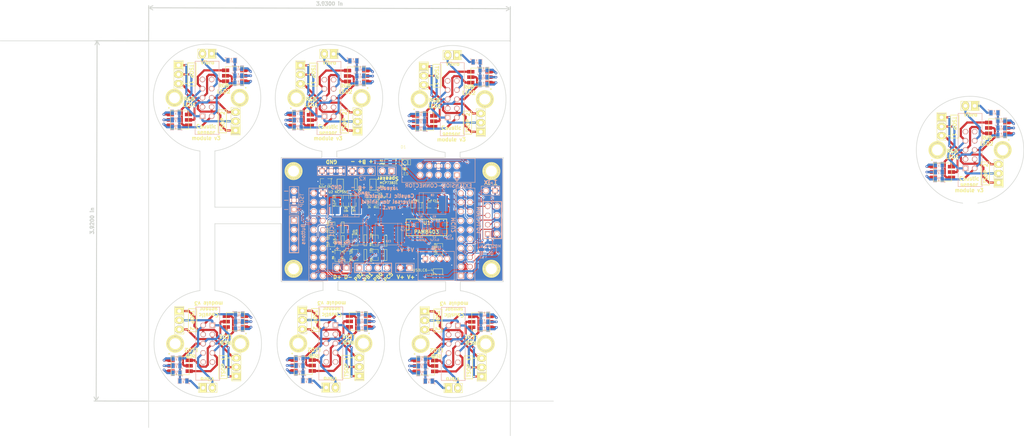
<source format=kicad_pcb>
(kicad_pcb (version 3) (host pcbnew "(2013-may-18)-stable")
  (layers (15 F.Cu signal) (0 B.Cu signal) (18 B.Paste user) (19 F.Paste user) (20 B.SilkS user) (21 F.SilkS user) (22 B.Mask user) (23 F.Mask user) (28 Edge.Cuts user))
  (net 0 "")
  (net 1 +3.3V)
  (net 2 +BATT)
  (net 3 GND)
  (net 4 N-000001)
  (net 5 N-0000010)
  (net 6 N-0000011)
  (net 7 N-0000012)
  (net 8 N-0000013)
  (net 9 N-0000014)
  (net 10 N-0000015)
  (net 11 N-0000016)
  (net 12 N-0000017)
  (net 13 N-0000018)
  (net 14 N-0000019)
  (net 15 N-000002)
  (net 16 N-0000020)
  (net 17 N-0000021)
  (net 18 N-0000022)
  (net 19 N-0000023)
  (net 20 N-0000025)
  (net 21 N-0000026)
  (net 22 N-0000027)
  (net 23 N-0000028)
  (net 24 N-0000029)
  (net 25 N-000003)
  (net 26 N-0000030)
  (net 27 N-0000031)
  (net 28 N-0000032)
  (net 29 N-0000033)
  (net 30 N-0000034)
  (net 31 N-0000035)
  (net 32 N-0000038)
  (net 33 N-0000039)
  (net 34 N-000004)
  (net 35 N-0000040)
  (net 36 N-0000041)
  (net 37 N-0000042)
  (net 38 N-0000043)
  (net 39 N-0000044)
  (net 40 N-0000045)
  (net 41 N-0000046)
  (net 42 N-0000047)
  (net 43 N-0000048)
  (net 44 N-0000049)
  (net 45 N-000005)
  (net 46 N-0000050)
  (net 47 N-0000051)
  (net 48 N-0000052)
  (net 49 N-0000053)
  (net 50 N-0000059)
  (net 51 N-000006)
  (net 52 N-0000064)
  (net 53 N-0000065)
  (net 54 N-000007)
  (net 55 N-000008)
  (net 56 N-000009)
  (net 57 VCC)
  (module SM0805 (layer B.Cu) (at 89.4715 130.429 180)
    (fp_text reference R1 (at 0 0.3175 180) (layer B.SilkS) (effects (font (size 0.50038 0.50038) (thickness 0.10922)) (justify mirror)))
    (fp_text value R (at 0 -0.381 180) (layer B.SilkS) (effects (font (size 0.50038 0.50038) (thickness 0.10922)) (justify mirror)))
    (pad 1 smd rect (at -0.9525 0 180) (size 0.889 1.397) (layers B.Cu B.Paste B.Mask) (net 2 +BATT))
    (pad 2 smd rect (at 0.9525 0 180) (size 0.889 1.397) (layers B.Cu B.Paste B.Mask) (net 10 N-0000015))
  )
  (module SM0805 (layer B.Cu) (at 89.4715 132.461 180)
    (fp_text reference R2 (at 0 0.3175 180) (layer B.SilkS) (effects (font (size 0.50038 0.50038) (thickness 0.10922)) (justify mirror)))
    (fp_text value R (at 0 -0.381 180) (layer B.SilkS) (effects (font (size 0.50038 0.50038) (thickness 0.10922)) (justify mirror)))
    (pad 1 smd rect (at -0.9525 0 180) (size 0.889 1.397) (layers B.Cu B.Paste B.Mask) (net 2 +BATT))
    (pad 2 smd rect (at 0.9525 0 180) (size 0.889 1.397) (layers B.Cu B.Paste B.Mask) (net 12 N-0000017))
  )
  (module SM0805 (layer B.Cu) (at 89.4715 134.493 180)
    (fp_text reference R3 (at 0 0.3175 180) (layer B.SilkS) (effects (font (size 0.50038 0.50038) (thickness 0.10922)) (justify mirror)))
    (fp_text value R (at 0 -0.381 180) (layer B.SilkS) (effects (font (size 0.50038 0.50038) (thickness 0.10922)) (justify mirror)))
    (pad 1 smd rect (at -0.9525 0 180) (size 0.889 1.397) (layers B.Cu B.Paste B.Mask) (net 2 +BATT))
    (pad 2 smd rect (at 0.9525 0 180) (size 0.889 1.397) (layers B.Cu B.Paste B.Mask) (net 11 N-0000016))
  )
  (module SM0805 (layer B.Cu) (at 106.7435 122.301)
    (fp_text reference R4 (at 0 0.3175) (layer B.SilkS) (effects (font (size 0.50038 0.50038) (thickness 0.10922)) (justify mirror)))
    (fp_text value R (at 0 -0.381) (layer B.SilkS) (effects (font (size 0.50038 0.50038) (thickness 0.10922)) (justify mirror)))
    (pad 1 smd rect (at -0.9525 0) (size 0.889 1.397) (layers B.Cu B.Paste B.Mask) (net 2 +BATT))
    (pad 2 smd rect (at 0.9525 0) (size 0.889 1.397) (layers B.Cu B.Paste B.Mask) (net 51 N-000006))
  )
  (module SM0805 (layer B.Cu) (at 106.7435 120.269)
    (fp_text reference R5 (at 0 0.3175) (layer B.SilkS) (effects (font (size 0.50038 0.50038) (thickness 0.10922)) (justify mirror)))
    (fp_text value R (at 0 -0.381) (layer B.SilkS) (effects (font (size 0.50038 0.50038) (thickness 0.10922)) (justify mirror)))
    (pad 1 smd rect (at -0.9525 0) (size 0.889 1.397) (layers B.Cu B.Paste B.Mask) (net 2 +BATT))
    (pad 2 smd rect (at 0.9525 0) (size 0.889 1.397) (layers B.Cu B.Paste B.Mask) (net 45 N-000005))
  )
  (module SM0805 (layer B.Cu) (at 106.7435 118.237)
    (fp_text reference R6 (at 0 0.3175) (layer B.SilkS) (effects (font (size 0.50038 0.50038) (thickness 0.10922)) (justify mirror)))
    (fp_text value R (at 0 -0.381) (layer B.SilkS) (effects (font (size 0.50038 0.50038) (thickness 0.10922)) (justify mirror)))
    (pad 1 smd rect (at -0.9525 0) (size 0.889 1.397) (layers B.Cu B.Paste B.Mask) (net 2 +BATT))
    (pad 2 smd rect (at 0.9525 0) (size 0.889 1.397) (layers B.Cu B.Paste B.Mask) (net 34 N-000004))
  )
  (module SM0805 (layer B.Cu) (at 91.3765 136.652 180)
    (fp_text reference R7 (at 0 0.3175 180) (layer B.SilkS) (effects (font (size 0.50038 0.50038) (thickness 0.10922)) (justify mirror)))
    (fp_text value R (at 0 -0.381 180) (layer B.SilkS) (effects (font (size 0.50038 0.50038) (thickness 0.10922)) (justify mirror)))
    (pad 1 smd rect (at -0.9525 0 180) (size 0.889 1.397) (layers B.Cu B.Paste B.Mask) (net 55 N-000008))
    (pad 2 smd rect (at 0.9525 0 180) (size 0.889 1.397) (layers B.Cu B.Paste B.Mask) (net 2 +BATT))
  )
  (module RGB-led (layer F.Cu) (at 90.4875 132.461)
    (fp_text reference U1 hide)
    (fp_text value RGB-LED hide)
    (pad 1 smd rect (at 2.5 1.5) (size 2 1) (layers F.Cu F.Paste F.Mask) (net 9 N-0000014))
    (pad 2 smd rect (at 2.5 0) (size 2 1) (layers F.Cu F.Paste F.Mask) (net 8 N-0000013))
    (pad 3 smd rect (at 2.5 -1.5) (size 2 1) (layers F.Cu F.Paste F.Mask) (net 7 N-0000012))
    (pad 4 smd rect (at -2.5 -1.5) (size 2 1) (layers F.Cu F.Paste F.Mask) (net 10 N-0000015))
    (pad 5 smd rect (at -2.5 0) (size 2 1) (layers F.Cu F.Paste F.Mask) (net 12 N-0000017))
    (pad 6 smd rect (at -2.5 1.5) (size 2 1) (layers F.Cu F.Paste F.Mask) (net 11 N-0000016))
  )
  (module RGB-led (layer F.Cu) (at 105.7275 120.269 180)
    (fp_text reference U2 hide)
    (fp_text value RGB-LED hide)
    (pad 1 smd rect (at 2.5 1.5 180) (size 2 1) (layers F.Cu F.Paste F.Mask) (net 9 N-0000014))
    (pad 2 smd rect (at 2.5 0 180) (size 2 1) (layers F.Cu F.Paste F.Mask) (net 8 N-0000013))
    (pad 3 smd rect (at 2.5 -1.5 180) (size 2 1) (layers F.Cu F.Paste F.Mask) (net 7 N-0000012))
    (pad 4 smd rect (at -2.5 -1.5 180) (size 2 1) (layers F.Cu F.Paste F.Mask) (net 51 N-000006))
    (pad 5 smd rect (at -2.5 0 180) (size 2 1) (layers F.Cu F.Paste F.Mask) (net 45 N-000005))
    (pad 6 smd rect (at -2.5 1.5 180) (size 2 1) (layers F.Cu F.Paste F.Mask) (net 34 N-000004))
  )
  (module PIN_ARRAY_LARGE_PADS_2.54mm_3X1 (layer F.Cu) (at 90.2335 119.888 270)
    (fp_text reference U3 hide)
    (fp_text value TSOP4856 hide)
    (pad 1 thru_hole rect (at -2.54 0 270) (size 2 2.5) (drill 1.016) (layers *.Cu *.Mask F.SilkS) (net 25 N-000003))
    (pad 2 thru_hole oval (at 0 0 270) (size 2 2.5) (drill 1.016) (layers *.Cu *.Mask F.SilkS) (net 3 GND))
    (pad 3 thru_hole oval (at 2.54 0 270) (size 2 2.5) (drill 1.016) (layers *.Cu *.Mask F.SilkS) (net 1 +3.3V))
  )
  (module PIN_ARRAY_LARGE_PADS_2.54mm_3X1 (layer F.Cu) (at 105.9815 132.842 90)
    (fp_text reference U4 hide)
    (fp_text value TSOP4856 hide)
    (pad 1 thru_hole rect (at -2.54 0 90) (size 2 2.5) (drill 1.016) (layers *.Cu *.Mask F.SilkS) (net 25 N-000003))
    (pad 2 thru_hole oval (at 0 0 90) (size 2 2.5) (drill 1.016) (layers *.Cu *.Mask F.SilkS) (net 3 GND))
    (pad 3 thru_hole oval (at 2.54 0 90) (size 2 2.5) (drill 1.016) (layers *.Cu *.Mask F.SilkS) (net 1 +3.3V))
  )
  (module PIN_ARRAY_LARGE_PADS_2.54mm_2X1 (layer F.Cu) (at 98.1075 138.557)
    (fp_text reference P2 hide)
    (fp_text value VibroEngine hide)
    (pad 1 thru_hole rect (at -1.27 0) (size 2 2.5) (drill 1.016) (layers *.Cu *.Mask F.SilkS) (net 55 N-000008))
    (pad 2 thru_hole oval (at 1.27 0) (size 2 2.5) (drill 1.016) (layers *.Cu *.Mask F.SilkS) (net 54 N-000007))
  )
  (module PIN_ARRAY_5x2_SOCKET (layer B.Cu) (at 98.1075 126.365 270)
    (fp_text reference P1 hide)
    (fp_text value SENSOR_CONNECTOR hide)
    (pad 1 thru_hole rect (at -5.08 -1.27 270) (size 1.524 1.524) (drill 1.016) (layers *.Cu *.Mask B.SilkS) (net 3 GND))
    (pad 2 thru_hole circle (at -5.08 1.27 270) (size 1.524 1.524) (drill 1.016) (layers *.Cu *.Mask B.SilkS) (net 2 +BATT))
    (pad 3 thru_hole circle (at -2.54 -1.27 270) (size 1.524 1.524) (drill 1.016) (layers *.Cu *.Mask B.SilkS) (net 1 +3.3V))
    (pad 4 thru_hole circle (at -2.54 1.27 270) (size 1.524 1.524) (drill 1.016) (layers *.Cu *.Mask B.SilkS) (net 25 N-000003))
    (pad 5 thru_hole circle (at 0 -1.27 270) (size 1.524 1.524) (drill 1.016) (layers *.Cu *.Mask B.SilkS) (net 7 N-0000012))
    (pad 6 thru_hole circle (at 0 1.27 270) (size 1.524 1.524) (drill 1.016) (layers *.Cu *.Mask B.SilkS) (net 8 N-0000013))
    (pad 7 thru_hole circle (at 2.54 -1.27 270) (size 1.524 1.524) (drill 1.016) (layers *.Cu *.Mask B.SilkS) (net 9 N-0000014))
    (pad 8 thru_hole circle (at 2.54 1.27 270) (size 1.524 1.524) (drill 1.016) (layers *.Cu *.Mask B.SilkS) (net 54 N-000007))
    (pad 9 thru_hole circle (at 5.08 -1.27 270) (size 1.524 1.524) (drill 1.016) (layers *.Cu *.Mask B.SilkS))
    (pad 10 thru_hole circle (at 5.08 1.27 270) (size 1.524 1.524) (drill 1.016) (layers *.Cu *.Mask B.SilkS))
  )
  (module 1pin (layer F.Cu) (at 89.1075 126.365 180)
    (fp_text reference 1PIN hide)
    (fp_text value P*** hide)
    (pad 1 thru_hole circle (at 0 0 180) (size 4.064 4.064) (drill 3.048) (layers *.Cu *.Mask F.SilkS))
  )
  (module 1pin (layer F.Cu) (at 107.1075 126.365 180)
    (fp_text reference 1PIN hide)
    (fp_text value P*** hide)
    (pad 1 thru_hole circle (at 0 0 180) (size 4.064 4.064) (drill 3.048) (layers *.Cu *.Mask F.SilkS))
  )
  (module 1pin (layer F.Cu) (at 141.08 126.3015 180)
    (fp_text reference 1PIN hide)
    (fp_text value P*** hide)
    (pad 1 thru_hole circle (at 0 0 180) (size 4.064 4.064) (drill 3.048) (layers *.Cu *.Mask F.SilkS))
  )
  (module 1pin (layer F.Cu) (at 123.08 126.3015 180)
    (fp_text reference 1PIN hide)
    (fp_text value P*** hide)
    (pad 1 thru_hole circle (at 0 0 180) (size 4.064 4.064) (drill 3.048) (layers *.Cu *.Mask F.SilkS))
  )
  (module PIN_ARRAY_5x2_SOCKET (layer B.Cu) (at 132.08 126.3015 270)
    (fp_text reference P1 hide)
    (fp_text value SENSOR_CONNECTOR hide)
    (pad 1 thru_hole rect (at -5.08 -1.27 270) (size 1.524 1.524) (drill 1.016) (layers *.Cu *.Mask B.SilkS) (net 3 GND))
    (pad 2 thru_hole circle (at -5.08 1.27 270) (size 1.524 1.524) (drill 1.016) (layers *.Cu *.Mask B.SilkS) (net 2 +BATT))
    (pad 3 thru_hole circle (at -2.54 -1.27 270) (size 1.524 1.524) (drill 1.016) (layers *.Cu *.Mask B.SilkS) (net 1 +3.3V))
    (pad 4 thru_hole circle (at -2.54 1.27 270) (size 1.524 1.524) (drill 1.016) (layers *.Cu *.Mask B.SilkS) (net 25 N-000003))
    (pad 5 thru_hole circle (at 0 -1.27 270) (size 1.524 1.524) (drill 1.016) (layers *.Cu *.Mask B.SilkS) (net 7 N-0000012))
    (pad 6 thru_hole circle (at 0 1.27 270) (size 1.524 1.524) (drill 1.016) (layers *.Cu *.Mask B.SilkS) (net 8 N-0000013))
    (pad 7 thru_hole circle (at 2.54 -1.27 270) (size 1.524 1.524) (drill 1.016) (layers *.Cu *.Mask B.SilkS) (net 9 N-0000014))
    (pad 8 thru_hole circle (at 2.54 1.27 270) (size 1.524 1.524) (drill 1.016) (layers *.Cu *.Mask B.SilkS) (net 54 N-000007))
    (pad 9 thru_hole circle (at 5.08 -1.27 270) (size 1.524 1.524) (drill 1.016) (layers *.Cu *.Mask B.SilkS))
    (pad 10 thru_hole circle (at 5.08 1.27 270) (size 1.524 1.524) (drill 1.016) (layers *.Cu *.Mask B.SilkS))
  )
  (module PIN_ARRAY_LARGE_PADS_2.54mm_2X1 (layer F.Cu) (at 132.08 138.4935)
    (fp_text reference P2 hide)
    (fp_text value VibroEngine hide)
    (pad 1 thru_hole rect (at -1.27 0) (size 2 2.5) (drill 1.016) (layers *.Cu *.Mask F.SilkS) (net 55 N-000008))
    (pad 2 thru_hole oval (at 1.27 0) (size 2 2.5) (drill 1.016) (layers *.Cu *.Mask F.SilkS) (net 54 N-000007))
  )
  (module PIN_ARRAY_LARGE_PADS_2.54mm_3X1 (layer F.Cu) (at 139.954 132.7785 90)
    (fp_text reference U4 hide)
    (fp_text value TSOP4856 hide)
    (pad 1 thru_hole rect (at -2.54 0 90) (size 2 2.5) (drill 1.016) (layers *.Cu *.Mask F.SilkS) (net 25 N-000003))
    (pad 2 thru_hole oval (at 0 0 90) (size 2 2.5) (drill 1.016) (layers *.Cu *.Mask F.SilkS) (net 3 GND))
    (pad 3 thru_hole oval (at 2.54 0 90) (size 2 2.5) (drill 1.016) (layers *.Cu *.Mask F.SilkS) (net 1 +3.3V))
  )
  (module PIN_ARRAY_LARGE_PADS_2.54mm_3X1 (layer F.Cu) (at 124.206 119.8245 270)
    (fp_text reference U3 hide)
    (fp_text value TSOP4856 hide)
    (pad 1 thru_hole rect (at -2.54 0 270) (size 2 2.5) (drill 1.016) (layers *.Cu *.Mask F.SilkS) (net 25 N-000003))
    (pad 2 thru_hole oval (at 0 0 270) (size 2 2.5) (drill 1.016) (layers *.Cu *.Mask F.SilkS) (net 3 GND))
    (pad 3 thru_hole oval (at 2.54 0 270) (size 2 2.5) (drill 1.016) (layers *.Cu *.Mask F.SilkS) (net 1 +3.3V))
  )
  (module RGB-led (layer F.Cu) (at 139.7 120.2055 180)
    (fp_text reference U2 hide)
    (fp_text value RGB-LED hide)
    (pad 1 smd rect (at 2.5 1.5 180) (size 2 1) (layers F.Cu F.Paste F.Mask) (net 9 N-0000014))
    (pad 2 smd rect (at 2.5 0 180) (size 2 1) (layers F.Cu F.Paste F.Mask) (net 8 N-0000013))
    (pad 3 smd rect (at 2.5 -1.5 180) (size 2 1) (layers F.Cu F.Paste F.Mask) (net 7 N-0000012))
    (pad 4 smd rect (at -2.5 -1.5 180) (size 2 1) (layers F.Cu F.Paste F.Mask) (net 51 N-000006))
    (pad 5 smd rect (at -2.5 0 180) (size 2 1) (layers F.Cu F.Paste F.Mask) (net 45 N-000005))
    (pad 6 smd rect (at -2.5 1.5 180) (size 2 1) (layers F.Cu F.Paste F.Mask) (net 34 N-000004))
  )
  (module RGB-led (layer F.Cu) (at 124.46 132.3975)
    (fp_text reference U1 hide)
    (fp_text value RGB-LED hide)
    (pad 1 smd rect (at 2.5 1.5) (size 2 1) (layers F.Cu F.Paste F.Mask) (net 9 N-0000014))
    (pad 2 smd rect (at 2.5 0) (size 2 1) (layers F.Cu F.Paste F.Mask) (net 8 N-0000013))
    (pad 3 smd rect (at 2.5 -1.5) (size 2 1) (layers F.Cu F.Paste F.Mask) (net 7 N-0000012))
    (pad 4 smd rect (at -2.5 -1.5) (size 2 1) (layers F.Cu F.Paste F.Mask) (net 10 N-0000015))
    (pad 5 smd rect (at -2.5 0) (size 2 1) (layers F.Cu F.Paste F.Mask) (net 12 N-0000017))
    (pad 6 smd rect (at -2.5 1.5) (size 2 1) (layers F.Cu F.Paste F.Mask) (net 11 N-0000016))
  )
  (module SM0805 (layer B.Cu) (at 125.349 136.5885 180)
    (fp_text reference R7 (at 0 0.3175 180) (layer B.SilkS) (effects (font (size 0.50038 0.50038) (thickness 0.10922)) (justify mirror)))
    (fp_text value R (at 0 -0.381 180) (layer B.SilkS) (effects (font (size 0.50038 0.50038) (thickness 0.10922)) (justify mirror)))
    (pad 1 smd rect (at -0.9525 0 180) (size 0.889 1.397) (layers B.Cu B.Paste B.Mask) (net 55 N-000008))
    (pad 2 smd rect (at 0.9525 0 180) (size 0.889 1.397) (layers B.Cu B.Paste B.Mask) (net 2 +BATT))
  )
  (module SM0805 (layer B.Cu) (at 140.716 118.1735)
    (fp_text reference R6 (at 0 0.3175) (layer B.SilkS) (effects (font (size 0.50038 0.50038) (thickness 0.10922)) (justify mirror)))
    (fp_text value R (at 0 -0.381) (layer B.SilkS) (effects (font (size 0.50038 0.50038) (thickness 0.10922)) (justify mirror)))
    (pad 1 smd rect (at -0.9525 0) (size 0.889 1.397) (layers B.Cu B.Paste B.Mask) (net 2 +BATT))
    (pad 2 smd rect (at 0.9525 0) (size 0.889 1.397) (layers B.Cu B.Paste B.Mask) (net 34 N-000004))
  )
  (module SM0805 (layer B.Cu) (at 140.716 120.2055)
    (fp_text reference R5 (at 0 0.3175) (layer B.SilkS) (effects (font (size 0.50038 0.50038) (thickness 0.10922)) (justify mirror)))
    (fp_text value R (at 0 -0.381) (layer B.SilkS) (effects (font (size 0.50038 0.50038) (thickness 0.10922)) (justify mirror)))
    (pad 1 smd rect (at -0.9525 0) (size 0.889 1.397) (layers B.Cu B.Paste B.Mask) (net 2 +BATT))
    (pad 2 smd rect (at 0.9525 0) (size 0.889 1.397) (layers B.Cu B.Paste B.Mask) (net 45 N-000005))
  )
  (module SM0805 (layer B.Cu) (at 140.716 122.2375)
    (fp_text reference R4 (at 0 0.3175) (layer B.SilkS) (effects (font (size 0.50038 0.50038) (thickness 0.10922)) (justify mirror)))
    (fp_text value R (at 0 -0.381) (layer B.SilkS) (effects (font (size 0.50038 0.50038) (thickness 0.10922)) (justify mirror)))
    (pad 1 smd rect (at -0.9525 0) (size 0.889 1.397) (layers B.Cu B.Paste B.Mask) (net 2 +BATT))
    (pad 2 smd rect (at 0.9525 0) (size 0.889 1.397) (layers B.Cu B.Paste B.Mask) (net 51 N-000006))
  )
  (module SM0805 (layer B.Cu) (at 123.444 134.4295 180)
    (fp_text reference R3 (at 0 0.3175 180) (layer B.SilkS) (effects (font (size 0.50038 0.50038) (thickness 0.10922)) (justify mirror)))
    (fp_text value R (at 0 -0.381 180) (layer B.SilkS) (effects (font (size 0.50038 0.50038) (thickness 0.10922)) (justify mirror)))
    (pad 1 smd rect (at -0.9525 0 180) (size 0.889 1.397) (layers B.Cu B.Paste B.Mask) (net 2 +BATT))
    (pad 2 smd rect (at 0.9525 0 180) (size 0.889 1.397) (layers B.Cu B.Paste B.Mask) (net 11 N-0000016))
  )
  (module SM0805 (layer B.Cu) (at 123.444 132.3975 180)
    (fp_text reference R2 (at 0 0.3175 180) (layer B.SilkS) (effects (font (size 0.50038 0.50038) (thickness 0.10922)) (justify mirror)))
    (fp_text value R (at 0 -0.381 180) (layer B.SilkS) (effects (font (size 0.50038 0.50038) (thickness 0.10922)) (justify mirror)))
    (pad 1 smd rect (at -0.9525 0 180) (size 0.889 1.397) (layers B.Cu B.Paste B.Mask) (net 2 +BATT))
    (pad 2 smd rect (at 0.9525 0 180) (size 0.889 1.397) (layers B.Cu B.Paste B.Mask) (net 12 N-0000017))
  )
  (module SM0805 (layer B.Cu) (at 123.444 130.3655 180)
    (fp_text reference R1 (at 0 0.3175 180) (layer B.SilkS) (effects (font (size 0.50038 0.50038) (thickness 0.10922)) (justify mirror)))
    (fp_text value R (at 0 -0.381 180) (layer B.SilkS) (effects (font (size 0.50038 0.50038) (thickness 0.10922)) (justify mirror)))
    (pad 1 smd rect (at -0.9525 0 180) (size 0.889 1.397) (layers B.Cu B.Paste B.Mask) (net 2 +BATT))
    (pad 2 smd rect (at 0.9525 0 180) (size 0.889 1.397) (layers B.Cu B.Paste B.Mask) (net 10 N-0000015))
  )
  (module SM0805 (layer B.Cu) (at 157.226 130.4925 180)
    (fp_text reference R1 (at 0 0.3175 180) (layer B.SilkS) (effects (font (size 0.50038 0.50038) (thickness 0.10922)) (justify mirror)))
    (fp_text value R (at 0 -0.381 180) (layer B.SilkS) (effects (font (size 0.50038 0.50038) (thickness 0.10922)) (justify mirror)))
    (pad 1 smd rect (at -0.9525 0 180) (size 0.889 1.397) (layers B.Cu B.Paste B.Mask) (net 2 +BATT))
    (pad 2 smd rect (at 0.9525 0 180) (size 0.889 1.397) (layers B.Cu B.Paste B.Mask) (net 10 N-0000015))
  )
  (module SM0805 (layer B.Cu) (at 157.226 132.5245 180)
    (fp_text reference R2 (at 0 0.3175 180) (layer B.SilkS) (effects (font (size 0.50038 0.50038) (thickness 0.10922)) (justify mirror)))
    (fp_text value R (at 0 -0.381 180) (layer B.SilkS) (effects (font (size 0.50038 0.50038) (thickness 0.10922)) (justify mirror)))
    (pad 1 smd rect (at -0.9525 0 180) (size 0.889 1.397) (layers B.Cu B.Paste B.Mask) (net 2 +BATT))
    (pad 2 smd rect (at 0.9525 0 180) (size 0.889 1.397) (layers B.Cu B.Paste B.Mask) (net 12 N-0000017))
  )
  (module SM0805 (layer B.Cu) (at 157.226 134.5565 180)
    (fp_text reference R3 (at 0 0.3175 180) (layer B.SilkS) (effects (font (size 0.50038 0.50038) (thickness 0.10922)) (justify mirror)))
    (fp_text value R (at 0 -0.381 180) (layer B.SilkS) (effects (font (size 0.50038 0.50038) (thickness 0.10922)) (justify mirror)))
    (pad 1 smd rect (at -0.9525 0 180) (size 0.889 1.397) (layers B.Cu B.Paste B.Mask) (net 2 +BATT))
    (pad 2 smd rect (at 0.9525 0 180) (size 0.889 1.397) (layers B.Cu B.Paste B.Mask) (net 11 N-0000016))
  )
  (module SM0805 (layer B.Cu) (at 174.498 122.3645)
    (fp_text reference R4 (at 0 0.3175) (layer B.SilkS) (effects (font (size 0.50038 0.50038) (thickness 0.10922)) (justify mirror)))
    (fp_text value R (at 0 -0.381) (layer B.SilkS) (effects (font (size 0.50038 0.50038) (thickness 0.10922)) (justify mirror)))
    (pad 1 smd rect (at -0.9525 0) (size 0.889 1.397) (layers B.Cu B.Paste B.Mask) (net 2 +BATT))
    (pad 2 smd rect (at 0.9525 0) (size 0.889 1.397) (layers B.Cu B.Paste B.Mask) (net 51 N-000006))
  )
  (module SM0805 (layer B.Cu) (at 174.498 120.3325)
    (fp_text reference R5 (at 0 0.3175) (layer B.SilkS) (effects (font (size 0.50038 0.50038) (thickness 0.10922)) (justify mirror)))
    (fp_text value R (at 0 -0.381) (layer B.SilkS) (effects (font (size 0.50038 0.50038) (thickness 0.10922)) (justify mirror)))
    (pad 1 smd rect (at -0.9525 0) (size 0.889 1.397) (layers B.Cu B.Paste B.Mask) (net 2 +BATT))
    (pad 2 smd rect (at 0.9525 0) (size 0.889 1.397) (layers B.Cu B.Paste B.Mask) (net 45 N-000005))
  )
  (module SM0805 (layer B.Cu) (at 174.498 118.3005)
    (fp_text reference R6 (at 0 0.3175) (layer B.SilkS) (effects (font (size 0.50038 0.50038) (thickness 0.10922)) (justify mirror)))
    (fp_text value R (at 0 -0.381) (layer B.SilkS) (effects (font (size 0.50038 0.50038) (thickness 0.10922)) (justify mirror)))
    (pad 1 smd rect (at -0.9525 0) (size 0.889 1.397) (layers B.Cu B.Paste B.Mask) (net 2 +BATT))
    (pad 2 smd rect (at 0.9525 0) (size 0.889 1.397) (layers B.Cu B.Paste B.Mask) (net 34 N-000004))
  )
  (module SM0805 (layer B.Cu) (at 159.131 136.7155 180)
    (fp_text reference R7 (at 0 0.3175 180) (layer B.SilkS) (effects (font (size 0.50038 0.50038) (thickness 0.10922)) (justify mirror)))
    (fp_text value R (at 0 -0.381 180) (layer B.SilkS) (effects (font (size 0.50038 0.50038) (thickness 0.10922)) (justify mirror)))
    (pad 1 smd rect (at -0.9525 0 180) (size 0.889 1.397) (layers B.Cu B.Paste B.Mask) (net 55 N-000008))
    (pad 2 smd rect (at 0.9525 0 180) (size 0.889 1.397) (layers B.Cu B.Paste B.Mask) (net 2 +BATT))
  )
  (module RGB-led (layer F.Cu) (at 158.242 132.5245)
    (fp_text reference U1 hide)
    (fp_text value RGB-LED hide)
    (pad 1 smd rect (at 2.5 1.5) (size 2 1) (layers F.Cu F.Paste F.Mask) (net 9 N-0000014))
    (pad 2 smd rect (at 2.5 0) (size 2 1) (layers F.Cu F.Paste F.Mask) (net 8 N-0000013))
    (pad 3 smd rect (at 2.5 -1.5) (size 2 1) (layers F.Cu F.Paste F.Mask) (net 7 N-0000012))
    (pad 4 smd rect (at -2.5 -1.5) (size 2 1) (layers F.Cu F.Paste F.Mask) (net 10 N-0000015))
    (pad 5 smd rect (at -2.5 0) (size 2 1) (layers F.Cu F.Paste F.Mask) (net 12 N-0000017))
    (pad 6 smd rect (at -2.5 1.5) (size 2 1) (layers F.Cu F.Paste F.Mask) (net 11 N-0000016))
  )
  (module RGB-led (layer F.Cu) (at 173.482 120.3325 180)
    (fp_text reference U2 hide)
    (fp_text value RGB-LED hide)
    (pad 1 smd rect (at 2.5 1.5 180) (size 2 1) (layers F.Cu F.Paste F.Mask) (net 9 N-0000014))
    (pad 2 smd rect (at 2.5 0 180) (size 2 1) (layers F.Cu F.Paste F.Mask) (net 8 N-0000013))
    (pad 3 smd rect (at 2.5 -1.5 180) (size 2 1) (layers F.Cu F.Paste F.Mask) (net 7 N-0000012))
    (pad 4 smd rect (at -2.5 -1.5 180) (size 2 1) (layers F.Cu F.Paste F.Mask) (net 51 N-000006))
    (pad 5 smd rect (at -2.5 0 180) (size 2 1) (layers F.Cu F.Paste F.Mask) (net 45 N-000005))
    (pad 6 smd rect (at -2.5 1.5 180) (size 2 1) (layers F.Cu F.Paste F.Mask) (net 34 N-000004))
  )
  (module PIN_ARRAY_LARGE_PADS_2.54mm_3X1 (layer F.Cu) (at 157.988 119.9515 270)
    (fp_text reference U3 hide)
    (fp_text value TSOP4856 hide)
    (pad 1 thru_hole rect (at -2.54 0 270) (size 2 2.5) (drill 1.016) (layers *.Cu *.Mask F.SilkS) (net 25 N-000003))
    (pad 2 thru_hole oval (at 0 0 270) (size 2 2.5) (drill 1.016) (layers *.Cu *.Mask F.SilkS) (net 3 GND))
    (pad 3 thru_hole oval (at 2.54 0 270) (size 2 2.5) (drill 1.016) (layers *.Cu *.Mask F.SilkS) (net 1 +3.3V))
  )
  (module PIN_ARRAY_LARGE_PADS_2.54mm_3X1 (layer F.Cu) (at 173.736 132.9055 90)
    (fp_text reference U4 hide)
    (fp_text value TSOP4856 hide)
    (pad 1 thru_hole rect (at -2.54 0 90) (size 2 2.5) (drill 1.016) (layers *.Cu *.Mask F.SilkS) (net 25 N-000003))
    (pad 2 thru_hole oval (at 0 0 90) (size 2 2.5) (drill 1.016) (layers *.Cu *.Mask F.SilkS) (net 3 GND))
    (pad 3 thru_hole oval (at 2.54 0 90) (size 2 2.5) (drill 1.016) (layers *.Cu *.Mask F.SilkS) (net 1 +3.3V))
  )
  (module PIN_ARRAY_LARGE_PADS_2.54mm_2X1 (layer F.Cu) (at 165.862 138.6205)
    (fp_text reference P2 hide)
    (fp_text value VibroEngine hide)
    (pad 1 thru_hole rect (at -1.27 0) (size 2 2.5) (drill 1.016) (layers *.Cu *.Mask F.SilkS) (net 55 N-000008))
    (pad 2 thru_hole oval (at 1.27 0) (size 2 2.5) (drill 1.016) (layers *.Cu *.Mask F.SilkS) (net 54 N-000007))
  )
  (module PIN_ARRAY_5x2_SOCKET (layer B.Cu) (at 165.862 126.4285 270)
    (fp_text reference P1 hide)
    (fp_text value SENSOR_CONNECTOR hide)
    (pad 1 thru_hole rect (at -5.08 -1.27 270) (size 1.524 1.524) (drill 1.016) (layers *.Cu *.Mask B.SilkS) (net 3 GND))
    (pad 2 thru_hole circle (at -5.08 1.27 270) (size 1.524 1.524) (drill 1.016) (layers *.Cu *.Mask B.SilkS) (net 2 +BATT))
    (pad 3 thru_hole circle (at -2.54 -1.27 270) (size 1.524 1.524) (drill 1.016) (layers *.Cu *.Mask B.SilkS) (net 1 +3.3V))
    (pad 4 thru_hole circle (at -2.54 1.27 270) (size 1.524 1.524) (drill 1.016) (layers *.Cu *.Mask B.SilkS) (net 25 N-000003))
    (pad 5 thru_hole circle (at 0 -1.27 270) (size 1.524 1.524) (drill 1.016) (layers *.Cu *.Mask B.SilkS) (net 7 N-0000012))
    (pad 6 thru_hole circle (at 0 1.27 270) (size 1.524 1.524) (drill 1.016) (layers *.Cu *.Mask B.SilkS) (net 8 N-0000013))
    (pad 7 thru_hole circle (at 2.54 -1.27 270) (size 1.524 1.524) (drill 1.016) (layers *.Cu *.Mask B.SilkS) (net 9 N-0000014))
    (pad 8 thru_hole circle (at 2.54 1.27 270) (size 1.524 1.524) (drill 1.016) (layers *.Cu *.Mask B.SilkS) (net 54 N-000007))
    (pad 9 thru_hole circle (at 5.08 -1.27 270) (size 1.524 1.524) (drill 1.016) (layers *.Cu *.Mask B.SilkS))
    (pad 10 thru_hole circle (at 5.08 1.27 270) (size 1.524 1.524) (drill 1.016) (layers *.Cu *.Mask B.SilkS))
  )
  (module 1pin (layer F.Cu) (at 156.862 126.4285 180)
    (fp_text reference 1PIN hide)
    (fp_text value P*** hide)
    (pad 1 thru_hole circle (at 0 0 180) (size 4.064 4.064) (drill 3.048) (layers *.Cu *.Mask F.SilkS))
  )
  (module 1pin (layer F.Cu) (at 174.862 126.4285 180)
    (fp_text reference 1PIN hide)
    (fp_text value P*** hide)
    (pad 1 thru_hole circle (at 0 0 180) (size 4.064 4.064) (drill 3.048) (layers *.Cu *.Mask F.SilkS))
  )
  (module 1pin (layer F.Cu) (at 299.5465 72.8345)
    (fp_text reference 1PIN hide)
    (fp_text value P*** hide)
    (pad 1 thru_hole circle (at 0 0) (size 4.064 4.064) (drill 3.048) (layers *.Cu *.Mask F.SilkS))
  )
  (module 1pin (layer F.Cu) (at 317.5465 72.8345)
    (fp_text reference 1PIN hide)
    (fp_text value P*** hide)
    (pad 1 thru_hole circle (at 0 0) (size 4.064 4.064) (drill 3.048) (layers *.Cu *.Mask F.SilkS))
  )
  (module PIN_ARRAY_5x2_SOCKET (layer B.Cu) (at 308.5465 72.8345 90)
    (fp_text reference P1 hide)
    (fp_text value SENSOR_CONNECTOR hide)
    (pad 1 thru_hole rect (at -5.08 -1.27 90) (size 1.524 1.524) (drill 1.016) (layers *.Cu *.Mask B.SilkS) (net 3 GND))
    (pad 2 thru_hole circle (at -5.08 1.27 90) (size 1.524 1.524) (drill 1.016) (layers *.Cu *.Mask B.SilkS) (net 2 +BATT))
    (pad 3 thru_hole circle (at -2.54 -1.27 90) (size 1.524 1.524) (drill 1.016) (layers *.Cu *.Mask B.SilkS) (net 1 +3.3V))
    (pad 4 thru_hole circle (at -2.54 1.27 90) (size 1.524 1.524) (drill 1.016) (layers *.Cu *.Mask B.SilkS) (net 25 N-000003))
    (pad 5 thru_hole circle (at 0 -1.27 90) (size 1.524 1.524) (drill 1.016) (layers *.Cu *.Mask B.SilkS) (net 7 N-0000012))
    (pad 6 thru_hole circle (at 0 1.27 90) (size 1.524 1.524) (drill 1.016) (layers *.Cu *.Mask B.SilkS) (net 8 N-0000013))
    (pad 7 thru_hole circle (at 2.54 -1.27 90) (size 1.524 1.524) (drill 1.016) (layers *.Cu *.Mask B.SilkS) (net 9 N-0000014))
    (pad 8 thru_hole circle (at 2.54 1.27 90) (size 1.524 1.524) (drill 1.016) (layers *.Cu *.Mask B.SilkS) (net 54 N-000007))
    (pad 9 thru_hole circle (at 5.08 -1.27 90) (size 1.524 1.524) (drill 1.016) (layers *.Cu *.Mask B.SilkS))
    (pad 10 thru_hole circle (at 5.08 1.27 90) (size 1.524 1.524) (drill 1.016) (layers *.Cu *.Mask B.SilkS))
  )
  (module PIN_ARRAY_LARGE_PADS_2.54mm_2X1 (layer F.Cu) (at 308.5465 60.6425 180)
    (fp_text reference P2 hide)
    (fp_text value VibroEngine hide)
    (pad 1 thru_hole rect (at -1.27 0 180) (size 2 2.5) (drill 1.016) (layers *.Cu *.Mask F.SilkS) (net 55 N-000008))
    (pad 2 thru_hole oval (at 1.27 0 180) (size 2 2.5) (drill 1.016) (layers *.Cu *.Mask F.SilkS) (net 54 N-000007))
  )
  (module PIN_ARRAY_LARGE_PADS_2.54mm_3X1 (layer F.Cu) (at 300.6725 66.3575 270)
    (fp_text reference U4 hide)
    (fp_text value TSOP4856 hide)
    (pad 1 thru_hole rect (at -2.54 0 270) (size 2 2.5) (drill 1.016) (layers *.Cu *.Mask F.SilkS) (net 25 N-000003))
    (pad 2 thru_hole oval (at 0 0 270) (size 2 2.5) (drill 1.016) (layers *.Cu *.Mask F.SilkS) (net 3 GND))
    (pad 3 thru_hole oval (at 2.54 0 270) (size 2 2.5) (drill 1.016) (layers *.Cu *.Mask F.SilkS) (net 1 +3.3V))
  )
  (module PIN_ARRAY_LARGE_PADS_2.54mm_3X1 (layer F.Cu) (at 316.4205 79.3115 90)
    (fp_text reference U3 hide)
    (fp_text value TSOP4856 hide)
    (pad 1 thru_hole rect (at -2.54 0 90) (size 2 2.5) (drill 1.016) (layers *.Cu *.Mask F.SilkS) (net 25 N-000003))
    (pad 2 thru_hole oval (at 0 0 90) (size 2 2.5) (drill 1.016) (layers *.Cu *.Mask F.SilkS) (net 3 GND))
    (pad 3 thru_hole oval (at 2.54 0 90) (size 2 2.5) (drill 1.016) (layers *.Cu *.Mask F.SilkS) (net 1 +3.3V))
  )
  (module RGB-led (layer F.Cu) (at 300.9265 78.9305)
    (fp_text reference U2 hide)
    (fp_text value RGB-LED hide)
    (pad 1 smd rect (at 2.5 1.5) (size 2 1) (layers F.Cu F.Paste F.Mask) (net 9 N-0000014))
    (pad 2 smd rect (at 2.5 0) (size 2 1) (layers F.Cu F.Paste F.Mask) (net 8 N-0000013))
    (pad 3 smd rect (at 2.5 -1.5) (size 2 1) (layers F.Cu F.Paste F.Mask) (net 7 N-0000012))
    (pad 4 smd rect (at -2.5 -1.5) (size 2 1) (layers F.Cu F.Paste F.Mask) (net 51 N-000006))
    (pad 5 smd rect (at -2.5 0) (size 2 1) (layers F.Cu F.Paste F.Mask) (net 45 N-000005))
    (pad 6 smd rect (at -2.5 1.5) (size 2 1) (layers F.Cu F.Paste F.Mask) (net 34 N-000004))
  )
  (module RGB-led (layer F.Cu) (at 316.1665 66.7385 180)
    (fp_text reference U1 hide)
    (fp_text value RGB-LED hide)
    (pad 1 smd rect (at 2.5 1.5 180) (size 2 1) (layers F.Cu F.Paste F.Mask) (net 9 N-0000014))
    (pad 2 smd rect (at 2.5 0 180) (size 2 1) (layers F.Cu F.Paste F.Mask) (net 8 N-0000013))
    (pad 3 smd rect (at 2.5 -1.5 180) (size 2 1) (layers F.Cu F.Paste F.Mask) (net 7 N-0000012))
    (pad 4 smd rect (at -2.5 -1.5 180) (size 2 1) (layers F.Cu F.Paste F.Mask) (net 10 N-0000015))
    (pad 5 smd rect (at -2.5 0 180) (size 2 1) (layers F.Cu F.Paste F.Mask) (net 12 N-0000017))
    (pad 6 smd rect (at -2.5 1.5 180) (size 2 1) (layers F.Cu F.Paste F.Mask) (net 11 N-0000016))
  )
  (module SM0805 (layer B.Cu) (at 315.2775 62.5475)
    (fp_text reference R7 (at 0 0.3175) (layer B.SilkS) (effects (font (size 0.50038 0.50038) (thickness 0.10922)) (justify mirror)))
    (fp_text value R (at 0 -0.381) (layer B.SilkS) (effects (font (size 0.50038 0.50038) (thickness 0.10922)) (justify mirror)))
    (pad 1 smd rect (at -0.9525 0) (size 0.889 1.397) (layers B.Cu B.Paste B.Mask) (net 55 N-000008))
    (pad 2 smd rect (at 0.9525 0) (size 0.889 1.397) (layers B.Cu B.Paste B.Mask) (net 2 +BATT))
  )
  (module SM0805 (layer B.Cu) (at 299.9105 80.9625 180)
    (fp_text reference R6 (at 0 0.3175 180) (layer B.SilkS) (effects (font (size 0.50038 0.50038) (thickness 0.10922)) (justify mirror)))
    (fp_text value R (at 0 -0.381 180) (layer B.SilkS) (effects (font (size 0.50038 0.50038) (thickness 0.10922)) (justify mirror)))
    (pad 1 smd rect (at -0.9525 0 180) (size 0.889 1.397) (layers B.Cu B.Paste B.Mask) (net 2 +BATT))
    (pad 2 smd rect (at 0.9525 0 180) (size 0.889 1.397) (layers B.Cu B.Paste B.Mask) (net 34 N-000004))
  )
  (module SM0805 (layer B.Cu) (at 299.9105 78.9305 180)
    (fp_text reference R5 (at 0 0.3175 180) (layer B.SilkS) (effects (font (size 0.50038 0.50038) (thickness 0.10922)) (justify mirror)))
    (fp_text value R (at 0 -0.381 180) (layer B.SilkS) (effects (font (size 0.50038 0.50038) (thickness 0.10922)) (justify mirror)))
    (pad 1 smd rect (at -0.9525 0 180) (size 0.889 1.397) (layers B.Cu B.Paste B.Mask) (net 2 +BATT))
    (pad 2 smd rect (at 0.9525 0 180) (size 0.889 1.397) (layers B.Cu B.Paste B.Mask) (net 45 N-000005))
  )
  (module SM0805 (layer B.Cu) (at 299.9105 76.8985 180)
    (fp_text reference R4 (at 0 0.3175 180) (layer B.SilkS) (effects (font (size 0.50038 0.50038) (thickness 0.10922)) (justify mirror)))
    (fp_text value R (at 0 -0.381 180) (layer B.SilkS) (effects (font (size 0.50038 0.50038) (thickness 0.10922)) (justify mirror)))
    (pad 1 smd rect (at -0.9525 0 180) (size 0.889 1.397) (layers B.Cu B.Paste B.Mask) (net 2 +BATT))
    (pad 2 smd rect (at 0.9525 0 180) (size 0.889 1.397) (layers B.Cu B.Paste B.Mask) (net 51 N-000006))
  )
  (module SM0805 (layer B.Cu) (at 317.1825 64.7065)
    (fp_text reference R3 (at 0 0.3175) (layer B.SilkS) (effects (font (size 0.50038 0.50038) (thickness 0.10922)) (justify mirror)))
    (fp_text value R (at 0 -0.381) (layer B.SilkS) (effects (font (size 0.50038 0.50038) (thickness 0.10922)) (justify mirror)))
    (pad 1 smd rect (at -0.9525 0) (size 0.889 1.397) (layers B.Cu B.Paste B.Mask) (net 2 +BATT))
    (pad 2 smd rect (at 0.9525 0) (size 0.889 1.397) (layers B.Cu B.Paste B.Mask) (net 11 N-0000016))
  )
  (module SM0805 (layer B.Cu) (at 317.1825 66.7385)
    (fp_text reference R2 (at 0 0.3175) (layer B.SilkS) (effects (font (size 0.50038 0.50038) (thickness 0.10922)) (justify mirror)))
    (fp_text value R (at 0 -0.381) (layer B.SilkS) (effects (font (size 0.50038 0.50038) (thickness 0.10922)) (justify mirror)))
    (pad 1 smd rect (at -0.9525 0) (size 0.889 1.397) (layers B.Cu B.Paste B.Mask) (net 2 +BATT))
    (pad 2 smd rect (at 0.9525 0) (size 0.889 1.397) (layers B.Cu B.Paste B.Mask) (net 12 N-0000017))
  )
  (module SM0805 (layer B.Cu) (at 317.1825 68.7705)
    (fp_text reference R1 (at 0 0.3175) (layer B.SilkS) (effects (font (size 0.50038 0.50038) (thickness 0.10922)) (justify mirror)))
    (fp_text value R (at 0 -0.381) (layer B.SilkS) (effects (font (size 0.50038 0.50038) (thickness 0.10922)) (justify mirror)))
    (pad 1 smd rect (at -0.9525 0) (size 0.889 1.397) (layers B.Cu B.Paste B.Mask) (net 2 +BATT))
    (pad 2 smd rect (at 0.9525 0) (size 0.889 1.397) (layers B.Cu B.Paste B.Mask) (net 10 N-0000015))
  )
  (module SM0805 (layer B.Cu) (at 106.553 54.356)
    (fp_text reference R1 (at 0 0.3175) (layer B.SilkS) (effects (font (size 0.50038 0.50038) (thickness 0.10922)) (justify mirror)))
    (fp_text value R (at 0 -0.381) (layer B.SilkS) (effects (font (size 0.50038 0.50038) (thickness 0.10922)) (justify mirror)))
    (pad 1 smd rect (at -0.9525 0) (size 0.889 1.397) (layers B.Cu B.Paste B.Mask) (net 2 +BATT))
    (pad 2 smd rect (at 0.9525 0) (size 0.889 1.397) (layers B.Cu B.Paste B.Mask) (net 10 N-0000015))
  )
  (module SM0805 (layer B.Cu) (at 106.553 52.324)
    (fp_text reference R2 (at 0 0.3175) (layer B.SilkS) (effects (font (size 0.50038 0.50038) (thickness 0.10922)) (justify mirror)))
    (fp_text value R (at 0 -0.381) (layer B.SilkS) (effects (font (size 0.50038 0.50038) (thickness 0.10922)) (justify mirror)))
    (pad 1 smd rect (at -0.9525 0) (size 0.889 1.397) (layers B.Cu B.Paste B.Mask) (net 2 +BATT))
    (pad 2 smd rect (at 0.9525 0) (size 0.889 1.397) (layers B.Cu B.Paste B.Mask) (net 12 N-0000017))
  )
  (module SM0805 (layer B.Cu) (at 106.553 50.292)
    (fp_text reference R3 (at 0 0.3175) (layer B.SilkS) (effects (font (size 0.50038 0.50038) (thickness 0.10922)) (justify mirror)))
    (fp_text value R (at 0 -0.381) (layer B.SilkS) (effects (font (size 0.50038 0.50038) (thickness 0.10922)) (justify mirror)))
    (pad 1 smd rect (at -0.9525 0) (size 0.889 1.397) (layers B.Cu B.Paste B.Mask) (net 2 +BATT))
    (pad 2 smd rect (at 0.9525 0) (size 0.889 1.397) (layers B.Cu B.Paste B.Mask) (net 11 N-0000016))
  )
  (module SM0805 (layer B.Cu) (at 89.281 62.484 180)
    (fp_text reference R4 (at 0 0.3175 180) (layer B.SilkS) (effects (font (size 0.50038 0.50038) (thickness 0.10922)) (justify mirror)))
    (fp_text value R (at 0 -0.381 180) (layer B.SilkS) (effects (font (size 0.50038 0.50038) (thickness 0.10922)) (justify mirror)))
    (pad 1 smd rect (at -0.9525 0 180) (size 0.889 1.397) (layers B.Cu B.Paste B.Mask) (net 2 +BATT))
    (pad 2 smd rect (at 0.9525 0 180) (size 0.889 1.397) (layers B.Cu B.Paste B.Mask) (net 51 N-000006))
  )
  (module SM0805 (layer B.Cu) (at 89.281 64.516 180)
    (fp_text reference R5 (at 0 0.3175 180) (layer B.SilkS) (effects (font (size 0.50038 0.50038) (thickness 0.10922)) (justify mirror)))
    (fp_text value R (at 0 -0.381 180) (layer B.SilkS) (effects (font (size 0.50038 0.50038) (thickness 0.10922)) (justify mirror)))
    (pad 1 smd rect (at -0.9525 0 180) (size 0.889 1.397) (layers B.Cu B.Paste B.Mask) (net 2 +BATT))
    (pad 2 smd rect (at 0.9525 0 180) (size 0.889 1.397) (layers B.Cu B.Paste B.Mask) (net 45 N-000005))
  )
  (module SM0805 (layer B.Cu) (at 89.281 66.548 180)
    (fp_text reference R6 (at 0 0.3175 180) (layer B.SilkS) (effects (font (size 0.50038 0.50038) (thickness 0.10922)) (justify mirror)))
    (fp_text value R (at 0 -0.381 180) (layer B.SilkS) (effects (font (size 0.50038 0.50038) (thickness 0.10922)) (justify mirror)))
    (pad 1 smd rect (at -0.9525 0 180) (size 0.889 1.397) (layers B.Cu B.Paste B.Mask) (net 2 +BATT))
    (pad 2 smd rect (at 0.9525 0 180) (size 0.889 1.397) (layers B.Cu B.Paste B.Mask) (net 34 N-000004))
  )
  (module SM0805 (layer B.Cu) (at 104.648 48.133)
    (fp_text reference R7 (at 0 0.3175) (layer B.SilkS) (effects (font (size 0.50038 0.50038) (thickness 0.10922)) (justify mirror)))
    (fp_text value R (at 0 -0.381) (layer B.SilkS) (effects (font (size 0.50038 0.50038) (thickness 0.10922)) (justify mirror)))
    (pad 1 smd rect (at -0.9525 0) (size 0.889 1.397) (layers B.Cu B.Paste B.Mask) (net 55 N-000008))
    (pad 2 smd rect (at 0.9525 0) (size 0.889 1.397) (layers B.Cu B.Paste B.Mask) (net 2 +BATT))
  )
  (module RGB-led (layer F.Cu) (at 105.537 52.324 180)
    (fp_text reference U1 hide)
    (fp_text value RGB-LED hide)
    (pad 1 smd rect (at 2.5 1.5 180) (size 2 1) (layers F.Cu F.Paste F.Mask) (net 9 N-0000014))
    (pad 2 smd rect (at 2.5 0 180) (size 2 1) (layers F.Cu F.Paste F.Mask) (net 8 N-0000013))
    (pad 3 smd rect (at 2.5 -1.5 180) (size 2 1) (layers F.Cu F.Paste F.Mask) (net 7 N-0000012))
    (pad 4 smd rect (at -2.5 -1.5 180) (size 2 1) (layers F.Cu F.Paste F.Mask) (net 10 N-0000015))
    (pad 5 smd rect (at -2.5 0 180) (size 2 1) (layers F.Cu F.Paste F.Mask) (net 12 N-0000017))
    (pad 6 smd rect (at -2.5 1.5 180) (size 2 1) (layers F.Cu F.Paste F.Mask) (net 11 N-0000016))
  )
  (module RGB-led (layer F.Cu) (at 90.297 64.516)
    (fp_text reference U2 hide)
    (fp_text value RGB-LED hide)
    (pad 1 smd rect (at 2.5 1.5) (size 2 1) (layers F.Cu F.Paste F.Mask) (net 9 N-0000014))
    (pad 2 smd rect (at 2.5 0) (size 2 1) (layers F.Cu F.Paste F.Mask) (net 8 N-0000013))
    (pad 3 smd rect (at 2.5 -1.5) (size 2 1) (layers F.Cu F.Paste F.Mask) (net 7 N-0000012))
    (pad 4 smd rect (at -2.5 -1.5) (size 2 1) (layers F.Cu F.Paste F.Mask) (net 51 N-000006))
    (pad 5 smd rect (at -2.5 0) (size 2 1) (layers F.Cu F.Paste F.Mask) (net 45 N-000005))
    (pad 6 smd rect (at -2.5 1.5) (size 2 1) (layers F.Cu F.Paste F.Mask) (net 34 N-000004))
  )
  (module PIN_ARRAY_LARGE_PADS_2.54mm_3X1 (layer F.Cu) (at 105.791 64.897 90)
    (fp_text reference U3 hide)
    (fp_text value TSOP4856 hide)
    (pad 1 thru_hole rect (at -2.54 0 90) (size 2 2.5) (drill 1.016) (layers *.Cu *.Mask F.SilkS) (net 25 N-000003))
    (pad 2 thru_hole oval (at 0 0 90) (size 2 2.5) (drill 1.016) (layers *.Cu *.Mask F.SilkS) (net 3 GND))
    (pad 3 thru_hole oval (at 2.54 0 90) (size 2 2.5) (drill 1.016) (layers *.Cu *.Mask F.SilkS) (net 1 +3.3V))
  )
  (module PIN_ARRAY_LARGE_PADS_2.54mm_3X1 (layer F.Cu) (at 90.043 51.943 270)
    (fp_text reference U4 hide)
    (fp_text value TSOP4856 hide)
    (pad 1 thru_hole rect (at -2.54 0 270) (size 2 2.5) (drill 1.016) (layers *.Cu *.Mask F.SilkS) (net 25 N-000003))
    (pad 2 thru_hole oval (at 0 0 270) (size 2 2.5) (drill 1.016) (layers *.Cu *.Mask F.SilkS) (net 3 GND))
    (pad 3 thru_hole oval (at 2.54 0 270) (size 2 2.5) (drill 1.016) (layers *.Cu *.Mask F.SilkS) (net 1 +3.3V))
  )
  (module PIN_ARRAY_LARGE_PADS_2.54mm_2X1 (layer F.Cu) (at 97.917 46.228 180)
    (fp_text reference P2 hide)
    (fp_text value VibroEngine hide)
    (pad 1 thru_hole rect (at -1.27 0 180) (size 2 2.5) (drill 1.016) (layers *.Cu *.Mask F.SilkS) (net 55 N-000008))
    (pad 2 thru_hole oval (at 1.27 0 180) (size 2 2.5) (drill 1.016) (layers *.Cu *.Mask F.SilkS) (net 54 N-000007))
  )
  (module PIN_ARRAY_5x2_SOCKET (layer B.Cu) (at 97.917 58.42 90)
    (fp_text reference P1 hide)
    (fp_text value SENSOR_CONNECTOR hide)
    (pad 1 thru_hole rect (at -5.08 -1.27 90) (size 1.524 1.524) (drill 1.016) (layers *.Cu *.Mask B.SilkS) (net 3 GND))
    (pad 2 thru_hole circle (at -5.08 1.27 90) (size 1.524 1.524) (drill 1.016) (layers *.Cu *.Mask B.SilkS) (net 2 +BATT))
    (pad 3 thru_hole circle (at -2.54 -1.27 90) (size 1.524 1.524) (drill 1.016) (layers *.Cu *.Mask B.SilkS) (net 1 +3.3V))
    (pad 4 thru_hole circle (at -2.54 1.27 90) (size 1.524 1.524) (drill 1.016) (layers *.Cu *.Mask B.SilkS) (net 25 N-000003))
    (pad 5 thru_hole circle (at 0 -1.27 90) (size 1.524 1.524) (drill 1.016) (layers *.Cu *.Mask B.SilkS) (net 7 N-0000012))
    (pad 6 thru_hole circle (at 0 1.27 90) (size 1.524 1.524) (drill 1.016) (layers *.Cu *.Mask B.SilkS) (net 8 N-0000013))
    (pad 7 thru_hole circle (at 2.54 -1.27 90) (size 1.524 1.524) (drill 1.016) (layers *.Cu *.Mask B.SilkS) (net 9 N-0000014))
    (pad 8 thru_hole circle (at 2.54 1.27 90) (size 1.524 1.524) (drill 1.016) (layers *.Cu *.Mask B.SilkS) (net 54 N-000007))
    (pad 9 thru_hole circle (at 5.08 -1.27 90) (size 1.524 1.524) (drill 1.016) (layers *.Cu *.Mask B.SilkS))
    (pad 10 thru_hole circle (at 5.08 1.27 90) (size 1.524 1.524) (drill 1.016) (layers *.Cu *.Mask B.SilkS))
  )
  (module 1pin (layer F.Cu) (at 106.917 58.42)
    (fp_text reference 1PIN hide)
    (fp_text value P*** hide)
    (pad 1 thru_hole circle (at 0 0) (size 4.064 4.064) (drill 3.048) (layers *.Cu *.Mask F.SilkS))
  )
  (module 1pin (layer F.Cu) (at 88.917 58.42)
    (fp_text reference 1PIN hide)
    (fp_text value P*** hide)
    (pad 1 thru_hole circle (at 0 0) (size 4.064 4.064) (drill 3.048) (layers *.Cu *.Mask F.SilkS))
  )
  (module 1pin (layer F.Cu) (at 122.572 58.4835)
    (fp_text reference 1PIN hide)
    (fp_text value P*** hide)
    (pad 1 thru_hole circle (at 0 0) (size 4.064 4.064) (drill 3.048) (layers *.Cu *.Mask F.SilkS))
  )
  (module 1pin (layer F.Cu) (at 140.572 58.4835)
    (fp_text reference 1PIN hide)
    (fp_text value P*** hide)
    (pad 1 thru_hole circle (at 0 0) (size 4.064 4.064) (drill 3.048) (layers *.Cu *.Mask F.SilkS))
  )
  (module PIN_ARRAY_5x2_SOCKET (layer B.Cu) (at 131.572 58.4835 90)
    (fp_text reference P1 hide)
    (fp_text value SENSOR_CONNECTOR hide)
    (pad 1 thru_hole rect (at -5.08 -1.27 90) (size 1.524 1.524) (drill 1.016) (layers *.Cu *.Mask B.SilkS) (net 3 GND))
    (pad 2 thru_hole circle (at -5.08 1.27 90) (size 1.524 1.524) (drill 1.016) (layers *.Cu *.Mask B.SilkS) (net 2 +BATT))
    (pad 3 thru_hole circle (at -2.54 -1.27 90) (size 1.524 1.524) (drill 1.016) (layers *.Cu *.Mask B.SilkS) (net 1 +3.3V))
    (pad 4 thru_hole circle (at -2.54 1.27 90) (size 1.524 1.524) (drill 1.016) (layers *.Cu *.Mask B.SilkS) (net 25 N-000003))
    (pad 5 thru_hole circle (at 0 -1.27 90) (size 1.524 1.524) (drill 1.016) (layers *.Cu *.Mask B.SilkS) (net 7 N-0000012))
    (pad 6 thru_hole circle (at 0 1.27 90) (size 1.524 1.524) (drill 1.016) (layers *.Cu *.Mask B.SilkS) (net 8 N-0000013))
    (pad 7 thru_hole circle (at 2.54 -1.27 90) (size 1.524 1.524) (drill 1.016) (layers *.Cu *.Mask B.SilkS) (net 9 N-0000014))
    (pad 8 thru_hole circle (at 2.54 1.27 90) (size 1.524 1.524) (drill 1.016) (layers *.Cu *.Mask B.SilkS) (net 54 N-000007))
    (pad 9 thru_hole circle (at 5.08 -1.27 90) (size 1.524 1.524) (drill 1.016) (layers *.Cu *.Mask B.SilkS))
    (pad 10 thru_hole circle (at 5.08 1.27 90) (size 1.524 1.524) (drill 1.016) (layers *.Cu *.Mask B.SilkS))
  )
  (module PIN_ARRAY_LARGE_PADS_2.54mm_2X1 (layer F.Cu) (at 131.572 46.2915 180)
    (fp_text reference P2 hide)
    (fp_text value VibroEngine hide)
    (pad 1 thru_hole rect (at -1.27 0 180) (size 2 2.5) (drill 1.016) (layers *.Cu *.Mask F.SilkS) (net 55 N-000008))
    (pad 2 thru_hole oval (at 1.27 0 180) (size 2 2.5) (drill 1.016) (layers *.Cu *.Mask F.SilkS) (net 54 N-000007))
  )
  (module PIN_ARRAY_LARGE_PADS_2.54mm_3X1 (layer F.Cu) (at 123.698 52.0065 270)
    (fp_text reference U4 hide)
    (fp_text value TSOP4856 hide)
    (pad 1 thru_hole rect (at -2.54 0 270) (size 2 2.5) (drill 1.016) (layers *.Cu *.Mask F.SilkS) (net 25 N-000003))
    (pad 2 thru_hole oval (at 0 0 270) (size 2 2.5) (drill 1.016) (layers *.Cu *.Mask F.SilkS) (net 3 GND))
    (pad 3 thru_hole oval (at 2.54 0 270) (size 2 2.5) (drill 1.016) (layers *.Cu *.Mask F.SilkS) (net 1 +3.3V))
  )
  (module PIN_ARRAY_LARGE_PADS_2.54mm_3X1 (layer F.Cu) (at 139.446 64.9605 90)
    (fp_text reference U3 hide)
    (fp_text value TSOP4856 hide)
    (pad 1 thru_hole rect (at -2.54 0 90) (size 2 2.5) (drill 1.016) (layers *.Cu *.Mask F.SilkS) (net 25 N-000003))
    (pad 2 thru_hole oval (at 0 0 90) (size 2 2.5) (drill 1.016) (layers *.Cu *.Mask F.SilkS) (net 3 GND))
    (pad 3 thru_hole oval (at 2.54 0 90) (size 2 2.5) (drill 1.016) (layers *.Cu *.Mask F.SilkS) (net 1 +3.3V))
  )
  (module RGB-led (layer F.Cu) (at 123.952 64.5795)
    (fp_text reference U2 hide)
    (fp_text value RGB-LED hide)
    (pad 1 smd rect (at 2.5 1.5) (size 2 1) (layers F.Cu F.Paste F.Mask) (net 9 N-0000014))
    (pad 2 smd rect (at 2.5 0) (size 2 1) (layers F.Cu F.Paste F.Mask) (net 8 N-0000013))
    (pad 3 smd rect (at 2.5 -1.5) (size 2 1) (layers F.Cu F.Paste F.Mask) (net 7 N-0000012))
    (pad 4 smd rect (at -2.5 -1.5) (size 2 1) (layers F.Cu F.Paste F.Mask) (net 51 N-000006))
    (pad 5 smd rect (at -2.5 0) (size 2 1) (layers F.Cu F.Paste F.Mask) (net 45 N-000005))
    (pad 6 smd rect (at -2.5 1.5) (size 2 1) (layers F.Cu F.Paste F.Mask) (net 34 N-000004))
  )
  (module RGB-led (layer F.Cu) (at 139.192 52.3875 180)
    (fp_text reference U1 hide)
    (fp_text value RGB-LED hide)
    (pad 1 smd rect (at 2.5 1.5 180) (size 2 1) (layers F.Cu F.Paste F.Mask) (net 9 N-0000014))
    (pad 2 smd rect (at 2.5 0 180) (size 2 1) (layers F.Cu F.Paste F.Mask) (net 8 N-0000013))
    (pad 3 smd rect (at 2.5 -1.5 180) (size 2 1) (layers F.Cu F.Paste F.Mask) (net 7 N-0000012))
    (pad 4 smd rect (at -2.5 -1.5 180) (size 2 1) (layers F.Cu F.Paste F.Mask) (net 10 N-0000015))
    (pad 5 smd rect (at -2.5 0 180) (size 2 1) (layers F.Cu F.Paste F.Mask) (net 12 N-0000017))
    (pad 6 smd rect (at -2.5 1.5 180) (size 2 1) (layers F.Cu F.Paste F.Mask) (net 11 N-0000016))
  )
  (module SM0805 (layer B.Cu) (at 138.303 48.1965)
    (fp_text reference R7 (at 0 0.3175) (layer B.SilkS) (effects (font (size 0.50038 0.50038) (thickness 0.10922)) (justify mirror)))
    (fp_text value R (at 0 -0.381) (layer B.SilkS) (effects (font (size 0.50038 0.50038) (thickness 0.10922)) (justify mirror)))
    (pad 1 smd rect (at -0.9525 0) (size 0.889 1.397) (layers B.Cu B.Paste B.Mask) (net 55 N-000008))
    (pad 2 smd rect (at 0.9525 0) (size 0.889 1.397) (layers B.Cu B.Paste B.Mask) (net 2 +BATT))
  )
  (module SM0805 (layer B.Cu) (at 122.936 66.6115 180)
    (fp_text reference R6 (at 0 0.3175 180) (layer B.SilkS) (effects (font (size 0.50038 0.50038) (thickness 0.10922)) (justify mirror)))
    (fp_text value R (at 0 -0.381 180) (layer B.SilkS) (effects (font (size 0.50038 0.50038) (thickness 0.10922)) (justify mirror)))
    (pad 1 smd rect (at -0.9525 0 180) (size 0.889 1.397) (layers B.Cu B.Paste B.Mask) (net 2 +BATT))
    (pad 2 smd rect (at 0.9525 0 180) (size 0.889 1.397) (layers B.Cu B.Paste B.Mask) (net 34 N-000004))
  )
  (module SM0805 (layer B.Cu) (at 122.936 64.5795 180)
    (fp_text reference R5 (at 0 0.3175 180) (layer B.SilkS) (effects (font (size 0.50038 0.50038) (thickness 0.10922)) (justify mirror)))
    (fp_text value R (at 0 -0.381 180) (layer B.SilkS) (effects (font (size 0.50038 0.50038) (thickness 0.10922)) (justify mirror)))
    (pad 1 smd rect (at -0.9525 0 180) (size 0.889 1.397) (layers B.Cu B.Paste B.Mask) (net 2 +BATT))
    (pad 2 smd rect (at 0.9525 0 180) (size 0.889 1.397) (layers B.Cu B.Paste B.Mask) (net 45 N-000005))
  )
  (module SM0805 (layer B.Cu) (at 122.936 62.5475 180)
    (fp_text reference R4 (at 0 0.3175 180) (layer B.SilkS) (effects (font (size 0.50038 0.50038) (thickness 0.10922)) (justify mirror)))
    (fp_text value R (at 0 -0.381 180) (layer B.SilkS) (effects (font (size 0.50038 0.50038) (thickness 0.10922)) (justify mirror)))
    (pad 1 smd rect (at -0.9525 0 180) (size 0.889 1.397) (layers B.Cu B.Paste B.Mask) (net 2 +BATT))
    (pad 2 smd rect (at 0.9525 0 180) (size 0.889 1.397) (layers B.Cu B.Paste B.Mask) (net 51 N-000006))
  )
  (module SM0805 (layer B.Cu) (at 140.208 50.3555)
    (fp_text reference R3 (at 0 0.3175) (layer B.SilkS) (effects (font (size 0.50038 0.50038) (thickness 0.10922)) (justify mirror)))
    (fp_text value R (at 0 -0.381) (layer B.SilkS) (effects (font (size 0.50038 0.50038) (thickness 0.10922)) (justify mirror)))
    (pad 1 smd rect (at -0.9525 0) (size 0.889 1.397) (layers B.Cu B.Paste B.Mask) (net 2 +BATT))
    (pad 2 smd rect (at 0.9525 0) (size 0.889 1.397) (layers B.Cu B.Paste B.Mask) (net 11 N-0000016))
  )
  (module SM0805 (layer B.Cu) (at 140.208 52.3875)
    (fp_text reference R2 (at 0 0.3175) (layer B.SilkS) (effects (font (size 0.50038 0.50038) (thickness 0.10922)) (justify mirror)))
    (fp_text value R (at 0 -0.381) (layer B.SilkS) (effects (font (size 0.50038 0.50038) (thickness 0.10922)) (justify mirror)))
    (pad 1 smd rect (at -0.9525 0) (size 0.889 1.397) (layers B.Cu B.Paste B.Mask) (net 2 +BATT))
    (pad 2 smd rect (at 0.9525 0) (size 0.889 1.397) (layers B.Cu B.Paste B.Mask) (net 12 N-0000017))
  )
  (module SM0805 (layer B.Cu) (at 140.208 54.4195)
    (fp_text reference R1 (at 0 0.3175) (layer B.SilkS) (effects (font (size 0.50038 0.50038) (thickness 0.10922)) (justify mirror)))
    (fp_text value R (at 0 -0.381) (layer B.SilkS) (effects (font (size 0.50038 0.50038) (thickness 0.10922)) (justify mirror)))
    (pad 1 smd rect (at -0.9525 0) (size 0.889 1.397) (layers B.Cu B.Paste B.Mask) (net 2 +BATT))
    (pad 2 smd rect (at 0.9525 0) (size 0.889 1.397) (layers B.Cu B.Paste B.Mask) (net 10 N-0000015))
  )
  (module SM0805 (layer B.Cu) (at 174.244 54.737)
    (fp_text reference R1 (at 0 0.3175) (layer B.SilkS) (effects (font (size 0.50038 0.50038) (thickness 0.10922)) (justify mirror)))
    (fp_text value R (at 0 -0.381) (layer B.SilkS) (effects (font (size 0.50038 0.50038) (thickness 0.10922)) (justify mirror)))
    (pad 1 smd rect (at -0.9525 0) (size 0.889 1.397) (layers B.Cu B.Paste B.Mask) (net 2 +BATT))
    (pad 2 smd rect (at 0.9525 0) (size 0.889 1.397) (layers B.Cu B.Paste B.Mask) (net 10 N-0000015))
  )
  (module SM0805 (layer B.Cu) (at 174.244 52.705)
    (fp_text reference R2 (at 0 0.3175) (layer B.SilkS) (effects (font (size 0.50038 0.50038) (thickness 0.10922)) (justify mirror)))
    (fp_text value R (at 0 -0.381) (layer B.SilkS) (effects (font (size 0.50038 0.50038) (thickness 0.10922)) (justify mirror)))
    (pad 1 smd rect (at -0.9525 0) (size 0.889 1.397) (layers B.Cu B.Paste B.Mask) (net 2 +BATT))
    (pad 2 smd rect (at 0.9525 0) (size 0.889 1.397) (layers B.Cu B.Paste B.Mask) (net 12 N-0000017))
  )
  (module SM0805 (layer B.Cu) (at 174.244 50.673)
    (fp_text reference R3 (at 0 0.3175) (layer B.SilkS) (effects (font (size 0.50038 0.50038) (thickness 0.10922)) (justify mirror)))
    (fp_text value R (at 0 -0.381) (layer B.SilkS) (effects (font (size 0.50038 0.50038) (thickness 0.10922)) (justify mirror)))
    (pad 1 smd rect (at -0.9525 0) (size 0.889 1.397) (layers B.Cu B.Paste B.Mask) (net 2 +BATT))
    (pad 2 smd rect (at 0.9525 0) (size 0.889 1.397) (layers B.Cu B.Paste B.Mask) (net 11 N-0000016))
  )
  (module SM0805 (layer B.Cu) (at 156.972 62.865 180)
    (fp_text reference R4 (at 0 0.3175 180) (layer B.SilkS) (effects (font (size 0.50038 0.50038) (thickness 0.10922)) (justify mirror)))
    (fp_text value R (at 0 -0.381 180) (layer B.SilkS) (effects (font (size 0.50038 0.50038) (thickness 0.10922)) (justify mirror)))
    (pad 1 smd rect (at -0.9525 0 180) (size 0.889 1.397) (layers B.Cu B.Paste B.Mask) (net 2 +BATT))
    (pad 2 smd rect (at 0.9525 0 180) (size 0.889 1.397) (layers B.Cu B.Paste B.Mask) (net 51 N-000006))
  )
  (module SM0805 (layer B.Cu) (at 156.972 64.897 180)
    (fp_text reference R5 (at 0 0.3175 180) (layer B.SilkS) (effects (font (size 0.50038 0.50038) (thickness 0.10922)) (justify mirror)))
    (fp_text value R (at 0 -0.381 180) (layer B.SilkS) (effects (font (size 0.50038 0.50038) (thickness 0.10922)) (justify mirror)))
    (pad 1 smd rect (at -0.9525 0 180) (size 0.889 1.397) (layers B.Cu B.Paste B.Mask) (net 2 +BATT))
    (pad 2 smd rect (at 0.9525 0 180) (size 0.889 1.397) (layers B.Cu B.Paste B.Mask) (net 45 N-000005))
  )
  (module SM0805 (layer B.Cu) (at 156.972 66.929 180)
    (fp_text reference R6 (at 0 0.3175 180) (layer B.SilkS) (effects (font (size 0.50038 0.50038) (thickness 0.10922)) (justify mirror)))
    (fp_text value R (at 0 -0.381 180) (layer B.SilkS) (effects (font (size 0.50038 0.50038) (thickness 0.10922)) (justify mirror)))
    (pad 1 smd rect (at -0.9525 0 180) (size 0.889 1.397) (layers B.Cu B.Paste B.Mask) (net 2 +BATT))
    (pad 2 smd rect (at 0.9525 0 180) (size 0.889 1.397) (layers B.Cu B.Paste B.Mask) (net 34 N-000004))
  )
  (module SM0805 (layer B.Cu) (at 172.339 48.514)
    (fp_text reference R7 (at 0 0.3175) (layer B.SilkS) (effects (font (size 0.50038 0.50038) (thickness 0.10922)) (justify mirror)))
    (fp_text value R (at 0 -0.381) (layer B.SilkS) (effects (font (size 0.50038 0.50038) (thickness 0.10922)) (justify mirror)))
    (pad 1 smd rect (at -0.9525 0) (size 0.889 1.397) (layers B.Cu B.Paste B.Mask) (net 55 N-000008))
    (pad 2 smd rect (at 0.9525 0) (size 0.889 1.397) (layers B.Cu B.Paste B.Mask) (net 2 +BATT))
  )
  (module RGB-led (layer F.Cu) (at 173.228 52.705 180)
    (fp_text reference U1 hide)
    (fp_text value RGB-LED hide)
    (pad 1 smd rect (at 2.5 1.5 180) (size 2 1) (layers F.Cu F.Paste F.Mask) (net 9 N-0000014))
    (pad 2 smd rect (at 2.5 0 180) (size 2 1) (layers F.Cu F.Paste F.Mask) (net 8 N-0000013))
    (pad 3 smd rect (at 2.5 -1.5 180) (size 2 1) (layers F.Cu F.Paste F.Mask) (net 7 N-0000012))
    (pad 4 smd rect (at -2.5 -1.5 180) (size 2 1) (layers F.Cu F.Paste F.Mask) (net 10 N-0000015))
    (pad 5 smd rect (at -2.5 0 180) (size 2 1) (layers F.Cu F.Paste F.Mask) (net 12 N-0000017))
    (pad 6 smd rect (at -2.5 1.5 180) (size 2 1) (layers F.Cu F.Paste F.Mask) (net 11 N-0000016))
  )
  (module RGB-led (layer F.Cu) (at 157.988 64.897)
    (fp_text reference U2 hide)
    (fp_text value RGB-LED hide)
    (pad 1 smd rect (at 2.5 1.5) (size 2 1) (layers F.Cu F.Paste F.Mask) (net 9 N-0000014))
    (pad 2 smd rect (at 2.5 0) (size 2 1) (layers F.Cu F.Paste F.Mask) (net 8 N-0000013))
    (pad 3 smd rect (at 2.5 -1.5) (size 2 1) (layers F.Cu F.Paste F.Mask) (net 7 N-0000012))
    (pad 4 smd rect (at -2.5 -1.5) (size 2 1) (layers F.Cu F.Paste F.Mask) (net 51 N-000006))
    (pad 5 smd rect (at -2.5 0) (size 2 1) (layers F.Cu F.Paste F.Mask) (net 45 N-000005))
    (pad 6 smd rect (at -2.5 1.5) (size 2 1) (layers F.Cu F.Paste F.Mask) (net 34 N-000004))
  )
  (module PIN_ARRAY_LARGE_PADS_2.54mm_3X1 (layer F.Cu) (at 173.482 65.278 90)
    (fp_text reference U3 hide)
    (fp_text value TSOP4856 hide)
    (pad 1 thru_hole rect (at -2.54 0 90) (size 2 2.5) (drill 1.016) (layers *.Cu *.Mask F.SilkS) (net 25 N-000003))
    (pad 2 thru_hole oval (at 0 0 90) (size 2 2.5) (drill 1.016) (layers *.Cu *.Mask F.SilkS) (net 3 GND))
    (pad 3 thru_hole oval (at 2.54 0 90) (size 2 2.5) (drill 1.016) (layers *.Cu *.Mask F.SilkS) (net 1 +3.3V))
  )
  (module PIN_ARRAY_LARGE_PADS_2.54mm_3X1 (layer F.Cu) (at 157.734 52.324 270)
    (fp_text reference U4 hide)
    (fp_text value TSOP4856 hide)
    (pad 1 thru_hole rect (at -2.54 0 270) (size 2 2.5) (drill 1.016) (layers *.Cu *.Mask F.SilkS) (net 25 N-000003))
    (pad 2 thru_hole oval (at 0 0 270) (size 2 2.5) (drill 1.016) (layers *.Cu *.Mask F.SilkS) (net 3 GND))
    (pad 3 thru_hole oval (at 2.54 0 270) (size 2 2.5) (drill 1.016) (layers *.Cu *.Mask F.SilkS) (net 1 +3.3V))
  )
  (module PIN_ARRAY_LARGE_PADS_2.54mm_2X1 (layer F.Cu) (at 165.608 46.609 180)
    (fp_text reference P2 hide)
    (fp_text value VibroEngine hide)
    (pad 1 thru_hole rect (at -1.27 0 180) (size 2 2.5) (drill 1.016) (layers *.Cu *.Mask F.SilkS) (net 55 N-000008))
    (pad 2 thru_hole oval (at 1.27 0 180) (size 2 2.5) (drill 1.016) (layers *.Cu *.Mask F.SilkS) (net 54 N-000007))
  )
  (module PIN_ARRAY_5x2_SOCKET (layer B.Cu) (at 165.608 58.801 90)
    (fp_text reference P1 hide)
    (fp_text value SENSOR_CONNECTOR hide)
    (pad 1 thru_hole rect (at -5.08 -1.27 90) (size 1.524 1.524) (drill 1.016) (layers *.Cu *.Mask B.SilkS) (net 3 GND))
    (pad 2 thru_hole circle (at -5.08 1.27 90) (size 1.524 1.524) (drill 1.016) (layers *.Cu *.Mask B.SilkS) (net 2 +BATT))
    (pad 3 thru_hole circle (at -2.54 -1.27 90) (size 1.524 1.524) (drill 1.016) (layers *.Cu *.Mask B.SilkS) (net 1 +3.3V))
    (pad 4 thru_hole circle (at -2.54 1.27 90) (size 1.524 1.524) (drill 1.016) (layers *.Cu *.Mask B.SilkS) (net 25 N-000003))
    (pad 5 thru_hole circle (at 0 -1.27 90) (size 1.524 1.524) (drill 1.016) (layers *.Cu *.Mask B.SilkS) (net 7 N-0000012))
    (pad 6 thru_hole circle (at 0 1.27 90) (size 1.524 1.524) (drill 1.016) (layers *.Cu *.Mask B.SilkS) (net 8 N-0000013))
    (pad 7 thru_hole circle (at 2.54 -1.27 90) (size 1.524 1.524) (drill 1.016) (layers *.Cu *.Mask B.SilkS) (net 9 N-0000014))
    (pad 8 thru_hole circle (at 2.54 1.27 90) (size 1.524 1.524) (drill 1.016) (layers *.Cu *.Mask B.SilkS) (net 54 N-000007))
    (pad 9 thru_hole circle (at 5.08 -1.27 90) (size 1.524 1.524) (drill 1.016) (layers *.Cu *.Mask B.SilkS))
    (pad 10 thru_hole circle (at 5.08 1.27 90) (size 1.524 1.524) (drill 1.016) (layers *.Cu *.Mask B.SilkS))
  )
  (module 1pin (layer F.Cu) (at 174.608 58.801)
    (fp_text reference 1PIN hide)
    (fp_text value P*** hide)
    (pad 1 thru_hole circle (at 0 0) (size 4.064 4.064) (drill 3.048) (layers *.Cu *.Mask F.SilkS))
  )
  (module 1pin (layer F.Cu) (at 156.608 58.801)
    (fp_text reference 1PIN hide)
    (fp_text value P*** hide)
    (pad 1 thru_hole circle (at 0 0) (size 4.064 4.064) (drill 3.048) (layers *.Cu *.Mask F.SilkS))
  )
  (module c_tant_E (layer B.Cu) (at 138.3792 96.0628)
    (fp_text reference C7 (at -0.0889 1.9177) (layer B.SilkS) (effects (font (size 0.50038 0.50038) (thickness 0.11938)) (justify mirror)))
    (fp_text value CP1 hide)
    (pad 1 smd rect (at 2.99974 0) (size 2.55016 4.39928) (layers B.Cu B.Paste B.Mask) (net 57 VCC))
    (pad 2 smd rect (at -2.99974 0) (size 2.55016 4.39928) (layers B.Cu B.Paste B.Mask) (net 3 GND))
  )
  (module SOT23GDS (layer F.Cu) (at 139.0015 82.296 90)
    (fp_text reference Q1 (at -1.27 1.0795 90) (layer F.SilkS) (effects (font (size 0.762 0.762) (thickness 0.12954))))
    (fp_text value MOSFET_P hide)
    (pad S smd rect (at -0.889 -1.016 90) (size 0.9144 0.9144) (layers F.Cu F.Paste F.Mask) (net 57 VCC))
    (pad G smd rect (at 0.889 -1.016 90) (size 0.9144 0.9144) (layers F.Cu F.Paste F.Mask) (net 3 GND))
    (pad D smd rect (at 0 1.016 90) (size 0.9144 0.9144) (layers F.Cu F.Paste F.Mask) (net 19 N-0000023))
  )
  (module SO16N (layer F.Cu) (at 158.484 94.209)
    (fp_text reference U1 (at 0.127 -1.27) (layer F.SilkS) (effects (font (size 1.016 1.016) (thickness 0.2032))))
    (fp_text value PAM8403 (at 0 1.27) (layer F.SilkS) (effects (font (size 1.016 1.016) (thickness 0.2032))))
    (pad 16 smd rect (at -4.445 -3.175) (size 0.508 1.143) (layers F.Cu F.Paste F.Mask) (net 45 N-000005))
    (pad 14 smd rect (at -1.905 -3.175) (size 0.508 1.143) (layers F.Cu F.Paste F.Mask) (net 51 N-000006))
    (pad 13 smd rect (at -0.635 -3.175) (size 0.508 1.143) (layers F.Cu F.Paste F.Mask) (net 21 N-0000026))
    (pad 12 smd rect (at 0.635 -3.175) (size 0.508 1.143) (layers F.Cu F.Paste F.Mask) (net 21 N-0000026))
    (pad 11 smd rect (at 1.905 -3.175) (size 0.508 1.143) (layers F.Cu F.Paste F.Mask) (net 3 GND))
    (pad 10 smd rect (at 3.175 -3.175) (size 0.508 1.143) (layers F.Cu F.Paste F.Mask) (net 55 N-000008))
    (pad 9 smd rect (at 4.445 -3.175) (size 0.508 1.143) (layers F.Cu F.Paste F.Mask) (net 3 GND))
    (pad 8 smd rect (at 4.445 3.175) (size 0.508 1.143) (layers F.Cu F.Paste F.Mask) (net 12 N-0000017))
    (pad 7 smd rect (at 3.175 3.175) (size 0.508 1.143) (layers F.Cu F.Paste F.Mask))
    (pad 6 smd rect (at 1.905 3.175) (size 0.508 1.143) (layers F.Cu F.Paste F.Mask) (net 21 N-0000026))
    (pad 5 smd rect (at 0.635 3.175) (size 0.508 1.143) (layers F.Cu F.Paste F.Mask) (net 21 N-0000026))
    (pad 4 smd rect (at -0.635 3.175) (size 0.508 1.143) (layers F.Cu F.Paste F.Mask) (net 21 N-0000026))
    (pad 3 smd rect (at -1.905 3.175) (size 0.508 1.143) (layers F.Cu F.Paste F.Mask))
    (pad 2 smd rect (at -3.175 3.175) (size 0.508 1.143) (layers F.Cu F.Paste F.Mask) (net 3 GND))
    (pad 1 smd rect (at -4.445 3.175) (size 0.508 1.143) (layers F.Cu F.Paste F.Mask))
    (pad 15 smd rect (at -3.175 -3.175) (size 0.508 1.143) (layers F.Cu F.Paste F.Mask) (net 3 GND))
  )
  (module SM0805 (layer B.Cu) (at 160.684 93.609)
    (fp_text reference R3 (at 0 -2.35) (layer B.SilkS) (effects (font (size 0.50038 0.50038) (thickness 0.10922)) (justify mirror)))
    (fp_text value 10k (at 0 -1.525) (layer B.SilkS) (effects (font (size 0.50038 0.50038) (thickness 0.10922)) (justify mirror)))
    (pad 1 smd rect (at -0.9525 0) (size 0.889 1.397) (layers B.Cu B.Paste B.Mask) (net 4 N-000001))
    (pad 2 smd rect (at 0.9525 0) (size 0.889 1.397) (layers B.Cu B.Paste B.Mask) (net 55 N-000008))
  )
  (module SM0805 (layer B.Cu) (at 156.984 95.509 180)
    (fp_text reference C3 (at 0 -1.4 180) (layer B.SilkS) (effects (font (size 0.50038 0.50038) (thickness 0.10922)) (justify mirror)))
    (fp_text value 0.015uF (at 0 -2.2 180) (layer B.SilkS) (effects (font (size 0.50038 0.50038) (thickness 0.10922)) (justify mirror)))
    (pad 1 smd rect (at -0.9525 0 180) (size 0.889 1.397) (layers B.Cu B.Paste B.Mask) (net 9 N-0000014))
    (pad 2 smd rect (at 0.9525 0 180) (size 0.889 1.397) (layers B.Cu B.Paste B.Mask) (net 3 GND))
  )
  (module SM0805 (layer B.Cu) (at 156.984 93.609 180)
    (fp_text reference R1 (at 0.025 2.35 180) (layer B.SilkS) (effects (font (size 0.50038 0.50038) (thickness 0.10922)) (justify mirror)))
    (fp_text value 10k (at 0 1.5 180) (layer B.SilkS) (effects (font (size 0.50038 0.50038) (thickness 0.10922)) (justify mirror)))
    (pad 1 smd rect (at -0.9525 0 180) (size 0.889 1.397) (layers B.Cu B.Paste B.Mask) (net 9 N-0000014))
    (pad 2 smd rect (at 0.9525 0 180) (size 0.889 1.397) (layers B.Cu B.Paste B.Mask) (net 56 N-000009))
  )
  (module SM0805 (layer B.Cu) (at 160.684 95.509)
    (fp_text reference C2 (at 0 1.375) (layer B.SilkS) (effects (font (size 0.50038 0.50038) (thickness 0.10922)) (justify mirror)))
    (fp_text value 0.47uF (at 0 2.2) (layer B.SilkS) (effects (font (size 0.50038 0.50038) (thickness 0.10922)) (justify mirror)))
    (pad 1 smd rect (at -0.9525 0) (size 0.889 1.397) (layers B.Cu B.Paste B.Mask) (net 9 N-0000014))
    (pad 2 smd rect (at 0.9525 0) (size 0.889 1.397) (layers B.Cu B.Paste B.Mask) (net 4 N-000001))
  )
  (module SM0805 (layer F.Cu) (at 160.274 88.138)
    (fp_text reference C11 (at 0.762 -1.27) (layer F.SilkS) (effects (font (size 0.50038 0.50038) (thickness 0.10922))))
    (fp_text value 1uF (at -0.889 -1.27) (layer F.SilkS) (effects (font (size 0.50038 0.50038) (thickness 0.10922))))
    (pad 1 smd rect (at -0.9525 0) (size 0.889 1.397) (layers F.Cu F.Paste F.Mask) (net 21 N-0000026))
    (pad 2 smd rect (at 0.9525 0) (size 0.889 1.397) (layers F.Cu F.Paste F.Mask) (net 3 GND))
  )
  (module SM0805 (layer B.Cu) (at 153.634 94.409 90)
    (fp_text reference C9 (at 0.25 -1.675 180) (layer B.SilkS) (effects (font (size 0.50038 0.50038) (thickness 0.10922)) (justify mirror)))
    (fp_text value 1uF (at -0.55 -1.725 180) (layer B.SilkS) (effects (font (size 0.50038 0.50038) (thickness 0.10922)) (justify mirror)))
    (pad 1 smd rect (at -0.9525 0 90) (size 0.889 1.397) (layers B.Cu B.Paste B.Mask) (net 21 N-0000026))
    (pad 2 smd rect (at 0.9525 0 90) (size 0.889 1.397) (layers B.Cu B.Paste B.Mask) (net 3 GND))
  )
  (module SM0805 (layer B.Cu) (at 163.534 94.459 270)
    (fp_text reference C4 (at 2.075 -1.375 360) (layer B.SilkS) (effects (font (size 0.50038 0.50038) (thickness 0.10922)) (justify mirror)))
    (fp_text value 0.1uF (at 2.875 -1.35 360) (layer B.SilkS) (effects (font (size 0.50038 0.50038) (thickness 0.10922)) (justify mirror)))
    (pad 1 smd rect (at -0.9525 0 270) (size 0.889 1.397) (layers B.Cu B.Paste B.Mask) (net 3 GND))
    (pad 2 smd rect (at 0.9525 0 270) (size 0.889 1.397) (layers B.Cu B.Paste B.Mask) (net 12 N-0000017))
  )
  (module SM0805 (layer F.Cu) (at 138.303 86.868 270)
    (fp_text reference R4 (at 1.975 0.025 360) (layer F.SilkS) (effects (font (size 0.50038 0.50038) (thickness 0.10922))))
    (fp_text value 10k (at 2.7 0 360) (layer F.SilkS) (effects (font (size 0.50038 0.50038) (thickness 0.10922))))
    (pad 1 smd rect (at -0.9525 0 270) (size 0.889 1.397) (layers F.Cu F.Paste F.Mask) (net 57 VCC))
    (pad 2 smd rect (at 0.9525 0 270) (size 0.889 1.397) (layers F.Cu F.Paste F.Mask) (net 52 N-0000064))
  )
  (module SM0805 (layer F.Cu) (at 136.271 86.868 90)
    (fp_text reference R5 (at -2.032 0 180) (layer F.SilkS) (effects (font (size 0.50038 0.50038) (thickness 0.10922))))
    (fp_text value 10k (at -2.794 0 180) (layer F.SilkS) (effects (font (size 0.50038 0.50038) (thickness 0.10922))))
    (pad 1 smd rect (at -0.9525 0 90) (size 0.889 1.397) (layers F.Cu F.Paste F.Mask) (net 52 N-0000064))
    (pad 2 smd rect (at 0.9525 0 90) (size 0.889 1.397) (layers F.Cu F.Paste F.Mask) (net 3 GND))
  )
  (module PIN_ARRAY_3X1 (layer B.Cu) (at 132.207 78.613)
    (fp_text reference K1 hide)
    (fp_text value CONN_3 hide)
    (pad 1 thru_hole rect (at -2.54 0) (size 1.524 1.524) (drill 1) (layers *.Cu *.Mask B.SilkS) (net 3 GND))
    (pad 2 thru_hole circle (at 0 0) (size 1.524 1.524) (drill 1) (layers *.Cu *.Mask B.SilkS) (net 3 GND))
    (pad 3 thru_hole circle (at 2.54 0) (size 1.524 1.524) (drill 1) (layers *.Cu *.Mask B.SilkS) (net 3 GND))
  )
  (module PIN_ARRAY_2X1 (layer B.Cu) (at 147.574 78.613 180)
    (fp_text reference P5 hide)
    (fp_text value Speaker2 hide)
    (pad 1 thru_hole rect (at -1.27 0 180) (size 1.524 1.524) (drill 1) (layers *.Cu *.Mask B.SilkS) (net 51 N-000006))
    (pad 2 thru_hole circle (at 1.27 0 180) (size 1.524 1.524) (drill 1) (layers *.Cu *.Mask B.SilkS) (net 45 N-000005))
  )
  (module pin_array_10x2 (layer B.Cu) (at 128.619 96.184 270)
    (fp_text reference P2 hide)
    (fp_text value MCU1 (at -1.4 -3.75 270) (layer B.SilkS) (effects (font (size 1.016 1.016) (thickness 0.2032)) (justify mirror)))
    (pad 1 thru_hole rect (at -11.43 -1.27 270) (size 1.524 1.524) (drill 1) (layers *.Cu *.Mask B.SilkS) (net 3 GND))
    (pad 2 thru_hole circle (at -11.43 1.27 270) (size 1.524 1.524) (drill 1) (layers *.Cu *.Mask B.SilkS) (net 1 +3.3V))
    (pad 3 thru_hole circle (at -8.89 -1.27 270) (size 1.524 1.524) (drill 1) (layers *.Cu *.Mask B.SilkS))
    (pad 4 thru_hole circle (at -8.89 1.27 270) (size 1.524 1.524) (drill 1) (layers *.Cu *.Mask B.SilkS) (net 34 N-000004))
    (pad 5 thru_hole circle (at -6.35 -1.27 270) (size 1.524 1.524) (drill 1) (layers *.Cu *.Mask B.SilkS) (net 25 N-000003))
    (pad 6 thru_hole circle (at -6.35 1.27 270) (size 1.524 1.524) (drill 1) (layers *.Cu *.Mask B.SilkS) (net 15 N-000002))
    (pad 7 thru_hole circle (at -3.81 -1.27 270) (size 1.524 1.524) (drill 1) (layers *.Cu *.Mask B.SilkS) (net 54 N-000007))
    (pad 8 thru_hole circle (at -3.81 1.27 270) (size 1.524 1.524) (drill 1) (layers *.Cu *.Mask B.SilkS) (net 31 N-0000035))
    (pad 9 thru_hole circle (at -1.27 -1.27 270) (size 1.524 1.524) (drill 1) (layers *.Cu *.Mask B.SilkS))
    (pad 10 thru_hole circle (at -1.27 1.27 270) (size 1.524 1.524) (drill 1) (layers *.Cu *.Mask B.SilkS))
    (pad 11 thru_hole circle (at 1.27 -1.27 270) (size 1.524 1.524) (drill 1) (layers *.Cu *.Mask B.SilkS))
    (pad 12 thru_hole circle (at 1.27 1.27 270) (size 1.524 1.524) (drill 1) (layers *.Cu *.Mask B.SilkS) (net 56 N-000009))
    (pad 13 thru_hole circle (at 3.81 -1.27 270) (size 1.524 1.524) (drill 1) (layers *.Cu *.Mask B.SilkS))
    (pad 14 thru_hole circle (at 3.81 1.27 270) (size 1.524 1.524) (drill 1) (layers *.Cu *.Mask B.SilkS) (net 5 N-0000010))
    (pad 15 thru_hole circle (at 6.35 -1.27 270) (size 1.524 1.524) (drill 1) (layers *.Cu *.Mask B.SilkS) (net 20 N-0000025))
    (pad 16 thru_hole circle (at 6.35 1.27 270) (size 1.524 1.524) (drill 1) (layers *.Cu *.Mask B.SilkS) (net 52 N-0000064))
    (pad 17 thru_hole circle (at 8.89 -1.27 270) (size 1.524 1.524) (drill 1) (layers *.Cu *.Mask B.SilkS) (net 29 N-0000033))
    (pad 18 thru_hole circle (at 8.89 1.27 270) (size 1.524 1.524) (drill 1) (layers *.Cu *.Mask B.SilkS) (net 27 N-0000031))
    (pad 19 thru_hole circle (at 11.43 -1.27 270) (size 1.524 1.524) (drill 1) (layers *.Cu *.Mask B.SilkS) (net 32 N-0000038))
    (pad 20 thru_hole circle (at 11.43 1.27 270) (size 1.524 1.524) (drill 1) (layers *.Cu *.Mask B.SilkS) (net 30 N-0000034))
  )
  (module pin_array_10x2 (layer B.Cu) (at 169.259 96.184 90)
    (fp_text reference P10 hide)
    (fp_text value MCU2 (at 2.6 -3.34 90) (layer B.SilkS) (effects (font (size 1.016 1.016) (thickness 0.2032)) (justify mirror)))
    (pad 1 thru_hole rect (at -11.43 -1.27 90) (size 1.524 1.524) (drill 1) (layers *.Cu *.Mask B.SilkS) (net 47 N-0000051))
    (pad 2 thru_hole circle (at -11.43 1.27 90) (size 1.524 1.524) (drill 1) (layers *.Cu *.Mask B.SilkS) (net 46 N-0000050))
    (pad 3 thru_hole circle (at -8.89 -1.27 90) (size 1.524 1.524) (drill 1) (layers *.Cu *.Mask B.SilkS) (net 40 N-0000045))
    (pad 4 thru_hole circle (at -8.89 1.27 90) (size 1.524 1.524) (drill 1) (layers *.Cu *.Mask B.SilkS) (net 41 N-0000046))
    (pad 5 thru_hole circle (at -6.35 -1.27 90) (size 1.524 1.524) (drill 1) (layers *.Cu *.Mask B.SilkS) (net 43 N-0000048))
    (pad 6 thru_hole circle (at -6.35 1.27 90) (size 1.524 1.524) (drill 1) (layers *.Cu *.Mask B.SilkS) (net 42 N-0000047))
    (pad 7 thru_hole circle (at -3.81 -1.27 90) (size 1.524 1.524) (drill 1) (layers *.Cu *.Mask B.SilkS) (net 28 N-0000032))
    (pad 8 thru_hole circle (at -3.81 1.27 90) (size 1.524 1.524) (drill 1) (layers *.Cu *.Mask B.SilkS))
    (pad 9 thru_hole circle (at -1.27 -1.27 90) (size 1.524 1.524) (drill 1) (layers *.Cu *.Mask B.SilkS) (net 49 N-0000053))
    (pad 10 thru_hole circle (at -1.27 1.27 90) (size 1.524 1.524) (drill 1) (layers *.Cu *.Mask B.SilkS))
    (pad 11 thru_hole circle (at 1.27 -1.27 90) (size 1.524 1.524) (drill 1) (layers *.Cu *.Mask B.SilkS) (net 50 N-0000059))
    (pad 12 thru_hole circle (at 1.27 1.27 90) (size 1.524 1.524) (drill 1) (layers *.Cu *.Mask B.SilkS) (net 53 N-0000065))
    (pad 13 thru_hole circle (at 3.81 -1.27 90) (size 1.524 1.524) (drill 1) (layers *.Cu *.Mask B.SilkS) (net 35 N-0000040))
    (pad 14 thru_hole circle (at 3.81 1.27 90) (size 1.524 1.524) (drill 1) (layers *.Cu *.Mask B.SilkS) (net 36 N-0000041))
    (pad 15 thru_hole circle (at 6.35 -1.27 90) (size 1.524 1.524) (drill 1) (layers *.Cu *.Mask B.SilkS) (net 38 N-0000043))
    (pad 16 thru_hole circle (at 6.35 1.27 90) (size 1.524 1.524) (drill 1) (layers *.Cu *.Mask B.SilkS) (net 37 N-0000042))
    (pad 17 thru_hole circle (at 8.89 -1.27 90) (size 1.524 1.524) (drill 1) (layers *.Cu *.Mask B.SilkS) (net 33 N-0000039))
    (pad 18 thru_hole circle (at 8.89 1.27 90) (size 1.524 1.524) (drill 1) (layers *.Cu *.Mask B.SilkS) (net 39 N-0000044))
    (pad 19 thru_hole circle (at 11.43 -1.27 90) (size 1.524 1.524) (drill 1) (layers *.Cu *.Mask B.SilkS) (net 10 N-0000015))
    (pad 20 thru_hole circle (at 11.43 1.27 90) (size 1.524 1.524) (drill 1) (layers *.Cu *.Mask B.SilkS) (net 48 N-0000052))
  )
  (module SOT23-5 (layer F.Cu) (at 134.6835 82.423 90)
    (fp_text reference U2 (at -2.032 -2.6035 180) (layer F.SilkS) (effects (font (size 0.635 0.635) (thickness 0.127))))
    (fp_text value NCP551 (at -2.032 0.3175 180) (layer F.SilkS) (effects (font (size 0.635 0.635) (thickness 0.127))))
    (pad 1 smd rect (at -0.9525 1.27 90) (size 0.508 0.762) (layers F.Cu F.Paste F.Mask) (net 57 VCC))
    (pad 3 smd rect (at 0.9525 1.27 90) (size 0.508 0.762) (layers F.Cu F.Paste F.Mask) (net 57 VCC))
    (pad 5 smd rect (at -0.9525 -1.27 90) (size 0.508 0.762) (layers F.Cu F.Paste F.Mask) (net 1 +3.3V))
    (pad 2 smd rect (at 0 1.27 90) (size 0.508 0.762) (layers F.Cu F.Paste F.Mask) (net 3 GND))
    (pad 4 smd rect (at 0.9525 -1.27 90) (size 0.508 0.762) (layers F.Cu F.Paste F.Mask))
  )
  (module SOT23_6 (layer F.Cu) (at 161.671 106.426)
    (fp_text reference U3 (at -2.286 0.889) (layer F.SilkS) (effects (font (size 0.762 0.762) (thickness 0.0762))))
    (fp_text value USBLC6-4 (at -4.191 -0.381) (layer F.SilkS) (effects (font (size 0.7 0.7) (thickness 0.1))))
    (pad 6 smd rect (at -0.9525 -1.27) (size 0.70104 1.00076) (layers F.Cu F.Paste F.Mask) (net 50 N-0000059))
    (pad 5 smd rect (at 0 -1.27) (size 0.70104 1.00076) (layers F.Cu F.Paste F.Mask) (net 13 N-0000018))
    (pad 4 smd rect (at 0.9525 -1.27) (size 0.70104 1.00076) (layers F.Cu F.Paste F.Mask) (net 53 N-0000065))
    (pad 3 smd rect (at 0.9525 1.27) (size 0.70104 1.00076) (layers F.Cu F.Paste F.Mask))
    (pad 2 smd rect (at 0 1.27) (size 0.70104 1.00076) (layers F.Cu F.Paste F.Mask) (net 3 GND))
    (pad 1 smd rect (at -0.9525 1.27) (size 0.70104 1.00076) (layers F.Cu F.Paste F.Mask))
  )
  (module SOT23-5 (layer F.Cu) (at 143.7005 82.423 270)
    (fp_text reference U4 (at 0.508 -2.4765 360) (layer F.SilkS) (effects (font (size 0.635 0.635) (thickness 0.127))))
    (fp_text value MCP73831 (at -0.508 -4.3815 360) (layer F.SilkS) (effects (font (size 0.635 0.635) (thickness 0.127))))
    (pad 1 smd rect (at -0.9525 1.27 270) (size 0.508 0.762) (layers F.Cu F.Paste F.Mask) (net 17 N-0000021))
    (pad 3 smd rect (at 0.9525 1.27 270) (size 0.508 0.762) (layers F.Cu F.Paste F.Mask) (net 14 N-0000019))
    (pad 5 smd rect (at -0.9525 -1.27 270) (size 0.508 0.762) (layers F.Cu F.Paste F.Mask) (net 16 N-0000020))
    (pad 2 smd rect (at 0 1.27 270) (size 0.508 0.762) (layers F.Cu F.Paste F.Mask) (net 3 GND))
    (pad 4 smd rect (at 0.9525 -1.27 270) (size 0.508 0.762) (layers F.Cu F.Paste F.Mask) (net 13 N-0000018))
  )
  (module SM0805 (layer F.Cu) (at 155.702 88.138 180)
    (fp_text reference FB1 (at 0 1.27 180) (layer F.SilkS) (effects (font (size 0.50038 0.50038) (thickness 0.10922))))
    (fp_text value FILTER hide)
    (pad 1 smd rect (at -0.9525 0 180) (size 0.889 1.397) (layers F.Cu F.Paste F.Mask) (net 21 N-0000026))
    (pad 2 smd rect (at 0.9525 0 180) (size 0.889 1.397) (layers F.Cu F.Paste F.Mask) (net 57 VCC))
  )
  (module SM0805 (layer F.Cu) (at 134.239 86.868 90)
    (fp_text reference C6 (at 1.143 -1.27 90) (layer F.SilkS) (effects (font (size 0.50038 0.50038) (thickness 0.10922))))
    (fp_text value 0.1uF (at -0.635 -1.27 90) (layer F.SilkS) (effects (font (size 0.50038 0.50038) (thickness 0.10922))))
    (pad 1 smd rect (at -0.9525 0 90) (size 0.889 1.397) (layers F.Cu F.Paste F.Mask) (net 52 N-0000064))
    (pad 2 smd rect (at 0.9525 0 90) (size 0.889 1.397) (layers F.Cu F.Paste F.Mask) (net 3 GND))
  )
  (module SM0805 (layer F.Cu) (at 162.179 100.203 90)
    (fp_text reference R10 (at 0.889 -1.27 90) (layer F.SilkS) (effects (font (size 0.50038 0.50038) (thickness 0.10922))))
    (fp_text value 1.5k (at -0.889 -1.27 90) (layer F.SilkS) (effects (font (size 0.50038 0.50038) (thickness 0.10922))))
    (pad 1 smd rect (at -0.9525 0 90) (size 0.889 1.397) (layers F.Cu F.Paste F.Mask) (net 53 N-0000065))
    (pad 2 smd rect (at 0.9525 0 90) (size 0.889 1.397) (layers F.Cu F.Paste F.Mask) (net 1 +3.3V))
  )
  (module SM0805 (layer F.Cu) (at 143.6624 85.2932)
    (fp_text reference C1 (at 2.2225 -0.3175) (layer F.SilkS) (effects (font (size 0.50038 0.50038) (thickness 0.10922))))
    (fp_text value 4.7uF (at 2.7305 0.5715) (layer F.SilkS) (effects (font (size 0.50038 0.50038) (thickness 0.10922))))
    (pad 1 smd rect (at -0.9525 0) (size 0.889 1.397) (layers F.Cu F.Paste F.Mask) (net 14 N-0000019))
    (pad 2 smd rect (at 0.9525 0) (size 0.889 1.397) (layers F.Cu F.Paste F.Mask) (net 16 N-0000020))
  )
  (module SM0805 (layer F.Cu) (at 148.463 76.2 180)
    (fp_text reference R2 (at 2.413 0.381 180) (layer F.SilkS) (effects (font (size 0.50038 0.50038) (thickness 0.10922))))
    (fp_text value 470 (at 2.413 -0.508 180) (layer F.SilkS) (effects (font (size 0.50038 0.50038) (thickness 0.10922))))
    (pad 1 smd rect (at -0.9525 0 180) (size 0.889 1.397) (layers F.Cu F.Paste F.Mask) (net 18 N-0000022))
    (pad 2 smd rect (at 0.9525 0 180) (size 0.889 1.397) (layers F.Cu F.Paste F.Mask) (net 17 N-0000021))
  )
  (module SM0805 (layer F.Cu) (at 143.6624 87.2744 180)
    (fp_text reference R11 (at -0.9525 -1.397 180) (layer F.SilkS) (effects (font (size 0.50038 0.50038) (thickness 0.10922))))
    (fp_text value 2k (at 0.9525 -1.397 180) (layer F.SilkS) (effects (font (size 0.50038 0.50038) (thickness 0.10922))))
    (pad 1 smd rect (at -0.9525 0 180) (size 0.889 1.397) (layers F.Cu F.Paste F.Mask) (net 16 N-0000020))
    (pad 2 smd rect (at 0.9525 0 180) (size 0.889 1.397) (layers F.Cu F.Paste F.Mask) (net 3 GND))
  )
  (module SM0805 (layer F.Cu) (at 130.683 81.534 180)
    (fp_text reference C5 (at -0.889 -1.397 180) (layer F.SilkS) (effects (font (size 0.50038 0.50038) (thickness 0.10922))))
    (fp_text value 0.1uF (at 0.889 -1.397 180) (layer F.SilkS) (effects (font (size 0.50038 0.50038) (thickness 0.10922))))
    (pad 1 smd rect (at -0.9525 0 180) (size 0.889 1.397) (layers F.Cu F.Paste F.Mask) (net 57 VCC))
    (pad 2 smd rect (at 0.9525 0 180) (size 0.889 1.397) (layers F.Cu F.Paste F.Mask) (net 3 GND))
  )
  (module PIN_ARRAY_3X1 (layer B.Cu) (at 140.5255 78.613)
    (fp_text reference K2 (at 0.254 2.159) (layer B.SilkS) (effects (font (size 1.016 1.016) (thickness 0.1524)) (justify mirror)))
    (fp_text value CONN_3 hide)
    (pad 1 thru_hole rect (at -2.54 0) (size 1.524 1.524) (drill 1.016) (layers *.Cu *.Mask B.SilkS) (net 3 GND))
    (pad 2 thru_hole circle (at 0 0) (size 1.524 1.524) (drill 1.016) (layers *.Cu *.Mask B.SilkS) (net 14 N-0000019))
    (pad 3 thru_hole circle (at 2.54 0) (size 1.524 1.524) (drill 1.016) (layers *.Cu *.Mask B.SilkS) (net 19 N-0000023))
  )
  (module PIN_ARRAY-4X1-2mm-horiz (layer B.Cu) (at 161.163 102.87)
    (fp_text reference P1 hide)
    (fp_text value USB (at 0 -2.921) (layer B.SilkS) (effects (font (size 1.016 0.889) (thickness 0.2032)) (justify mirror)))
    (pad 1 thru_hole rect (at -3 0) (size 1.524 1.524) (drill 1) (layers *.Cu *.Mask B.SilkS) (net 3 GND))
    (pad 2 thru_hole circle (at -1 0) (size 1.524 1.524) (drill 1) (layers *.Cu *.Mask B.SilkS) (net 50 N-0000059))
    (pad 3 thru_hole circle (at 1 0) (size 1.524 1.524) (drill 1) (layers *.Cu *.Mask B.SilkS) (net 53 N-0000065))
    (pad 4 thru_hole circle (at 3 0) (size 1.524 1.524) (drill 1) (layers *.Cu *.Mask B.SilkS) (net 13 N-0000018))
  )
  (module pin_array_4x2 (layer B.Cu) (at 176.657 92.202 90)
    (fp_text reference P12 hide)
    (fp_text value NRF24L01 (at -0.127 -3.683 90) (layer B.SilkS) (effects (font (size 1.016 1.016) (thickness 0.2032)) (justify mirror)))
    (pad 1 thru_hole rect (at -3.81 -1.27 90) (size 1.524 1.524) (drill 1.016) (layers *.Cu *.Mask B.SilkS) (net 44 N-0000049))
    (pad 2 thru_hole circle (at -3.81 1.27 90) (size 1.524 1.524) (drill 1.016) (layers *.Cu *.Mask B.SilkS) (net 1 +3.3V))
    (pad 3 thru_hole circle (at -1.27 -1.27 90) (size 1.524 1.524) (drill 1.016) (layers *.Cu *.Mask B.SilkS) (net 39 N-0000044))
    (pad 4 thru_hole circle (at -1.27 1.27 90) (size 1.524 1.524) (drill 1.016) (layers *.Cu *.Mask B.SilkS) (net 40 N-0000045))
    (pad 5 thru_hole circle (at 1.27 -1.27 90) (size 1.524 1.524) (drill 1.016) (layers *.Cu *.Mask B.SilkS) (net 41 N-0000046))
    (pad 6 thru_hole circle (at 1.27 1.27 90) (size 1.524 1.524) (drill 1.016) (layers *.Cu *.Mask B.SilkS) (net 42 N-0000047))
    (pad 7 thru_hole circle (at 3.81 -1.27 90) (size 1.524 1.524) (drill 1.016) (layers *.Cu *.Mask B.SilkS) (net 43 N-0000048))
    (pad 8 thru_hole circle (at 3.81 1.27 90) (size 1.524 1.524) (drill 1.016) (layers *.Cu *.Mask B.SilkS) (net 10 N-0000015))
  )
  (module 1pin (layer F.Cu) (at 176.403 78.664)
    (fp_text reference 1PIN hide)
    (fp_text value P*** hide)
    (pad 1 thru_hole circle (at 0 0) (size 4.064 4.064) (drill 3.048) (layers *.Cu *.Mask F.SilkS))
  )
  (module 1pin (layer F.Cu) (at 176.403 105.664)
    (fp_text reference 1PIN hide)
    (fp_text value P*** hide)
    (pad 1 thru_hole circle (at 0 0) (size 4.064 4.064) (drill 3.048) (layers *.Cu *.Mask F.SilkS))
  )
  (module 1pin (layer F.Cu) (at 121.793 105.664)
    (fp_text reference 1PIN hide)
    (fp_text value P*** hide)
    (pad 1 thru_hole circle (at 0 0) (size 4.064 4.064) (drill 3.048) (layers *.Cu *.Mask F.SilkS))
  )
  (module 1pin (layer F.Cu) (at 121.793 78.664)
    (fp_text reference 1PIN hide)
    (fp_text value P*** hide)
    (pad 1 thru_hole circle (at 0 0) (size 4.064 4.064) (drill 3.048) (layers *.Cu *.Mask F.SilkS))
  )
  (module PIN_ARRAY_5x2_SOCKET (layer B.Cu) (at 161.798 78.486 180)
    (fp_text reference P8 hide)
    (fp_text value EXTENSION-CONNECTOR (at 0 -4.191 180) (layer B.SilkS) (effects (font (size 1.016 1.016) (thickness 0.2032)) (justify mirror)))
    (pad 1 thru_hole rect (at -5.08 -1.27 180) (size 1.524 1.524) (drill 1.016) (layers *.Cu *.Mask B.SilkS) (net 35 N-0000040))
    (pad 2 thru_hole circle (at -5.08 1.27 180) (size 1.524 1.524) (drill 1.016) (layers *.Cu *.Mask B.SilkS) (net 36 N-0000041))
    (pad 3 thru_hole circle (at -2.54 -1.27 180) (size 1.524 1.524) (drill 1.016) (layers *.Cu *.Mask B.SilkS) (net 37 N-0000042))
    (pad 4 thru_hole circle (at -2.54 1.27 180) (size 1.524 1.524) (drill 1.016) (layers *.Cu *.Mask B.SilkS) (net 38 N-0000043))
    (pad 5 thru_hole circle (at 0 -1.27 180) (size 1.524 1.524) (drill 1.016) (layers *.Cu *.Mask B.SilkS) (net 33 N-0000039))
    (pad 6 thru_hole circle (at 0 1.27 180) (size 1.524 1.524) (drill 1.016) (layers *.Cu *.Mask B.SilkS) (net 3 GND))
    (pad 7 thru_hole circle (at 2.54 -1.27 180) (size 1.524 1.524) (drill 1.016) (layers *.Cu *.Mask B.SilkS) (net 1 +3.3V))
    (pad 8 thru_hole circle (at 2.54 1.27 180) (size 1.524 1.524) (drill 1.016) (layers *.Cu *.Mask B.SilkS) (net 48 N-0000052))
    (pad 9 thru_hole circle (at 5.08 -1.27 180) (size 1.524 1.524) (drill 1.016) (layers *.Cu *.Mask B.SilkS) (net 47 N-0000051))
    (pad 10 thru_hole circle (at 5.08 1.27 180) (size 1.524 1.524) (drill 1.016) (layers *.Cu *.Mask B.SilkS) (net 46 N-0000050))
  )
  (module SOT23GDS (layer F.Cu) (at 141.605 97.79 90)
    (fp_text reference Q8 hide)
    (fp_text value MOS_N hide)
    (pad S smd rect (at -0.889 -1.016 90) (size 0.9144 0.9144) (layers F.Cu F.Paste F.Mask) (net 3 GND))
    (pad G smd rect (at 0.889 -1.016 90) (size 0.9144 0.9144) (layers F.Cu F.Paste F.Mask) (net 30 N-0000034))
    (pad D smd rect (at 0 1.016 90) (size 0.9144 0.9144) (layers F.Cu F.Paste F.Mask) (net 22 N-0000027))
  )
  (module LED-1206 (layer F.Cu) (at 152.527 76.2 180)
    (fp_text reference D1 (at 0.4191 4.1783 180) (layer F.SilkS) (effects (font (size 0.762 0.762) (thickness 0.0889))))
    (fp_text value LED (at 0 -3.2131 180) (layer F.SilkS) (effects (font (size 0.762 0.762) (thickness 0.0889))))
    (pad 1 smd rect (at -1.41986 0 180) (size 1.59766 1.80086) (layers F.Cu F.Paste F.Mask) (net 13 N-0000018))
    (pad 2 smd rect (at 1.41986 0 180) (size 1.59766 1.80086) (layers F.Cu F.Paste F.Mask) (net 18 N-0000022))
  )
  (module GS2 (layer B.Cu) (at 173.609 99.695 180)
    (fp_text reference JP1 (at -0.0508 -2.3368 270) (layer B.SilkS) (effects (font (size 1.016 0.762) (thickness 0.127)) (justify mirror)))
    (fp_text value JUMPER hide)
    (pad 1 smd rect (at 0 0.635 180) (size 1.27 0.9652) (layers B.Cu B.Paste B.Mask) (net 44 N-0000049))
    (pad 2 smd rect (at 0 -0.635 180) (size 1.27 0.9652) (layers B.Cu B.Paste B.Mask) (net 3 GND))
  )
  (module c_tant_E (layer B.Cu) (at 148.0058 96.0882)
    (fp_text reference C10 (at -0.0254 1.9685) (layer B.SilkS) (effects (font (size 0.50038 0.50038) (thickness 0.11938)) (justify mirror)))
    (fp_text value CP1 hide)
    (pad 1 smd rect (at 2.99974 0) (size 2.55016 4.39928) (layers B.Cu B.Paste B.Mask) (net 1 +3.3V))
    (pad 2 smd rect (at -2.99974 0) (size 2.55016 4.39928) (layers B.Cu B.Paste B.Mask) (net 3 GND))
  )
  (module c_tant_E (layer B.Cu) (at 160.147 87.63 180)
    (fp_text reference C8 (at 0 2.3241 180) (layer B.SilkS) (effects (font (size 0.50038 0.50038) (thickness 0.11938)) (justify mirror)))
    (fp_text value 470uF hide)
    (pad 1 smd rect (at 2.99974 0 180) (size 2.55016 4.39928) (layers B.Cu B.Paste B.Mask) (net 21 N-0000026))
    (pad 2 smd rect (at -2.99974 0 180) (size 2.55016 4.39928) (layers B.Cu B.Paste B.Mask) (net 3 GND))
  )
  (module c_tant_E (layer B.Cu) (at 136.1948 88.3412)
    (fp_text reference C12 (at -0.0254 2.6035) (layer B.SilkS) (effects (font (size 0.50038 0.50038) (thickness 0.11938)) (justify mirror)))
    (fp_text value CP1 hide)
    (pad 1 smd rect (at 2.99974 0) (size 2.55016 4.39928) (layers B.Cu B.Paste B.Mask) (net 1 +3.3V))
    (pad 2 smd rect (at -2.99974 0) (size 2.55016 4.39928) (layers B.Cu B.Paste B.Mask) (net 3 GND))
  )
  (module PIN_ARRAY_3X1 (layer B.Cu) (at 121.92 86.741 90)
    (fp_text reference K3 hide)
    (fp_text value TSOP (at 0 2.159 90) (layer B.SilkS) (effects (font (size 1.016 1.016) (thickness 0.1524)) (justify mirror)))
    (pad 1 thru_hole rect (at -2.54 0 90) (size 1.524 1.524) (drill 1.016) (layers *.Cu *.Mask B.SilkS) (net 31 N-0000035))
    (pad 2 thru_hole circle (at 0 0 90) (size 1.524 1.524) (drill 1.016) (layers *.Cu *.Mask B.SilkS) (net 3 GND))
    (pad 3 thru_hole circle (at 2.54 0 90) (size 1.524 1.524) (drill 1.016) (layers *.Cu *.Mask B.SilkS) (net 1 +3.3V))
  )
  (module SOT23GDS (layer F.Cu) (at 135.382 94.234 90)
    (fp_text reference Q2 hide)
    (fp_text value MOS_N hide)
    (pad S smd rect (at -0.889 -1.016 90) (size 0.9144 0.9144) (layers F.Cu F.Paste F.Mask) (net 3 GND))
    (pad G smd rect (at 0.889 -1.016 90) (size 0.9144 0.9144) (layers F.Cu F.Paste F.Mask) (net 5 N-0000010))
    (pad D smd rect (at 0 1.016 90) (size 0.9144 0.9144) (layers F.Cu F.Paste F.Mask) (net 8 N-0000013))
  )
  (module SOT23GDS (layer F.Cu) (at 141.605 101.854 90)
    (fp_text reference Q7 hide)
    (fp_text value MOS_N hide)
    (pad S smd rect (at -0.889 -1.016 90) (size 0.9144 0.9144) (layers F.Cu F.Paste F.Mask) (net 3 GND))
    (pad G smd rect (at 0.889 -1.016 90) (size 0.9144 0.9144) (layers F.Cu F.Paste F.Mask) (net 32 N-0000038))
    (pad D smd rect (at 0 1.016 90) (size 0.9144 0.9144) (layers F.Cu F.Paste F.Mask) (net 23 N-0000028))
  )
  (module SOT23GDS (layer F.Cu) (at 147.193 101.854 90)
    (fp_text reference Q6 hide)
    (fp_text value MOS_N hide)
    (pad S smd rect (at -0.889 -1.016 90) (size 0.9144 0.9144) (layers F.Cu F.Paste F.Mask) (net 3 GND))
    (pad G smd rect (at 0.889 -1.016 90) (size 0.9144 0.9144) (layers F.Cu F.Paste F.Mask) (net 27 N-0000031))
    (pad D smd rect (at 0 1.016 90) (size 0.9144 0.9144) (layers F.Cu F.Paste F.Mask) (net 24 N-0000029))
  )
  (module SOT23GDS (layer F.Cu) (at 147.193 97.917 90)
    (fp_text reference Q5 hide)
    (fp_text value MOS_N hide)
    (pad S smd rect (at -0.889 -1.016 90) (size 0.9144 0.9144) (layers F.Cu F.Paste F.Mask) (net 3 GND))
    (pad G smd rect (at 0.889 -1.016 90) (size 0.9144 0.9144) (layers F.Cu F.Paste F.Mask) (net 29 N-0000033))
    (pad D smd rect (at 0 1.016 90) (size 0.9144 0.9144) (layers F.Cu F.Paste F.Mask) (net 26 N-0000030))
  )
  (module SOT23GDS (layer B.Cu) (at 176.2125 99.441)
    (fp_text reference Q4 (at 0 2.159) (layer B.SilkS) (effects (font (size 0.762 0.762) (thickness 0.12954)) (justify mirror)))
    (fp_text value MOSFET_N (at 0 0) (layer B.SilkS) (effects (font (size 0.762 0.762) (thickness 0.12954)) (justify mirror)))
    (pad S smd rect (at -0.889 1.016) (size 0.9144 0.9144) (layers B.Cu B.Paste B.Mask) (net 3 GND))
    (pad G smd rect (at 0.889 1.016) (size 0.9144 0.9144) (layers B.Cu B.Paste B.Mask) (net 28 N-0000032))
    (pad D smd rect (at 0 -1.016) (size 0.9144 0.9144) (layers B.Cu B.Paste B.Mask) (net 44 N-0000049))
  )
  (module SOT23GDS (layer F.Cu) (at 135.382 98.044 90)
    (fp_text reference Q3 (at 0 -2.159 90) (layer F.SilkS) (effects (font (size 0.762 0.762) (thickness 0.12954))))
    (fp_text value MOS_N hide)
    (pad S smd rect (at -0.889 -1.016 90) (size 0.9144 0.9144) (layers F.Cu F.Paste F.Mask) (net 3 GND))
    (pad G smd rect (at 0.889 -1.016 90) (size 0.9144 0.9144) (layers F.Cu F.Paste F.Mask) (net 20 N-0000025))
    (pad D smd rect (at 0 1.016 90) (size 0.9144 0.9144) (layers F.Cu F.Paste F.Mask) (net 7 N-0000012))
  )
  (module SM0805 (layer F.Cu) (at 132.461 98.044 270)
    (fp_text reference R13 (at 0.889 1.27 270) (layer F.SilkS) (effects (font (size 0.50038 0.50038) (thickness 0.10922))))
    (fp_text value 10k (at -1.016 1.27 270) (layer F.SilkS) (effects (font (size 0.50038 0.50038) (thickness 0.10922))))
    (pad 1 smd rect (at -0.9525 0 270) (size 0.889 1.397) (layers F.Cu F.Paste F.Mask) (net 20 N-0000025))
    (pad 2 smd rect (at 0.9525 0 270) (size 0.889 1.397) (layers F.Cu F.Paste F.Mask) (net 3 GND))
  )
  (module SM0805 (layer F.Cu) (at 132.461 94.234 270)
    (fp_text reference R12 (at 0.762 1.27 270) (layer F.SilkS) (effects (font (size 0.50038 0.50038) (thickness 0.10922))))
    (fp_text value 10k (at -1.016 1.27 270) (layer F.SilkS) (effects (font (size 0.50038 0.50038) (thickness 0.10922))))
    (pad 1 smd rect (at -0.9525 0 270) (size 0.889 1.397) (layers F.Cu F.Paste F.Mask) (net 5 N-0000010))
    (pad 2 smd rect (at 0.9525 0 270) (size 0.889 1.397) (layers F.Cu F.Paste F.Mask) (net 3 GND))
  )
  (module SM0805 (layer F.Cu) (at 133.985 102.108 270)
    (fp_text reference R6 (at 0.508 1.27 270) (layer F.SilkS) (effects (font (size 0.50038 0.50038) (thickness 0.10922))))
    (fp_text value R (at -1.143 1.27 270) (layer F.SilkS) (effects (font (size 0.50038 0.50038) (thickness 0.10922))))
    (pad 1 smd rect (at -0.9525 0 270) (size 0.889 1.397) (layers F.Cu F.Paste F.Mask) (net 8 N-0000013))
    (pad 2 smd rect (at 0.9525 0 270) (size 0.889 1.397) (layers F.Cu F.Paste F.Mask) (net 6 N-0000011))
  )
  (module SM0805 (layer F.Cu) (at 136.525 102.235 270)
    (fp_text reference R7 (at 0.381 1.143 270) (layer F.SilkS) (effects (font (size 0.50038 0.50038) (thickness 0.10922))))
    (fp_text value R (at -1.27 1.143 270) (layer F.SilkS) (effects (font (size 0.50038 0.50038) (thickness 0.10922))))
    (pad 1 smd rect (at -0.9525 0 270) (size 0.889 1.397) (layers F.Cu F.Paste F.Mask) (net 7 N-0000012))
    (pad 2 smd rect (at 0.9525 0 270) (size 0.889 1.397) (layers F.Cu F.Paste F.Mask) (net 6 N-0000011))
  )
  (module SM0805 (layer F.Cu) (at 144.399 97.917 270)
    (fp_text reference R8 (at 1.016 1.27 270) (layer F.SilkS) (effects (font (size 0.50038 0.50038) (thickness 0.10922))))
    (fp_text value 10k (at -1.524 1.27 270) (layer F.SilkS) (effects (font (size 0.50038 0.50038) (thickness 0.10922))))
    (pad 1 smd rect (at -0.9525 0 270) (size 0.889 1.397) (layers F.Cu F.Paste F.Mask) (net 29 N-0000033))
    (pad 2 smd rect (at 0.9525 0 270) (size 0.889 1.397) (layers F.Cu F.Paste F.Mask) (net 3 GND))
  )
  (module SM0805 (layer F.Cu) (at 144.399 101.854 270)
    (fp_text reference R9 (at 1.397 1.143 270) (layer F.SilkS) (effects (font (size 0.50038 0.50038) (thickness 0.10922))))
    (fp_text value 10k (at -1.27 1.27 270) (layer F.SilkS) (effects (font (size 0.50038 0.50038) (thickness 0.10922))))
    (pad 1 smd rect (at -0.9525 0 270) (size 0.889 1.397) (layers F.Cu F.Paste F.Mask) (net 27 N-0000031))
    (pad 2 smd rect (at 0.9525 0 270) (size 0.889 1.397) (layers F.Cu F.Paste F.Mask) (net 3 GND))
  )
  (module SM0805 (layer F.Cu) (at 138.811 101.854 270)
    (fp_text reference R14 (at 0.889 1.143 270) (layer F.SilkS) (effects (font (size 0.50038 0.50038) (thickness 0.10922))))
    (fp_text value 10k (at -1.016 1.143 270) (layer F.SilkS) (effects (font (size 0.50038 0.50038) (thickness 0.10922))))
    (pad 1 smd rect (at -0.9525 0 270) (size 0.889 1.397) (layers F.Cu F.Paste F.Mask) (net 32 N-0000038))
    (pad 2 smd rect (at 0.9525 0 270) (size 0.889 1.397) (layers F.Cu F.Paste F.Mask) (net 3 GND))
  )
  (module SM0805 (layer F.Cu) (at 138.811 97.79 270)
    (fp_text reference R15 (at -2.286 -0.381 270) (layer F.SilkS) (effects (font (size 0.50038 0.50038) (thickness 0.10922))))
    (fp_text value 10k (at -2.286 0.381 270) (layer F.SilkS) (effects (font (size 0.50038 0.50038) (thickness 0.10922))))
    (pad 1 smd rect (at -0.9525 0 270) (size 0.889 1.397) (layers F.Cu F.Paste F.Mask) (net 30 N-0000034))
    (pad 2 smd rect (at 0.9525 0 270) (size 0.889 1.397) (layers F.Cu F.Paste F.Mask) (net 3 GND))
  )
  (module PIN_ARRAY_4x1 (layer B.Cu) (at 121.92 96.139 270)
    (fp_text reference P3 hide)
    (fp_text value Buttons (at 0 -2.54 270) (layer B.SilkS) (effects (font (size 1.016 1.016) (thickness 0.2032)) (justify mirror)))
    (pad 1 thru_hole rect (at -3.81 0 270) (size 1.524 1.524) (drill 1.016) (layers *.Cu *.Mask B.SilkS) (net 34 N-000004))
    (pad 2 thru_hole circle (at -1.27 0 270) (size 1.524 1.524) (drill 1.016) (layers *.Cu *.Mask B.SilkS) (net 25 N-000003))
    (pad 3 thru_hole circle (at 1.27 0 270) (size 1.524 1.524) (drill 1.016) (layers *.Cu *.Mask B.SilkS) (net 15 N-000002))
    (pad 4 thru_hole circle (at 3.81 0 270) (size 1.524 1.524) (drill 1.016) (layers *.Cu *.Mask B.SilkS) (net 54 N-000007))
  )
  (module PIN_ARRAY_2X1 (layer B.Cu) (at 152.527 105.41 180)
    (fp_text reference P4 hide)
    (fp_text value VCC hide)
    (pad 1 thru_hole rect (at -1.27 0 180) (size 1.524 1.524) (drill 1.016) (layers *.Cu *.Mask B.SilkS) (net 57 VCC))
    (pad 2 thru_hole circle (at 1.27 0 180) (size 1.524 1.524) (drill 1.016) (layers *.Cu *.Mask B.SilkS) (net 57 VCC))
  )
  (module PIN_ARRAY_2X1 (layer B.Cu) (at 176.149 84.074 180)
    (fp_text reference P7 (at 0 1.905 180) (layer B.SilkS) (effects (font (size 0.762 0.762) (thickness 0.1524)) (justify mirror)))
    (fp_text value UART1 hide)
    (pad 1 thru_hole rect (at -1.27 0 180) (size 1.524 1.524) (drill 1.016) (layers *.Cu *.Mask B.SilkS) (net 3 GND))
    (pad 2 thru_hole circle (at 1.27 0 180) (size 1.524 1.524) (drill 1.016) (layers *.Cu *.Mask B.SilkS) (net 49 N-0000053))
  )
  (module PIN_ARRAY_2X1 (layer B.Cu) (at 135.128 105.41 180)
    (fp_text reference P13 (at 0 1.905 180) (layer B.SilkS) (effects (font (size 0.762 0.762) (thickness 0.1524)) (justify mirror)))
    (fp_text value IR_LED hide)
    (pad 1 thru_hole rect (at -1.27 0 180) (size 1.524 1.524) (drill 1.016) (layers *.Cu *.Mask B.SilkS) (net 6 N-0000011))
    (pad 2 thru_hole circle (at 1.27 0 180) (size 1.524 1.524) (drill 1.016) (layers *.Cu *.Mask B.SilkS) (net 57 VCC))
  )
  (module PIN_ARRAY_4x1 (layer B.Cu) (at 143.764 105.41)
    (fp_text reference P9 hide)
    (fp_text value MOSFET hide)
    (pad 1 thru_hole rect (at -3.81 0) (size 1.524 1.524) (drill 1.016) (layers *.Cu *.Mask B.SilkS) (net 22 N-0000027))
    (pad 2 thru_hole circle (at -1.27 0) (size 1.524 1.524) (drill 1.016) (layers *.Cu *.Mask B.SilkS) (net 23 N-0000028))
    (pad 3 thru_hole circle (at 1.27 0) (size 1.524 1.524) (drill 1.016) (layers *.Cu *.Mask B.SilkS) (net 24 N-0000029))
    (pad 4 thru_hole circle (at 3.81 0) (size 1.524 1.524) (drill 1.016) (layers *.Cu *.Mask B.SilkS) (net 26 N-0000030))
  )
  (gr_line (start 118.364 93.218) (end 118.364 109.22) (angle 90) (layer Edge.Cuts) (width 0.15))
  (gr_line (start 100.076 93.218) (end 118.364 93.218) (angle 90) (layer Edge.Cuts) (width 0.15))
  (gr_line (start 100.076 111.6965) (end 100.076 93.218) (angle 90) (layer Edge.Cuts) (width 0.15))
  (gr_line (start 118.364 88.646) (end 118.364 74.93) (angle 90) (layer Edge.Cuts) (width 0.15))
  (gr_line (start 100.076 88.646) (end 118.364 88.646) (angle 90) (layer Edge.Cuts) (width 0.15))
  (gr_line (start 100.076 73.0885) (end 100.076 88.646) (angle 90) (layer Edge.Cuts) (width 0.15))
  (gr_line (start 95.9485 108.5215) (end 95.9485 111.6965) (angle 90) (layer Edge.Cuts) (width 0.15))
  (gr_line (start 95.9485 73.0885) (end 95.9485 108.5215) (angle 90) (layer Edge.Cuts) (width 0.15))
  (gr_line (start 167.8305 109.22) (end 179.705 109.22) (angle 90) (layer Edge.Cuts) (width 0.15))
  (gr_line (start 167.8305 111.76) (end 167.8305 109.22) (angle 90) (layer Edge.Cuts) (width 0.15))
  (gr_line (start 163.7665 109.22) (end 163.7665 111.76) (angle 90) (layer Edge.Cuts) (width 0.15))
  (gr_line (start 134.0485 109.22) (end 163.7665 109.22) (angle 90) (layer Edge.Cuts) (width 0.15))
  (gr_line (start 134.0485 111.633) (end 134.0485 109.22) (angle 90) (layer Edge.Cuts) (width 0.15))
  (gr_line (start 129.921 109.22) (end 129.921 111.633) (angle 90) (layer Edge.Cuts) (width 0.15))
  (gr_line (start 118.618 109.22) (end 129.921 109.22) (angle 90) (layer Edge.Cuts) (width 0.15))
  (gr_arc (start 98.1075 126.365) (end 100.1075 111.665) (angle 344) (layer Edge.Cuts) (width 0.15))
  (gr_text "Caustic\nsensor\nmodule v3" (at 98.3615 116.84 180) (layer F.SilkS) (effects (font (size 1 1) (thickness 0.25))))
  (gr_text "RGB\nLED2" (at 93.5355 128.905 180) (layer F.SilkS) (effects (font (size 1 1) (thickness 0.25))))
  (gr_text "RGB\nLED1" (at 103.0605 125.222 180) (layer F.SilkS) (effects (font (size 1 1) (thickness 0.25))))
  (gr_text Vibro (at 97.9805 136.144 180) (layer F.SilkS) (effects (font (size 1 1) (thickness 0.25))))
  (gr_line (start 101.1555 136.017) (end 103.4415 136.017) (angle 90) (layer F.SilkS) (width 0.2))
  (gr_line (start 101.1555 129.667) (end 101.1555 136.017) (angle 90) (layer F.SilkS) (width 0.2))
  (gr_line (start 103.4415 129.667) (end 101.1555 129.667) (angle 90) (layer F.SilkS) (width 0.2))
  (gr_line (start 103.4415 136.017) (end 103.4415 129.667) (angle 90) (layer F.SilkS) (width 0.2))
  (gr_text "TSOP 1" (at 102.4255 132.842 90) (layer F.SilkS) (effects (font (size 1 1) (thickness 0.25))))
  (gr_line (start 92.7735 122.428) (end 91.8845 122.428) (angle 90) (layer F.SilkS) (width 0.2))
  (gr_line (start 104.3305 130.302) (end 103.5685 130.302) (angle 90) (layer F.SilkS) (width 0.2))
  (gr_line (start 104.3305 132.842) (end 103.5685 132.842) (angle 90) (layer F.SilkS) (width 0.2))
  (gr_line (start 95.0595 123.063) (end 92.7735 123.063) (angle 90) (layer F.SilkS) (width 0.2))
  (gr_line (start 95.0595 116.713) (end 95.0595 123.063) (angle 90) (layer F.SilkS) (width 0.2))
  (gr_line (start 92.7735 116.713) (end 95.0595 116.713) (angle 90) (layer F.SilkS) (width 0.2))
  (gr_line (start 92.7735 123.063) (end 92.7735 116.713) (angle 90) (layer F.SilkS) (width 0.2))
  (gr_text "TSOP 2" (at 93.7895 119.888 270) (layer F.SilkS) (effects (font (size 1 1) (thickness 0.25))))
  (gr_line (start 92.6465 117.348) (end 91.8845 117.348) (angle 90) (layer F.SilkS) (width 0.2))
  (gr_line (start 92.6465 119.888) (end 91.8845 119.888) (angle 90) (layer F.SilkS) (width 0.2))
  (gr_line (start 104.3305 135.382) (end 103.5685 135.382) (angle 90) (layer F.SilkS) (width 0.2))
  (gr_circle (center 87.4395 129.159) (end 87.3125 129.159) (layer F.SilkS) (width 0.2))
  (gr_circle (center 108.6485 123.571) (end 108.5215 123.571) (layer F.SilkS) (width 0.2))
  (gr_circle (center 142.621 123.5075) (end 142.494 123.5075) (layer F.SilkS) (width 0.2))
  (gr_circle (center 121.412 129.0955) (end 121.285 129.0955) (layer F.SilkS) (width 0.2))
  (gr_line (start 138.303 135.3185) (end 137.541 135.3185) (angle 90) (layer F.SilkS) (width 0.2))
  (gr_line (start 126.619 119.8245) (end 125.857 119.8245) (angle 90) (layer F.SilkS) (width 0.2))
  (gr_line (start 126.619 117.2845) (end 125.857 117.2845) (angle 90) (layer F.SilkS) (width 0.2))
  (gr_text "TSOP 2" (at 127.762 119.8245 270) (layer F.SilkS) (effects (font (size 1 1) (thickness 0.25))))
  (gr_line (start 126.746 122.9995) (end 126.746 116.6495) (angle 90) (layer F.SilkS) (width 0.2))
  (gr_line (start 126.746 116.6495) (end 129.032 116.6495) (angle 90) (layer F.SilkS) (width 0.2))
  (gr_line (start 129.032 116.6495) (end 129.032 122.9995) (angle 90) (layer F.SilkS) (width 0.2))
  (gr_line (start 129.032 122.9995) (end 126.746 122.9995) (angle 90) (layer F.SilkS) (width 0.2))
  (gr_line (start 138.303 132.7785) (end 137.541 132.7785) (angle 90) (layer F.SilkS) (width 0.2))
  (gr_line (start 138.303 130.2385) (end 137.541 130.2385) (angle 90) (layer F.SilkS) (width 0.2))
  (gr_line (start 126.746 122.3645) (end 125.857 122.3645) (angle 90) (layer F.SilkS) (width 0.2))
  (gr_text "TSOP 1" (at 136.398 132.7785 90) (layer F.SilkS) (effects (font (size 1 1) (thickness 0.25))))
  (gr_line (start 137.414 135.9535) (end 137.414 129.6035) (angle 90) (layer F.SilkS) (width 0.2))
  (gr_line (start 137.414 129.6035) (end 135.128 129.6035) (angle 90) (layer F.SilkS) (width 0.2))
  (gr_line (start 135.128 129.6035) (end 135.128 135.9535) (angle 90) (layer F.SilkS) (width 0.2))
  (gr_line (start 135.128 135.9535) (end 137.414 135.9535) (angle 90) (layer F.SilkS) (width 0.2))
  (gr_text Vibro (at 131.953 136.0805 180) (layer F.SilkS) (effects (font (size 1 1) (thickness 0.25))))
  (gr_text "RGB\nLED1" (at 137.033 125.1585 180) (layer F.SilkS) (effects (font (size 1 1) (thickness 0.25))))
  (gr_text "RGB\nLED2" (at 127.508 128.8415 180) (layer F.SilkS) (effects (font (size 1 1) (thickness 0.25))))
  (gr_text "Caustic\nsensor\nmodule v3" (at 132.334 116.7765 180) (layer F.SilkS) (effects (font (size 1 1) (thickness 0.25))))
  (gr_arc (start 132.08 126.3015) (end 134.08 111.6015) (angle 344) (layer Edge.Cuts) (width 0.15))
  (gr_line (start 81.788 142.24) (end 193.548 142.24) (angle 90) (layer Edge.Cuts) (width 0.15))
  (gr_line (start 81.788 42.672) (end 81.788 149.5425) (angle 90) (layer Edge.Cuts) (width 0.15))
  (gr_line (start 181.61 42.672) (end 40.8305 42.672) (angle 90) (layer Edge.Cuts) (width 0.15))
  (gr_line (start 181.61 151.765) (end 181.61 42.672) (angle 90) (layer Edge.Cuts) (width 0.15))
  (gr_line (start 181.61 42.926) (end 181.61 151.765) (angle 90) (layer Edge.Cuts) (width 0.15))
  (gr_arc (start 165.862 126.4285) (end 167.862 111.7285) (angle 344) (layer Edge.Cuts) (width 0.15))
  (gr_text "Caustic\nsensor\nmodule v3" (at 166.116 116.9035 180) (layer F.SilkS) (effects (font (size 1 1) (thickness 0.25))))
  (gr_text "RGB\nLED2" (at 161.29 128.9685 180) (layer F.SilkS) (effects (font (size 1 1) (thickness 0.25))))
  (gr_text "RGB\nLED1" (at 170.815 125.2855 180) (layer F.SilkS) (effects (font (size 1 1) (thickness 0.25))))
  (gr_text Vibro (at 165.735 136.2075 180) (layer F.SilkS) (effects (font (size 1 1) (thickness 0.25))))
  (gr_line (start 168.91 136.0805) (end 171.196 136.0805) (angle 90) (layer F.SilkS) (width 0.2))
  (gr_line (start 168.91 129.7305) (end 168.91 136.0805) (angle 90) (layer F.SilkS) (width 0.2))
  (gr_line (start 171.196 129.7305) (end 168.91 129.7305) (angle 90) (layer F.SilkS) (width 0.2))
  (gr_line (start 171.196 136.0805) (end 171.196 129.7305) (angle 90) (layer F.SilkS) (width 0.2))
  (gr_text "TSOP 1" (at 170.18 132.9055 90) (layer F.SilkS) (effects (font (size 1 1) (thickness 0.25))))
  (gr_line (start 160.528 122.4915) (end 159.639 122.4915) (angle 90) (layer F.SilkS) (width 0.2))
  (gr_line (start 172.085 130.3655) (end 171.323 130.3655) (angle 90) (layer F.SilkS) (width 0.2))
  (gr_line (start 172.085 132.9055) (end 171.323 132.9055) (angle 90) (layer F.SilkS) (width 0.2))
  (gr_line (start 162.814 123.1265) (end 160.528 123.1265) (angle 90) (layer F.SilkS) (width 0.2))
  (gr_line (start 162.814 116.7765) (end 162.814 123.1265) (angle 90) (layer F.SilkS) (width 0.2))
  (gr_line (start 160.528 116.7765) (end 162.814 116.7765) (angle 90) (layer F.SilkS) (width 0.2))
  (gr_line (start 160.528 123.1265) (end 160.528 116.7765) (angle 90) (layer F.SilkS) (width 0.2))
  (gr_text "TSOP 2" (at 161.544 119.9515 270) (layer F.SilkS) (effects (font (size 1 1) (thickness 0.25))))
  (gr_line (start 160.401 117.4115) (end 159.639 117.4115) (angle 90) (layer F.SilkS) (width 0.2))
  (gr_line (start 160.401 119.9515) (end 159.639 119.9515) (angle 90) (layer F.SilkS) (width 0.2))
  (gr_line (start 172.085 135.4455) (end 171.323 135.4455) (angle 90) (layer F.SilkS) (width 0.2))
  (gr_circle (center 155.194 129.2225) (end 155.067 129.2225) (layer F.SilkS) (width 0.2))
  (gr_circle (center 176.403 123.6345) (end 176.276 123.6345) (layer F.SilkS) (width 0.2))
  (gr_circle (center 298.0055 75.6285) (end 298.1325 75.6285) (layer F.SilkS) (width 0.2))
  (gr_circle (center 319.2145 70.0405) (end 319.3415 70.0405) (layer F.SilkS) (width 0.2))
  (gr_line (start 302.3235 63.8175) (end 303.0855 63.8175) (angle 90) (layer F.SilkS) (width 0.2))
  (gr_line (start 314.0075 79.3115) (end 314.7695 79.3115) (angle 90) (layer F.SilkS) (width 0.2))
  (gr_line (start 314.0075 81.8515) (end 314.7695 81.8515) (angle 90) (layer F.SilkS) (width 0.2))
  (gr_text "TSOP 2" (at 312.8645 79.3115 90) (layer F.SilkS) (effects (font (size 1 1) (thickness 0.25))))
  (gr_line (start 313.8805 76.1365) (end 313.8805 82.4865) (angle 90) (layer F.SilkS) (width 0.2))
  (gr_line (start 313.8805 82.4865) (end 311.5945 82.4865) (angle 90) (layer F.SilkS) (width 0.2))
  (gr_line (start 311.5945 82.4865) (end 311.5945 76.1365) (angle 90) (layer F.SilkS) (width 0.2))
  (gr_line (start 311.5945 76.1365) (end 313.8805 76.1365) (angle 90) (layer F.SilkS) (width 0.2))
  (gr_line (start 302.3235 66.3575) (end 303.0855 66.3575) (angle 90) (layer F.SilkS) (width 0.2))
  (gr_line (start 302.3235 68.8975) (end 303.0855 68.8975) (angle 90) (layer F.SilkS) (width 0.2))
  (gr_line (start 313.8805 76.7715) (end 314.7695 76.7715) (angle 90) (layer F.SilkS) (width 0.2))
  (gr_text "TSOP 1" (at 304.2285 66.3575 270) (layer F.SilkS) (effects (font (size 1 1) (thickness 0.25))))
  (gr_line (start 303.2125 63.1825) (end 303.2125 69.5325) (angle 90) (layer F.SilkS) (width 0.2))
  (gr_line (start 303.2125 69.5325) (end 305.4985 69.5325) (angle 90) (layer F.SilkS) (width 0.2))
  (gr_line (start 305.4985 69.5325) (end 305.4985 63.1825) (angle 90) (layer F.SilkS) (width 0.2))
  (gr_line (start 305.4985 63.1825) (end 303.2125 63.1825) (angle 90) (layer F.SilkS) (width 0.2))
  (gr_text Vibro (at 308.6735 63.0555) (layer F.SilkS) (effects (font (size 1 1) (thickness 0.25))))
  (gr_text "RGB\nLED1" (at 303.5935 73.9775) (layer F.SilkS) (effects (font (size 1 1) (thickness 0.25))))
  (gr_text "RGB\nLED2" (at 313.1185 70.2945) (layer F.SilkS) (effects (font (size 1 1) (thickness 0.25))))
  (gr_text "Caustic\nsensor\nmodule v3" (at 308.2925 82.3595) (layer F.SilkS) (effects (font (size 1 1) (thickness 0.25))))
  (gr_arc (start 308.5465 72.8345) (end 306.5465 87.5345) (angle 344) (layer Edge.Cuts) (width 0.15))
  (gr_line (start 129.6035 74.93) (end 118.364 74.93) (angle 90) (layer Edge.Cuts) (width 0.15))
  (gr_line (start 129.6035 73.152) (end 129.6035 74.93) (angle 90) (layer Edge.Cuts) (width 0.15))
  (gr_line (start 133.731 74.93) (end 163.6395 74.93) (angle 90) (layer Edge.Cuts) (width 0.15))
  (gr_line (start 133.731 73.152) (end 133.731 74.93) (angle 90) (layer Edge.Cuts) (width 0.15))
  (gr_arc (start 97.917 58.42) (end 95.917 73.12) (angle 344) (layer Edge.Cuts) (width 0.15))
  (gr_text "Caustic\nsensor\nmodule v3" (at 97.663 67.945) (layer F.SilkS) (effects (font (size 1 1) (thickness 0.25))))
  (gr_text "RGB\nLED2" (at 102.489 55.88) (layer F.SilkS) (effects (font (size 1 1) (thickness 0.25))))
  (gr_text "RGB\nLED1" (at 92.964 59.563) (layer F.SilkS) (effects (font (size 1 1) (thickness 0.25))))
  (gr_text Vibro (at 98.044 48.641) (layer F.SilkS) (effects (font (size 1 1) (thickness 0.25))))
  (gr_line (start 94.869 48.768) (end 92.583 48.768) (angle 90) (layer F.SilkS) (width 0.2))
  (gr_line (start 94.869 55.118) (end 94.869 48.768) (angle 90) (layer F.SilkS) (width 0.2))
  (gr_line (start 92.583 55.118) (end 94.869 55.118) (angle 90) (layer F.SilkS) (width 0.2))
  (gr_line (start 92.583 48.768) (end 92.583 55.118) (angle 90) (layer F.SilkS) (width 0.2))
  (gr_text "TSOP 1" (at 93.599 51.943 270) (layer F.SilkS) (effects (font (size 1 1) (thickness 0.25))))
  (gr_line (start 103.251 62.357) (end 104.14 62.357) (angle 90) (layer F.SilkS) (width 0.2))
  (gr_line (start 91.694 54.483) (end 92.456 54.483) (angle 90) (layer F.SilkS) (width 0.2))
  (gr_line (start 91.694 51.943) (end 92.456 51.943) (angle 90) (layer F.SilkS) (width 0.2))
  (gr_line (start 100.965 61.722) (end 103.251 61.722) (angle 90) (layer F.SilkS) (width 0.2))
  (gr_line (start 100.965 68.072) (end 100.965 61.722) (angle 90) (layer F.SilkS) (width 0.2))
  (gr_line (start 103.251 68.072) (end 100.965 68.072) (angle 90) (layer F.SilkS) (width 0.2))
  (gr_line (start 103.251 61.722) (end 103.251 68.072) (angle 90) (layer F.SilkS) (width 0.2))
  (gr_text "TSOP 2" (at 102.235 64.897 90) (layer F.SilkS) (effects (font (size 1 1) (thickness 0.25))))
  (gr_line (start 103.378 67.437) (end 104.14 67.437) (angle 90) (layer F.SilkS) (width 0.2))
  (gr_line (start 103.378 64.897) (end 104.14 64.897) (angle 90) (layer F.SilkS) (width 0.2))
  (gr_line (start 91.694 49.403) (end 92.456 49.403) (angle 90) (layer F.SilkS) (width 0.2))
  (gr_circle (center 108.585 55.626) (end 108.712 55.626) (layer F.SilkS) (width 0.2))
  (gr_circle (center 87.376 61.214) (end 87.503 61.214) (layer F.SilkS) (width 0.2))
  (gr_line (start 163.6395 73.533) (end 163.6395 74.93) (angle 90) (layer Edge.Cuts) (width 0.15))
  (gr_line (start 167.767 74.93) (end 179.705 74.93) (angle 90) (layer Edge.Cuts) (width 0.15))
  (gr_line (start 167.767 73.4695) (end 167.767 74.93) (angle 90) (layer Edge.Cuts) (width 0.15))
  (gr_circle (center 121.031 61.2775) (end 121.158 61.2775) (layer F.SilkS) (width 0.2))
  (gr_circle (center 142.24 55.6895) (end 142.367 55.6895) (layer F.SilkS) (width 0.2))
  (gr_line (start 125.349 49.4665) (end 126.111 49.4665) (angle 90) (layer F.SilkS) (width 0.2))
  (gr_line (start 137.033 64.9605) (end 137.795 64.9605) (angle 90) (layer F.SilkS) (width 0.2))
  (gr_line (start 137.033 67.5005) (end 137.795 67.5005) (angle 90) (layer F.SilkS) (width 0.2))
  (gr_text "TSOP 2" (at 135.89 64.9605 90) (layer F.SilkS) (effects (font (size 1 1) (thickness 0.25))))
  (gr_line (start 136.906 61.7855) (end 136.906 68.1355) (angle 90) (layer F.SilkS) (width 0.2))
  (gr_line (start 136.906 68.1355) (end 134.62 68.1355) (angle 90) (layer F.SilkS) (width 0.2))
  (gr_line (start 134.62 68.1355) (end 134.62 61.7855) (angle 90) (layer F.SilkS) (width 0.2))
  (gr_line (start 134.62 61.7855) (end 136.906 61.7855) (angle 90) (layer F.SilkS) (width 0.2))
  (gr_line (start 125.349 52.0065) (end 126.111 52.0065) (angle 90) (layer F.SilkS) (width 0.2))
  (gr_line (start 125.349 54.5465) (end 126.111 54.5465) (angle 90) (layer F.SilkS) (width 0.2))
  (gr_line (start 136.906 62.4205) (end 137.795 62.4205) (angle 90) (layer F.SilkS) (width 0.2))
  (gr_text "TSOP 1" (at 127.254 52.0065 270) (layer F.SilkS) (effects (font (size 1 1) (thickness 0.25))))
  (gr_line (start 126.238 48.8315) (end 126.238 55.1815) (angle 90) (layer F.SilkS) (width 0.2))
  (gr_line (start 126.238 55.1815) (end 128.524 55.1815) (angle 90) (layer F.SilkS) (width 0.2))
  (gr_line (start 128.524 55.1815) (end 128.524 48.8315) (angle 90) (layer F.SilkS) (width 0.2))
  (gr_line (start 128.524 48.8315) (end 126.238 48.8315) (angle 90) (layer F.SilkS) (width 0.2))
  (gr_text Vibro (at 131.699 48.7045) (layer F.SilkS) (effects (font (size 1 1) (thickness 0.25))))
  (gr_text "RGB\nLED1" (at 126.619 59.6265) (layer F.SilkS) (effects (font (size 1 1) (thickness 0.25))))
  (gr_text "RGB\nLED2" (at 136.144 55.9435) (layer F.SilkS) (effects (font (size 1 1) (thickness 0.25))))
  (gr_text "Caustic\nsensor\nmodule v3" (at 131.318 68.0085) (layer F.SilkS) (effects (font (size 1 1) (thickness 0.25))))
  (gr_arc (start 131.572 58.4835) (end 129.572 73.1835) (angle 344) (layer Edge.Cuts) (width 0.15))
  (dimension 99.568324 (width 0.25) (layer Edge.Cuts) (gr_text "99,568 mm" (at 66.435152 92.41716 89.85383761) (layer Edge.Cuts) (effects (font (size 1 1) (thickness 0.25)))) (feature1 (pts (xy 81.534 142.24) (xy 65.308156 142.198609))) (feature2 (pts (xy 81.788 42.672) (xy 65.562156 42.630609))) (crossbar (pts (xy 67.562149 42.635711) (xy 67.308149 142.203711))) (arrow1a (pts (xy 67.308149 142.203711) (xy 66.724604 141.075715))) (arrow1b (pts (xy 67.308149 142.203711) (xy 67.897441 141.078707))) (arrow2a (pts (xy 67.562149 42.635711) (xy 66.972857 43.760715))) (arrow2b (pts (xy 67.562149 42.635711) (xy 68.145694 43.763707))))
  (dimension 99.822323 (width 0.25) (layer Edge.Cuts) (gr_text "99,822 mm" (at 131.724803 32.658294 359.8542095) (layer Edge.Cuts) (effects (font (size 1 1) (thickness 0.25)))) (feature1 (pts (xy 181.61 42.926) (xy 181.638348 31.785298))) (feature2 (pts (xy 81.788 42.672) (xy 81.816348 31.531298))) (crossbar (pts (xy 81.811259 33.531291) (xy 181.633259 33.785291))) (arrow1a (pts (xy 181.633259 33.785291) (xy 180.505267 34.368843))) (arrow1b (pts (xy 181.633259 33.785291) (xy 180.508252 33.196006))) (arrow2a (pts (xy 81.811259 33.531291) (xy 82.936266 34.120576))) (arrow2b (pts (xy 81.811259 33.531291) (xy 82.939251 32.947739))))
  (gr_arc (start 165.608 58.801) (end 163.608 73.501) (angle 344) (layer Edge.Cuts) (width 0.15))
  (gr_text "Caustic\nsensor\nmodule v3" (at 165.354 68.326) (layer F.SilkS) (effects (font (size 1 1) (thickness 0.25))))
  (gr_text "RGB\nLED2" (at 170.18 56.261) (layer F.SilkS) (effects (font (size 1 1) (thickness 0.25))))
  (gr_text "RGB\nLED1" (at 160.655 59.944) (layer F.SilkS) (effects (font (size 1 1) (thickness 0.25))))
  (gr_text Vibro (at 165.735 49.022) (layer F.SilkS) (effects (font (size 1 1) (thickness 0.25))))
  (gr_line (start 162.56 49.149) (end 160.274 49.149) (angle 90) (layer F.SilkS) (width 0.2))
  (gr_line (start 162.56 55.499) (end 162.56 49.149) (angle 90) (layer F.SilkS) (width 0.2))
  (gr_line (start 160.274 55.499) (end 162.56 55.499) (angle 90) (layer F.SilkS) (width 0.2))
  (gr_line (start 160.274 49.149) (end 160.274 55.499) (angle 90) (layer F.SilkS) (width 0.2))
  (gr_text "TSOP 1" (at 161.29 52.324 270) (layer F.SilkS) (effects (font (size 1 1) (thickness 0.25))))
  (gr_line (start 170.942 62.738) (end 171.831 62.738) (angle 90) (layer F.SilkS) (width 0.2))
  (gr_line (start 159.385 54.864) (end 160.147 54.864) (angle 90) (layer F.SilkS) (width 0.2))
  (gr_line (start 159.385 52.324) (end 160.147 52.324) (angle 90) (layer F.SilkS) (width 0.2))
  (gr_line (start 168.656 62.103) (end 170.942 62.103) (angle 90) (layer F.SilkS) (width 0.2))
  (gr_line (start 168.656 68.453) (end 168.656 62.103) (angle 90) (layer F.SilkS) (width 0.2))
  (gr_line (start 170.942 68.453) (end 168.656 68.453) (angle 90) (layer F.SilkS) (width 0.2))
  (gr_line (start 170.942 62.103) (end 170.942 68.453) (angle 90) (layer F.SilkS) (width 0.2))
  (gr_text "TSOP 2" (at 169.926 65.278 90) (layer F.SilkS) (effects (font (size 1 1) (thickness 0.25))))
  (gr_line (start 171.069 67.818) (end 171.831 67.818) (angle 90) (layer F.SilkS) (width 0.2))
  (gr_line (start 171.069 65.278) (end 171.831 65.278) (angle 90) (layer F.SilkS) (width 0.2))
  (gr_line (start 159.385 49.784) (end 160.147 49.784) (angle 90) (layer F.SilkS) (width 0.2))
  (gr_circle (center 176.276 56.007) (end 176.403 56.007) (layer F.SilkS) (width 0.2))
  (gr_circle (center 155.067 61.595) (end 155.194 61.595) (layer F.SilkS) (width 0.2))
  (gr_text PC5 (at 147.955 107.95 45) (layer F.SilkS) (effects (font (size 1 1) (thickness 0.25))))
  (gr_text PB0 (at 145.161 107.95 45) (layer F.SilkS) (effects (font (size 1 1) (thickness 0.25))))
  (gr_text PB1 (at 142.367 107.95 45) (layer F.SilkS) (effects (font (size 1 1) (thickness 0.25))))
  (gr_text PB2 (at 139.827 107.823 45) (layer F.SilkS) (effects (font (size 1 1) (thickness 0.25))))
  (gr_line (start 120.269 89.281) (end 119.253 89.281) (angle 90) (layer B.SilkS) (width 0.2))
  (gr_line (start 120.269 86.741) (end 119.253 86.741) (angle 90) (layer B.SilkS) (width 0.2))
  (gr_line (start 119.253 84.201) (end 120.269 84.201) (angle 90) (layer B.SilkS) (width 0.2))
  (gr_text "⏊ TX" (at 176.276 81.788 180) (layer F.SilkS) (effects (font (size 1 1) (thickness 0.25))))
  (gr_text "D+ D-" (at 135.382 107.95) (layer F.SilkS) (effects (font (size 1 1) (thickness 0.25))))
  (gr_text "V+ V+" (at 152.781 107.95) (layer F.SilkS) (effects (font (size 1 1) (thickness 0.25))))
  (gr_text GND (at 132.2705 76.0984 180) (layer F.SilkS) (effects (font (size 1 1) (thickness 0.25))))
  (gr_text "+ B+ -" (at 140.6525 76.0984 180) (layer F.SilkS) (effects (font (size 1 1) (thickness 0.25))))
  (gr_text Speaker (at 147.8153 80.7466 180) (layer F.SilkS) (effects (font (size 1 1) (thickness 0.25))))
  (gr_line (start 151.7015 78.0796) (end 153.1874 78.0796) (angle 90) (layer F.SilkS) (width 0.2))
  (gr_line (start 152.2603 78.0923) (end 152.2603 78.0669) (angle 90) (layer F.SilkS) (width 0.2))
  (gr_line (start 152.6794 78.5114) (end 152.2603 78.0923) (angle 90) (layer F.SilkS) (width 0.2))
  (gr_line (start 152.6794 77.6605) (end 152.6794 78.5114) (angle 90) (layer F.SilkS) (width 0.2))
  (gr_line (start 152.2603 78.0796) (end 152.6794 77.6605) (angle 90) (layer F.SilkS) (width 0.2))
  (gr_line (start 152.2603 77.6478) (end 152.2603 78.486) (angle 90) (layer F.SilkS) (width 0.2))
  (gr_line (start 166.878 81.4578) (end 166.878 81.4832) (angle 90) (layer B.SilkS) (width 0.2))
  (gr_line (start 166.4081 80.9879) (end 166.878 81.4578) (angle 90) (layer B.SilkS) (width 0.2))
  (gr_line (start 166.4335 80.9879) (end 166.4081 80.9879) (angle 90) (layer B.SilkS) (width 0.2))
  (gr_line (start 167.3479 80.9879) (end 166.4335 80.9879) (angle 90) (layer B.SilkS) (width 0.2))
  (gr_line (start 166.878 81.4578) (end 167.3479 80.9879) (angle 90) (layer B.SilkS) (width 0.2))
  (gr_text "V+ V+" (at 152.527 100.457) (layer B.SilkS) (effects (font (size 1 1) (thickness 0.25)) (justify mirror)))
  (gr_line (start 118.364 109.22) (end 118.618 109.22) (angle 90) (layer Edge.Cuts) (width 0.15))
  (gr_line (start 179.705 109.22) (end 179.705 74.93) (angle 90) (layer Edge.Cuts) (width 0.15))
  (gr_text "Caustic LT system\nuniversal dev shield\nrev.1" (at 148.209 87.122) (layer B.SilkS) (effects (font (size 1 1) (thickness 0.25)) (justify mirror)))
  (gr_text GND (at 133.604 83.058 180) (layer B.SilkS) (effects (font (size 1 1) (thickness 0.25)) (justify mirror)))
  (gr_text "⏊ TX" (at 176.276 81.788) (layer B.SilkS) (effects (font (size 1 1) (thickness 0.25)) (justify mirror)))
  (gr_text "Power\n- B+ +" (at 140.716 84.074 180) (layer B.SilkS) (effects (font (size 1 1) (thickness 0.25)) (justify mirror)))
  (gr_text Speaker (at 147.701 83.566 180) (layer B.SilkS) (effects (font (size 1 1) (thickness 0.25)) (justify mirror)))
  (gr_text "IR led\n-  +" (at 135.255 99.187) (layer B.SilkS) (effects (font (size 1 1) (thickness 0.25)) (justify mirror)))
  (segment (start 99.3775 123.825) (end 99.3775 125.095) (width 0.6) (layer F.Cu) (net 1))
  (segment (start 98.1075 125.095) (end 99.3775 125.095) (width 0.6) (layer F.Cu) (net 1))
  (segment (start 99.3775 125.095) (end 100.0125 125.095) (width 0.6) (layer F.Cu) (net 1))
  (segment (start 105.2195 130.302) (end 105.9815 130.302) (width 0.6) (layer F.Cu) (net 1))
  (segment (start 100.0125 125.095) (end 105.2195 130.302) (width 0.6) (layer F.Cu) (net 1))
  (segment (start 92.3925 122.428) (end 90.2335 122.428) (width 0.6) (layer F.Cu) (net 1))
  (segment (start 95.0595 125.095) (end 92.3925 122.428) (width 0.6) (layer F.Cu) (net 1))
  (segment (start 98.1075 125.095) (end 95.0595 125.095) (width 0.6) (layer F.Cu) (net 1))
  (segment (start 132.08 125.0315) (end 129.032 125.0315) (width 0.6) (layer F.Cu) (net 1))
  (segment (start 129.032 125.0315) (end 126.365 122.3645) (width 0.6) (layer F.Cu) (net 1))
  (segment (start 126.365 122.3645) (end 124.206 122.3645) (width 0.6) (layer F.Cu) (net 1))
  (segment (start 133.985 125.0315) (end 139.192 130.2385) (width 0.6) (layer F.Cu) (net 1))
  (segment (start 139.192 130.2385) (end 139.954 130.2385) (width 0.6) (layer F.Cu) (net 1))
  (segment (start 133.35 125.0315) (end 133.985 125.0315) (width 0.6) (layer F.Cu) (net 1))
  (segment (start 132.08 125.0315) (end 133.35 125.0315) (width 0.6) (layer F.Cu) (net 1))
  (segment (start 133.35 123.7615) (end 133.35 125.0315) (width 0.6) (layer F.Cu) (net 1))
  (segment (start 167.132 123.8885) (end 167.132 125.1585) (width 0.6) (layer F.Cu) (net 1))
  (segment (start 165.862 125.1585) (end 167.132 125.1585) (width 0.6) (layer F.Cu) (net 1))
  (segment (start 167.132 125.1585) (end 167.767 125.1585) (width 0.6) (layer F.Cu) (net 1))
  (segment (start 172.974 130.3655) (end 173.736 130.3655) (width 0.6) (layer F.Cu) (net 1))
  (segment (start 167.767 125.1585) (end 172.974 130.3655) (width 0.6) (layer F.Cu) (net 1))
  (segment (start 160.147 122.4915) (end 157.988 122.4915) (width 0.6) (layer F.Cu) (net 1))
  (segment (start 162.814 125.1585) (end 160.147 122.4915) (width 0.6) (layer F.Cu) (net 1))
  (segment (start 165.862 125.1585) (end 162.814 125.1585) (width 0.6) (layer F.Cu) (net 1))
  (segment (start 308.5465 74.1045) (end 311.5945 74.1045) (width 0.6) (layer F.Cu) (net 1))
  (segment (start 311.5945 74.1045) (end 314.2615 76.7715) (width 0.6) (layer F.Cu) (net 1))
  (segment (start 314.2615 76.7715) (end 316.4205 76.7715) (width 0.6) (layer F.Cu) (net 1))
  (segment (start 306.6415 74.1045) (end 301.4345 68.8975) (width 0.6) (layer F.Cu) (net 1))
  (segment (start 301.4345 68.8975) (end 300.6725 68.8975) (width 0.6) (layer F.Cu) (net 1))
  (segment (start 307.2765 74.1045) (end 306.6415 74.1045) (width 0.6) (layer F.Cu) (net 1))
  (segment (start 308.5465 74.1045) (end 307.2765 74.1045) (width 0.6) (layer F.Cu) (net 1))
  (segment (start 307.2765 75.3745) (end 307.2765 74.1045) (width 0.6) (layer F.Cu) (net 1))
  (segment (start 96.647 60.96) (end 96.647 59.69) (width 0.6) (layer F.Cu) (net 1))
  (segment (start 97.917 59.69) (end 96.647 59.69) (width 0.6) (layer F.Cu) (net 1))
  (segment (start 96.647 59.69) (end 96.012 59.69) (width 0.6) (layer F.Cu) (net 1))
  (segment (start 90.805 54.483) (end 90.043 54.483) (width 0.6) (layer F.Cu) (net 1))
  (segment (start 96.012 59.69) (end 90.805 54.483) (width 0.6) (layer F.Cu) (net 1))
  (segment (start 103.632 62.357) (end 105.791 62.357) (width 0.6) (layer F.Cu) (net 1))
  (segment (start 100.965 59.69) (end 103.632 62.357) (width 0.6) (layer F.Cu) (net 1))
  (segment (start 97.917 59.69) (end 100.965 59.69) (width 0.6) (layer F.Cu) (net 1))
  (segment (start 131.572 59.7535) (end 134.62 59.7535) (width 0.6) (layer F.Cu) (net 1))
  (segment (start 134.62 59.7535) (end 137.287 62.4205) (width 0.6) (layer F.Cu) (net 1))
  (segment (start 137.287 62.4205) (end 139.446 62.4205) (width 0.6) (layer F.Cu) (net 1))
  (segment (start 129.667 59.7535) (end 124.46 54.5465) (width 0.6) (layer F.Cu) (net 1))
  (segment (start 124.46 54.5465) (end 123.698 54.5465) (width 0.6) (layer F.Cu) (net 1))
  (segment (start 130.302 59.7535) (end 129.667 59.7535) (width 0.6) (layer F.Cu) (net 1))
  (segment (start 131.572 59.7535) (end 130.302 59.7535) (width 0.6) (layer F.Cu) (net 1))
  (segment (start 130.302 61.0235) (end 130.302 59.7535) (width 0.6) (layer F.Cu) (net 1))
  (segment (start 164.338 61.341) (end 164.338 60.071) (width 0.6) (layer F.Cu) (net 1))
  (segment (start 165.608 60.071) (end 164.338 60.071) (width 0.6) (layer F.Cu) (net 1))
  (segment (start 164.338 60.071) (end 163.703 60.071) (width 0.6) (layer F.Cu) (net 1))
  (segment (start 158.496 54.864) (end 157.734 54.864) (width 0.6) (layer F.Cu) (net 1))
  (segment (start 163.703 60.071) (end 158.496 54.864) (width 0.6) (layer F.Cu) (net 1))
  (segment (start 171.323 62.738) (end 173.482 62.738) (width 0.6) (layer F.Cu) (net 1))
  (segment (start 168.656 60.071) (end 171.323 62.738) (width 0.6) (layer F.Cu) (net 1))
  (segment (start 165.608 60.071) (end 168.656 60.071) (width 0.6) (layer F.Cu) (net 1))
  (segment (start 127.349 84.754) (end 125.013 84.754) (width 0.254) (layer F.Cu) (net 1))
  (segment (start 124.46 84.201) (end 121.92 84.201) (width 0.254) (layer F.Cu) (net 1))
  (segment (start 125.013 84.754) (end 124.46 84.201) (width 0.254) (layer F.Cu) (net 1))
  (segment (start 137.033 84.455) (end 138.2903 84.455) (width 0.6) (layer B.Cu) (net 1))
  (segment (start 133.4135 84.2645) (end 133.604 84.455) (width 0.6) (layer F.Cu) (net 1))
  (segment (start 133.604 84.455) (end 137.033 84.455) (width 0.6) (layer F.Cu) (net 1))
  (via (at 137.033 84.455) (size 0.6) (layers F.Cu B.Cu) (net 1))
  (segment (start 133.4135 83.3755) (end 133.4135 84.2645) (width 0.6) (layer F.Cu) (net 1))
  (segment (start 139.19454 85.35924) (end 139.19454 88.3412) (width 0.6) (layer B.Cu) (net 1))
  (segment (start 138.2903 84.455) (end 139.19454 85.35924) (width 0.6) (layer B.Cu) (net 1))
  (segment (start 150.98014 96.393) (end 150.98014 99.06254) (width 0.6) (layer B.Cu) (net 1))
  (segment (start 155.1178 101.854) (end 156.591 101.854) (width 0.6) (layer F.Cu) (net 1))
  (segment (start 153.3652 100.1014) (end 155.1178 101.854) (width 0.6) (layer F.Cu) (net 1))
  (via (at 153.3652 100.1014) (size 0.6) (layers F.Cu B.Cu) (net 1))
  (segment (start 152.019 100.1014) (end 153.3652 100.1014) (width 0.6) (layer B.Cu) (net 1))
  (segment (start 150.98014 99.06254) (end 152.019 100.1014) (width 0.6) (layer B.Cu) (net 1))
  (segment (start 158.1785 107.696) (end 164.5158 107.696) (width 0.6) (layer B.Cu) (net 1))
  (segment (start 177.927 98.4504) (end 177.927 96.012) (width 0.6) (layer F.Cu) (net 1))
  (segment (start 178.1556 98.679) (end 177.927 98.4504) (width 0.6) (layer F.Cu) (net 1))
  (segment (start 178.1556 101.4222) (end 178.1556 98.679) (width 0.6) (layer F.Cu) (net 1))
  (via (at 178.1556 101.4222) (size 0.6) (layers F.Cu B.Cu) (net 1))
  (segment (start 177.5714 102.0064) (end 178.1556 101.4222) (width 0.6) (layer B.Cu) (net 1))
  (segment (start 173.5582 102.0064) (end 177.5714 102.0064) (width 0.6) (layer B.Cu) (net 1))
  (segment (start 172.3644 103.2002) (end 173.5582 102.0064) (width 0.6) (layer B.Cu) (net 1))
  (segment (start 172.3644 105.3846) (end 172.3644 103.2002) (width 0.6) (layer B.Cu) (net 1))
  (segment (start 171.3992 106.3498) (end 172.3644 105.3846) (width 0.6) (layer B.Cu) (net 1))
  (segment (start 165.862 106.3498) (end 171.3992 106.3498) (width 0.6) (layer B.Cu) (net 1))
  (segment (start 164.5158 107.696) (end 165.862 106.3498) (width 0.6) (layer B.Cu) (net 1))
  (via (at 158.1785 107.696) (size 0.6) (layers F.Cu B.Cu) (net 1))
  (segment (start 156.591 106.1085) (end 158.1785 107.696) (width 0.6) (layer F.Cu) (net 1))
  (segment (start 156.591 101.854) (end 156.591 106.1085) (width 0.6) (layer F.Cu) (net 1))
  (segment (start 157.099 101.346) (end 156.591 101.854) (width 0.6) (layer F.Cu) (net 1))
  (segment (start 158.0515 101.346) (end 157.099 101.346) (width 0.6) (layer F.Cu) (net 1))
  (segment (start 160.147 99.2505) (end 158.0515 101.346) (width 0.6) (layer F.Cu) (net 1))
  (segment (start 161.036 99.2505) (end 160.147 99.2505) (width 0.6) (layer F.Cu) (net 1))
  (segment (start 162.179 99.2505) (end 161.036 99.2505) (width 0.6) (layer F.Cu) (net 1))
  (segment (start 158.1785 107.696) (end 158.1912 107.696) (width 0.6) (layer B.Cu) (net 1))
  (segment (start 162.179 99.2505) (end 160.2105 99.2505) (width 0.6) (layer F.Cu) (net 1))
  (segment (start 160.2105 99.2505) (end 162.179 99.2505) (width 0.6) (layer F.Cu) (net 1))
  (segment (start 159.258 79.756) (end 159.258 82.55) (width 0.6) (layer F.Cu) (net 1))
  (segment (start 163.8935 99.2505) (end 162.179 99.2505) (width 0.6) (layer F.Cu) (net 1))
  (segment (start 165.227 97.917) (end 163.8935 99.2505) (width 0.6) (layer F.Cu) (net 1))
  (segment (start 165.227 88.519) (end 165.227 97.917) (width 0.6) (layer F.Cu) (net 1))
  (segment (start 159.258 82.55) (end 165.227 88.519) (width 0.6) (layer F.Cu) (net 1))
  (segment (start 159.258 79.756) (end 159.258 79.883) (width 0.6) (layer B.Cu) (net 1))
  (segment (start 127.254 81.788) (end 128.8415 83.3755) (width 0.6) (layer F.Cu) (net 1))
  (segment (start 127.254 77.851) (end 127.254 81.788) (width 0.6) (layer F.Cu) (net 1))
  (segment (start 128.905 76.2) (end 127.254 77.851) (width 0.6) (layer F.Cu) (net 1))
  (segment (start 129.921 76.2) (end 128.905 76.2) (width 0.6) (layer F.Cu) (net 1))
  (segment (start 144.272 76.2) (end 129.921 76.2) (width 0.6) (layer F.Cu) (net 1))
  (via (at 144.272 76.2) (size 0.6) (layers F.Cu B.Cu) (net 1))
  (segment (start 151.003 76.2) (end 144.272 76.2) (width 0.6) (layer B.Cu) (net 1))
  (segment (start 156.083 81.28) (end 151.003 76.2) (width 0.6) (layer B.Cu) (net 1))
  (segment (start 157.861 81.28) (end 156.083 81.28) (width 0.6) (layer B.Cu) (net 1))
  (segment (start 159.258 79.883) (end 157.861 81.28) (width 0.6) (layer B.Cu) (net 1))
  (segment (start 133.4135 83.3755) (end 128.8415 83.3755) (width 0.6) (layer F.Cu) (net 1))
  (segment (start 128.8415 83.3755) (end 128.7275 83.3755) (width 0.6) (layer F.Cu) (net 1))
  (segment (start 128.7275 83.3755) (end 127.349 84.754) (width 0.6) (layer F.Cu) (net 1))
  (segment (start 96.8375 121.285) (end 99.8855 118.237) (width 0.6) (layer F.Cu) (net 2))
  (segment (start 99.8855 118.237) (end 105.791 118.237) (width 0.6) (layer B.Cu) (net 2))
  (via (at 99.8855 118.237) (size 0.7) (layers F.Cu B.Cu) (net 2))
  (segment (start 96.8375 121.285) (end 95.4405 122.682) (width 0.6) (layer B.Cu) (net 2))
  (segment (start 91.8845 130.429) (end 90.424 130.429) (width 0.6) (layer B.Cu) (net 2))
  (segment (start 95.4405 126.873) (end 91.8845 130.429) (width 0.6) (layer B.Cu) (net 2))
  (segment (start 95.4405 122.682) (end 95.4405 126.873) (width 0.6) (layer B.Cu) (net 2))
  (segment (start 90.424 134.493) (end 90.424 136.652) (width 0.6) (layer B.Cu) (net 2))
  (segment (start 90.424 132.461) (end 90.424 130.429) (width 0.6) (layer B.Cu) (net 2))
  (segment (start 90.424 134.493) (end 90.424 132.461) (width 0.6) (layer B.Cu) (net 2))
  (segment (start 105.791 120.269) (end 105.791 122.301) (width 0.6) (layer B.Cu) (net 2))
  (segment (start 105.791 118.237) (end 105.791 120.269) (width 0.6) (layer B.Cu) (net 2))
  (segment (start 139.7635 118.1735) (end 139.7635 120.2055) (width 0.6) (layer B.Cu) (net 2))
  (segment (start 139.7635 120.2055) (end 139.7635 122.2375) (width 0.6) (layer B.Cu) (net 2))
  (segment (start 124.3965 134.4295) (end 124.3965 132.3975) (width 0.6) (layer B.Cu) (net 2))
  (segment (start 124.3965 132.3975) (end 124.3965 130.3655) (width 0.6) (layer B.Cu) (net 2))
  (segment (start 124.3965 134.4295) (end 124.3965 136.5885) (width 0.6) (layer B.Cu) (net 2))
  (segment (start 129.413 122.6185) (end 129.413 126.8095) (width 0.6) (layer B.Cu) (net 2))
  (segment (start 129.413 126.8095) (end 125.857 130.3655) (width 0.6) (layer B.Cu) (net 2))
  (segment (start 125.857 130.3655) (end 124.3965 130.3655) (width 0.6) (layer B.Cu) (net 2))
  (segment (start 130.81 121.2215) (end 129.413 122.6185) (width 0.6) (layer B.Cu) (net 2))
  (via (at 133.858 118.1735) (size 0.7) (layers F.Cu B.Cu) (net 2))
  (segment (start 133.858 118.1735) (end 139.7635 118.1735) (width 0.6) (layer B.Cu) (net 2))
  (segment (start 130.81 121.2215) (end 133.858 118.1735) (width 0.6) (layer F.Cu) (net 2))
  (segment (start 164.592 121.3485) (end 167.64 118.3005) (width 0.6) (layer F.Cu) (net 2))
  (segment (start 167.64 118.3005) (end 173.5455 118.3005) (width 0.6) (layer B.Cu) (net 2))
  (via (at 167.64 118.3005) (size 0.7) (layers F.Cu B.Cu) (net 2))
  (segment (start 164.592 121.3485) (end 163.195 122.7455) (width 0.6) (layer B.Cu) (net 2))
  (segment (start 159.639 130.4925) (end 158.1785 130.4925) (width 0.6) (layer B.Cu) (net 2))
  (segment (start 163.195 126.9365) (end 159.639 130.4925) (width 0.6) (layer B.Cu) (net 2))
  (segment (start 163.195 122.7455) (end 163.195 126.9365) (width 0.6) (layer B.Cu) (net 2))
  (segment (start 158.1785 134.5565) (end 158.1785 136.7155) (width 0.6) (layer B.Cu) (net 2))
  (segment (start 158.1785 132.5245) (end 158.1785 130.4925) (width 0.6) (layer B.Cu) (net 2))
  (segment (start 158.1785 134.5565) (end 158.1785 132.5245) (width 0.6) (layer B.Cu) (net 2))
  (segment (start 173.5455 120.3325) (end 173.5455 122.3645) (width 0.6) (layer B.Cu) (net 2))
  (segment (start 173.5455 118.3005) (end 173.5455 120.3325) (width 0.6) (layer B.Cu) (net 2))
  (segment (start 300.863 80.9625) (end 300.863 78.9305) (width 0.6) (layer B.Cu) (net 2))
  (segment (start 300.863 78.9305) (end 300.863 76.8985) (width 0.6) (layer B.Cu) (net 2))
  (segment (start 316.23 64.7065) (end 316.23 66.7385) (width 0.6) (layer B.Cu) (net 2))
  (segment (start 316.23 66.7385) (end 316.23 68.7705) (width 0.6) (layer B.Cu) (net 2))
  (segment (start 316.23 64.7065) (end 316.23 62.5475) (width 0.6) (layer B.Cu) (net 2))
  (segment (start 311.2135 76.5175) (end 311.2135 72.3265) (width 0.6) (layer B.Cu) (net 2))
  (segment (start 311.2135 72.3265) (end 314.7695 68.7705) (width 0.6) (layer B.Cu) (net 2))
  (segment (start 314.7695 68.7705) (end 316.23 68.7705) (width 0.6) (layer B.Cu) (net 2))
  (segment (start 309.8165 77.9145) (end 311.2135 76.5175) (width 0.6) (layer B.Cu) (net 2))
  (via (at 306.7685 80.9625) (size 0.7) (layers F.Cu B.Cu) (net 2))
  (segment (start 306.7685 80.9625) (end 300.863 80.9625) (width 0.6) (layer B.Cu) (net 2))
  (segment (start 309.8165 77.9145) (end 306.7685 80.9625) (width 0.6) (layer F.Cu) (net 2))
  (segment (start 99.187 63.5) (end 96.139 66.548) (width 0.6) (layer F.Cu) (net 2))
  (segment (start 96.139 66.548) (end 90.2335 66.548) (width 0.6) (layer B.Cu) (net 2))
  (via (at 96.139 66.548) (size 0.7) (layers F.Cu B.Cu) (net 2))
  (segment (start 99.187 63.5) (end 100.584 62.103) (width 0.6) (layer B.Cu) (net 2))
  (segment (start 104.14 54.356) (end 105.6005 54.356) (width 0.6) (layer B.Cu) (net 2))
  (segment (start 100.584 57.912) (end 104.14 54.356) (width 0.6) (layer B.Cu) (net 2))
  (segment (start 100.584 62.103) (end 100.584 57.912) (width 0.6) (layer B.Cu) (net 2))
  (segment (start 105.6005 50.292) (end 105.6005 48.133) (width 0.6) (layer B.Cu) (net 2))
  (segment (start 105.6005 52.324) (end 105.6005 54.356) (width 0.6) (layer B.Cu) (net 2))
  (segment (start 105.6005 50.292) (end 105.6005 52.324) (width 0.6) (layer B.Cu) (net 2))
  (segment (start 90.2335 64.516) (end 90.2335 62.484) (width 0.6) (layer B.Cu) (net 2))
  (segment (start 90.2335 66.548) (end 90.2335 64.516) (width 0.6) (layer B.Cu) (net 2))
  (segment (start 123.8885 66.6115) (end 123.8885 64.5795) (width 0.6) (layer B.Cu) (net 2))
  (segment (start 123.8885 64.5795) (end 123.8885 62.5475) (width 0.6) (layer B.Cu) (net 2))
  (segment (start 139.2555 50.3555) (end 139.2555 52.3875) (width 0.6) (layer B.Cu) (net 2))
  (segment (start 139.2555 52.3875) (end 139.2555 54.4195) (width 0.6) (layer B.Cu) (net 2))
  (segment (start 139.2555 50.3555) (end 139.2555 48.1965) (width 0.6) (layer B.Cu) (net 2))
  (segment (start 134.239 62.1665) (end 134.239 57.9755) (width 0.6) (layer B.Cu) (net 2))
  (segment (start 134.239 57.9755) (end 137.795 54.4195) (width 0.6) (layer B.Cu) (net 2))
  (segment (start 137.795 54.4195) (end 139.2555 54.4195) (width 0.6) (layer B.Cu) (net 2))
  (segment (start 132.842 63.5635) (end 134.239 62.1665) (width 0.6) (layer B.Cu) (net 2))
  (via (at 129.794 66.6115) (size 0.7) (layers F.Cu B.Cu) (net 2))
  (segment (start 129.794 66.6115) (end 123.8885 66.6115) (width 0.6) (layer B.Cu) (net 2))
  (segment (start 132.842 63.5635) (end 129.794 66.6115) (width 0.6) (layer F.Cu) (net 2))
  (segment (start 166.878 63.881) (end 163.83 66.929) (width 0.6) (layer F.Cu) (net 2))
  (segment (start 163.83 66.929) (end 157.9245 66.929) (width 0.6) (layer B.Cu) (net 2))
  (via (at 163.83 66.929) (size 0.7) (layers F.Cu B.Cu) (net 2))
  (segment (start 166.878 63.881) (end 168.275 62.484) (width 0.6) (layer B.Cu) (net 2))
  (segment (start 171.831 54.737) (end 173.2915 54.737) (width 0.6) (layer B.Cu) (net 2))
  (segment (start 168.275 58.293) (end 171.831 54.737) (width 0.6) (layer B.Cu) (net 2))
  (segment (start 168.275 62.484) (end 168.275 58.293) (width 0.6) (layer B.Cu) (net 2))
  (segment (start 173.2915 50.673) (end 173.2915 48.514) (width 0.6) (layer B.Cu) (net 2))
  (segment (start 173.2915 52.705) (end 173.2915 54.737) (width 0.6) (layer B.Cu) (net 2))
  (segment (start 173.2915 50.673) (end 173.2915 52.705) (width 0.6) (layer B.Cu) (net 2))
  (segment (start 157.9245 64.897) (end 157.9245 62.865) (width 0.6) (layer B.Cu) (net 2))
  (segment (start 157.9245 66.929) (end 157.9245 64.897) (width 0.6) (layer B.Cu) (net 2))
  (segment (start 104.0765 125.857) (end 104.0765 123.952) (width 0.6) (layer B.Cu) (net 3))
  (segment (start 104.0765 123.952) (end 101.4095 121.285) (width 0.6) (layer B.Cu) (net 3))
  (segment (start 99.3775 121.285) (end 101.4095 121.285) (width 0.6) (layer B.Cu) (net 3))
  (segment (start 102.8065 132.842) (end 105.9815 132.842) (width 0.6) (layer F.Cu) (net 3))
  (segment (start 90.2335 119.888) (end 99.1235 119.888) (width 0.6) (layer B.Cu) (net 3))
  (segment (start 99.3775 120.142) (end 99.3775 121.285) (width 0.6) (layer B.Cu) (net 3))
  (segment (start 99.1235 119.888) (end 99.3775 120.142) (width 0.6) (layer B.Cu) (net 3))
  (segment (start 104.0765 125.857) (end 102.4255 127.508) (width 0.6) (layer B.Cu) (net 3))
  (segment (start 102.4255 127.508) (end 102.4255 132.461) (width 0.6) (layer B.Cu) (net 3))
  (via (at 102.8065 132.842) (size 0.7) (layers F.Cu B.Cu) (net 3))
  (segment (start 102.4255 132.461) (end 102.8065 132.842) (width 0.6) (layer B.Cu) (net 3))
  (segment (start 136.398 132.3975) (end 136.779 132.7785) (width 0.6) (layer B.Cu) (net 3))
  (via (at 136.779 132.7785) (size 0.7) (layers F.Cu B.Cu) (net 3))
  (segment (start 136.398 127.4445) (end 136.398 132.3975) (width 0.6) (layer B.Cu) (net 3))
  (segment (start 138.049 125.7935) (end 136.398 127.4445) (width 0.6) (layer B.Cu) (net 3))
  (segment (start 133.096 119.8245) (end 133.35 120.0785) (width 0.6) (layer B.Cu) (net 3))
  (segment (start 133.35 120.0785) (end 133.35 121.2215) (width 0.6) (layer B.Cu) (net 3))
  (segment (start 124.206 119.8245) (end 133.096 119.8245) (width 0.6) (layer B.Cu) (net 3))
  (segment (start 136.779 132.7785) (end 139.954 132.7785) (width 0.6) (layer F.Cu) (net 3))
  (segment (start 133.35 121.2215) (end 135.382 121.2215) (width 0.6) (layer B.Cu) (net 3))
  (segment (start 138.049 123.8885) (end 135.382 121.2215) (width 0.6) (layer B.Cu) (net 3))
  (segment (start 138.049 125.7935) (end 138.049 123.8885) (width 0.6) (layer B.Cu) (net 3))
  (segment (start 171.831 125.9205) (end 171.831 124.0155) (width 0.6) (layer B.Cu) (net 3))
  (segment (start 171.831 124.0155) (end 169.164 121.3485) (width 0.6) (layer B.Cu) (net 3))
  (segment (start 167.132 121.3485) (end 169.164 121.3485) (width 0.6) (layer B.Cu) (net 3))
  (segment (start 170.561 132.9055) (end 173.736 132.9055) (width 0.6) (layer F.Cu) (net 3))
  (segment (start 157.988 119.9515) (end 166.878 119.9515) (width 0.6) (layer B.Cu) (net 3))
  (segment (start 167.132 120.2055) (end 167.132 121.3485) (width 0.6) (layer B.Cu) (net 3))
  (segment (start 166.878 119.9515) (end 167.132 120.2055) (width 0.6) (layer B.Cu) (net 3))
  (segment (start 171.831 125.9205) (end 170.18 127.5715) (width 0.6) (layer B.Cu) (net 3))
  (segment (start 170.18 127.5715) (end 170.18 132.5245) (width 0.6) (layer B.Cu) (net 3))
  (via (at 170.561 132.9055) (size 0.7) (layers F.Cu B.Cu) (net 3))
  (segment (start 170.18 132.5245) (end 170.561 132.9055) (width 0.6) (layer B.Cu) (net 3))
  (segment (start 304.2285 66.7385) (end 303.8475 66.3575) (width 0.6) (layer B.Cu) (net 3))
  (via (at 303.8475 66.3575) (size 0.7) (layers F.Cu B.Cu) (net 3))
  (segment (start 304.2285 71.6915) (end 304.2285 66.7385) (width 0.6) (layer B.Cu) (net 3))
  (segment (start 302.5775 73.3425) (end 304.2285 71.6915) (width 0.6) (layer B.Cu) (net 3))
  (segment (start 307.5305 79.3115) (end 307.2765 79.0575) (width 0.6) (layer B.Cu) (net 3))
  (segment (start 307.2765 79.0575) (end 307.2765 77.9145) (width 0.6) (layer B.Cu) (net 3))
  (segment (start 316.4205 79.3115) (end 307.5305 79.3115) (width 0.6) (layer B.Cu) (net 3))
  (segment (start 303.8475 66.3575) (end 300.6725 66.3575) (width 0.6) (layer F.Cu) (net 3))
  (segment (start 307.2765 77.9145) (end 305.2445 77.9145) (width 0.6) (layer B.Cu) (net 3))
  (segment (start 302.5775 75.2475) (end 305.2445 77.9145) (width 0.6) (layer B.Cu) (net 3))
  (segment (start 302.5775 73.3425) (end 302.5775 75.2475) (width 0.6) (layer B.Cu) (net 3))
  (segment (start 91.948 58.928) (end 91.948 60.833) (width 0.6) (layer B.Cu) (net 3))
  (segment (start 91.948 60.833) (end 94.615 63.5) (width 0.6) (layer B.Cu) (net 3))
  (segment (start 96.647 63.5) (end 94.615 63.5) (width 0.6) (layer B.Cu) (net 3))
  (segment (start 93.218 51.943) (end 90.043 51.943) (width 0.6) (layer F.Cu) (net 3))
  (segment (start 105.791 64.897) (end 96.901 64.897) (width 0.6) (layer B.Cu) (net 3))
  (segment (start 96.647 64.643) (end 96.647 63.5) (width 0.6) (layer B.Cu) (net 3))
  (segment (start 96.901 64.897) (end 96.647 64.643) (width 0.6) (layer B.Cu) (net 3))
  (segment (start 91.948 58.928) (end 93.599 57.277) (width 0.6) (layer B.Cu) (net 3))
  (segment (start 93.599 57.277) (end 93.599 52.324) (width 0.6) (layer B.Cu) (net 3))
  (via (at 93.218 51.943) (size 0.7) (layers F.Cu B.Cu) (net 3))
  (segment (start 93.599 52.324) (end 93.218 51.943) (width 0.6) (layer B.Cu) (net 3))
  (segment (start 127.254 52.3875) (end 126.873 52.0065) (width 0.6) (layer B.Cu) (net 3))
  (via (at 126.873 52.0065) (size 0.7) (layers F.Cu B.Cu) (net 3))
  (segment (start 127.254 57.3405) (end 127.254 52.3875) (width 0.6) (layer B.Cu) (net 3))
  (segment (start 125.603 58.9915) (end 127.254 57.3405) (width 0.6) (layer B.Cu) (net 3))
  (segment (start 130.556 64.9605) (end 130.302 64.7065) (width 0.6) (layer B.Cu) (net 3))
  (segment (start 130.302 64.7065) (end 130.302 63.5635) (width 0.6) (layer B.Cu) (net 3))
  (segment (start 139.446 64.9605) (end 130.556 64.9605) (width 0.6) (layer B.Cu) (net 3))
  (segment (start 126.873 52.0065) (end 123.698 52.0065) (width 0.6) (layer F.Cu) (net 3))
  (segment (start 130.302 63.5635) (end 128.27 63.5635) (width 0.6) (layer B.Cu) (net 3))
  (segment (start 125.603 60.8965) (end 128.27 63.5635) (width 0.6) (layer B.Cu) (net 3))
  (segment (start 125.603 58.9915) (end 125.603 60.8965) (width 0.6) (layer B.Cu) (net 3))
  (segment (start 159.639 59.309) (end 159.639 61.214) (width 0.6) (layer B.Cu) (net 3))
  (segment (start 159.639 61.214) (end 162.306 63.881) (width 0.6) (layer B.Cu) (net 3))
  (segment (start 164.338 63.881) (end 162.306 63.881) (width 0.6) (layer B.Cu) (net 3))
  (segment (start 160.909 52.324) (end 157.734 52.324) (width 0.6) (layer F.Cu) (net 3))
  (segment (start 173.482 65.278) (end 164.592 65.278) (width 0.6) (layer B.Cu) (net 3))
  (segment (start 164.338 65.024) (end 164.338 63.881) (width 0.6) (layer B.Cu) (net 3))
  (segment (start 164.592 65.278) (end 164.338 65.024) (width 0.6) (layer B.Cu) (net 3))
  (segment (start 159.639 59.309) (end 161.29 57.658) (width 0.6) (layer B.Cu) (net 3))
  (segment (start 161.29 57.658) (end 161.29 52.705) (width 0.6) (layer B.Cu) (net 3))
  (via (at 160.909 52.324) (size 0.7) (layers F.Cu B.Cu) (net 3))
  (segment (start 161.29 52.705) (end 160.909 52.324) (width 0.6) (layer B.Cu) (net 3))
  (segment (start 148.3868 90.5764) (end 148.3868 86.8426) (width 0.254) (layer B.Cu) (net 3))
  (via (at 148.3868 86.8426) (size 0.6) (layers F.Cu B.Cu) (net 3))
  (segment (start 147.3454 96.3676) (end 147.3454 91.5416) (width 0.254) (layer B.Cu) (net 3))
  (via (at 147.3454 96.3676) (size 0.6) (layers F.Cu B.Cu) (net 3))
  (via (at 151.892 90.5764) (size 0.6) (layers F.Cu B.Cu) (net 3))
  (segment (start 148.3106 90.5764) (end 148.3868 90.5764) (width 0.254) (layer B.Cu) (net 3))
  (segment (start 148.3868 90.5764) (end 151.892 90.5764) (width 0.254) (layer B.Cu) (net 3))
  (segment (start 147.3454 91.5416) (end 148.3106 90.5764) (width 0.254) (layer B.Cu) (net 3))
  (segment (start 144.399 102.8065) (end 144.399 103.886) (width 0.6) (layer F.Cu) (net 3))
  (via (at 143.764 104.14) (size 0.6) (layers F.Cu B.Cu) (net 3))
  (segment (start 144.145 104.14) (end 143.764 104.14) (width 0.6) (layer F.Cu) (net 3))
  (segment (start 144.399 103.886) (end 144.145 104.14) (width 0.6) (layer F.Cu) (net 3))
  (segment (start 138.811 102.8065) (end 138.811 103.759) (width 0.6) (layer F.Cu) (net 3))
  (via (at 138.176 105.41) (size 0.6) (layers F.Cu B.Cu) (net 3))
  (segment (start 138.176 104.394) (end 138.176 105.41) (width 0.6) (layer F.Cu) (net 3))
  (segment (start 138.811 103.759) (end 138.176 104.394) (width 0.6) (layer F.Cu) (net 3))
  (segment (start 132.461 98.9965) (end 132.461 99.695) (width 0.6) (layer F.Cu) (net 3))
  (segment (start 133.604 98.552) (end 133.604 96.139) (width 0.6) (layer B.Cu) (net 3))
  (segment (start 131.953 100.203) (end 133.604 98.552) (width 0.6) (layer B.Cu) (net 3))
  (via (at 131.953 100.203) (size 0.6) (layers F.Cu B.Cu) (net 3))
  (segment (start 132.461 99.695) (end 131.953 100.203) (width 0.6) (layer F.Cu) (net 3))
  (segment (start 133.604 95.1865) (end 133.604 96.139) (width 0.6) (layer F.Cu) (net 3))
  (via (at 133.604 96.139) (size 0.6) (layers F.Cu B.Cu) (net 3))
  (segment (start 133.9342 94.5388) (end 135.37946 94.5388) (width 0.6) (layer B.Cu) (net 3))
  (segment (start 133.604 96.139) (end 133.604 94.869) (width 0.6) (layer B.Cu) (net 3))
  (segment (start 133.604 94.869) (end 133.9342 94.5388) (width 0.6) (layer B.Cu) (net 3))
  (segment (start 144.399 98.8695) (end 146.1135 98.8695) (width 0.6) (layer F.Cu) (net 3))
  (segment (start 146.1135 98.8695) (end 146.177 98.806) (width 0.6) (layer F.Cu) (net 3))
  (segment (start 144.399 102.8065) (end 146.1135 102.8065) (width 0.6) (layer F.Cu) (net 3))
  (segment (start 146.1135 102.8065) (end 146.177 102.743) (width 0.6) (layer F.Cu) (net 3))
  (segment (start 138.811 98.7425) (end 140.5255 98.7425) (width 0.6) (layer F.Cu) (net 3))
  (segment (start 140.5255 98.7425) (end 140.589 98.679) (width 0.6) (layer F.Cu) (net 3))
  (segment (start 138.811 102.8065) (end 140.5255 102.8065) (width 0.6) (layer F.Cu) (net 3))
  (segment (start 140.5255 102.8065) (end 140.589 102.743) (width 0.6) (layer F.Cu) (net 3))
  (segment (start 134.366 98.933) (end 132.5245 98.933) (width 0.6) (layer F.Cu) (net 3))
  (segment (start 132.5245 98.933) (end 132.461 98.9965) (width 0.6) (layer F.Cu) (net 3))
  (segment (start 132.461 95.1865) (end 133.604 95.1865) (width 0.6) (layer F.Cu) (net 3))
  (segment (start 133.604 95.1865) (end 134.3025 95.1865) (width 0.6) (layer F.Cu) (net 3))
  (segment (start 134.3025 95.1865) (end 134.366 95.123) (width 0.6) (layer F.Cu) (net 3))
  (segment (start 155.0162 104.6226) (end 165.4302 104.6226) (width 0.254) (layer B.Cu) (net 3))
  (via (at 165.4556 104.648) (size 0.6) (layers F.Cu B.Cu) (net 3))
  (segment (start 165.4302 104.6226) (end 165.4556 104.648) (width 0.254) (layer B.Cu) (net 3))
  (segment (start 155.0162 102.8954) (end 155.0162 104.6226) (width 0.254) (layer B.Cu) (net 3))
  (segment (start 155.0162 104.6226) (end 155.0162 106.7562) (width 0.254) (layer B.Cu) (net 3))
  (segment (start 158.163 102.87) (end 155.0416 102.87) (width 0.254) (layer B.Cu) (net 3))
  (via (at 155.0162 102.8954) (size 0.6) (layers F.Cu B.Cu) (net 3))
  (segment (start 155.0416 102.87) (end 155.0162 102.8954) (width 0.254) (layer B.Cu) (net 3))
  (via (at 155.702 107.442) (size 0.6) (layers F.Cu B.Cu) (net 3))
  (segment (start 155.0162 106.7562) (end 155.702 107.442) (width 0.254) (layer B.Cu) (net 3))
  (segment (start 147.32 96.393) (end 147.3454 96.3676) (width 0.6) (layer B.Cu) (net 3))
  (segment (start 144.98066 96.393) (end 147.32 96.393) (width 0.6) (layer B.Cu) (net 3))
  (segment (start 155.321 83.6676) (end 152.7556 86.233) (width 0.254) (layer B.Cu) (net 3))
  (via (at 155.321 83.6676) (size 0.6) (layers F.Cu B.Cu) (net 3))
  (via (at 152.7556 86.233) (size 0.6) (layers F.Cu B.Cu) (net 3))
  (segment (start 149.5044 82.677) (end 151.9174 80.264) (width 0.254) (layer B.Cu) (net 3))
  (segment (start 161.3662 86.36) (end 158.6738 83.6676) (width 0.254) (layer B.Cu) (net 3))
  (segment (start 158.6738 83.6676) (end 155.321 83.6676) (width 0.254) (layer B.Cu) (net 3))
  (segment (start 155.321 83.6676) (end 151.9174 80.264) (width 0.254) (layer B.Cu) (net 3))
  (via (at 151.9174 80.264) (size 0.6) (layers F.Cu B.Cu) (net 3))
  (segment (start 161.3662 86.36) (end 161.544 86.36) (width 0.254) (layer B.Cu) (net 3))
  (via (at 149.5044 82.677) (size 0.6) (layers F.Cu B.Cu) (net 3))
  (segment (start 145.00606 96.0882) (end 145.00606 94.07906) (width 0.254) (layer B.Cu) (net 3))
  (via (at 144.2212 90.7542) (size 0.6) (layers F.Cu B.Cu) (net 3))
  (segment (start 144.2212 93.2942) (end 144.2212 90.7542) (width 0.254) (layer B.Cu) (net 3))
  (segment (start 145.00606 94.07906) (end 144.2212 93.2942) (width 0.254) (layer B.Cu) (net 3))
  (segment (start 142.7099 87.2744) (end 141.5034 87.2744) (width 0.6) (layer F.Cu) (net 3))
  (via (at 141.5034 87.2744) (size 0.6) (layers F.Cu B.Cu) (net 3))
  (segment (start 173.609 100.33) (end 175.133 100.33) (width 0.6) (layer B.Cu) (net 3))
  (segment (start 175.133 100.33) (end 175.26 100.457) (width 0.6) (layer B.Cu) (net 3))
  (segment (start 155.309 97.384) (end 155.309 95.897) (width 0.6) (layer F.Cu) (net 3))
  (segment (start 156.083 92.861) (end 155.309 92.087) (width 0.6) (layer F.Cu) (net 3))
  (segment (start 156.083 95.123) (end 156.083 92.861) (width 0.6) (layer F.Cu) (net 3))
  (segment (start 155.309 95.897) (end 156.083 95.123) (width 0.6) (layer F.Cu) (net 3))
  (segment (start 129.7305 81.534) (end 128.524 81.534) (width 0.6) (layer F.Cu) (net 3))
  (via (at 128.524 81.534) (size 0.6) (layers F.Cu B.Cu) (net 3))
  (segment (start 161.2265 88.138) (end 161.2265 86.6775) (width 0.6) (layer F.Cu) (net 3))
  (segment (start 162.92576 86.59876) (end 162.92576 88.138) (width 0.6) (layer B.Cu) (net 3))
  (segment (start 162.687 86.36) (end 162.92576 86.59876) (width 0.6) (layer B.Cu) (net 3))
  (segment (start 161.544 86.36) (end 162.687 86.36) (width 0.6) (layer B.Cu) (net 3))
  (via (at 161.544 86.36) (size 0.6) (layers F.Cu B.Cu) (net 3))
  (segment (start 161.2265 86.6775) (end 161.544 86.36) (width 0.6) (layer F.Cu) (net 3))
  (segment (start 162.92576 88.138) (end 162.92576 92.05976) (width 0.6) (layer B.Cu) (net 3))
  (segment (start 162.92576 92.05976) (end 163.195 92.329) (width 0.6) (layer B.Cu) (net 3))
  (segment (start 153.634 93.4565) (end 153.634 92.873) (width 0.6) (layer B.Cu) (net 3))
  (segment (start 155.309 92.087) (end 155.309 91.034) (width 0.6) (layer F.Cu) (net 3))
  (segment (start 154.94 92.456) (end 155.309 92.087) (width 0.6) (layer F.Cu) (net 3))
  (segment (start 154.051 92.456) (end 154.94 92.456) (width 0.6) (layer F.Cu) (net 3))
  (via (at 154.051 92.456) (size 0.6) (layers F.Cu B.Cu) (net 3))
  (segment (start 153.634 92.873) (end 154.051 92.456) (width 0.6) (layer B.Cu) (net 3))
  (segment (start 163.534 93.5065) (end 163.534 92.668) (width 0.6) (layer B.Cu) (net 3))
  (segment (start 162.929 92.063) (end 162.929 91.034) (width 0.6) (layer F.Cu) (net 3))
  (segment (start 163.195 92.329) (end 162.929 92.063) (width 0.6) (layer F.Cu) (net 3))
  (via (at 163.195 92.329) (size 0.6) (layers F.Cu B.Cu) (net 3))
  (segment (start 163.534 92.668) (end 163.195 92.329) (width 0.6) (layer B.Cu) (net 3))
  (segment (start 155.309 91.034) (end 155.309 90.055) (width 0.6) (layer F.Cu) (net 3))
  (segment (start 155.702 89.662) (end 160.782 89.662) (width 0.6) (layer F.Cu) (net 3))
  (segment (start 155.309 90.055) (end 155.702 89.662) (width 0.6) (layer F.Cu) (net 3))
  (segment (start 160.389 91.034) (end 160.389 90.055) (width 0.6) (layer F.Cu) (net 3))
  (segment (start 162.929 90.031) (end 162.929 91.034) (width 0.6) (layer F.Cu) (net 3))
  (segment (start 162.56 89.662) (end 162.929 90.031) (width 0.6) (layer F.Cu) (net 3))
  (segment (start 160.782 89.662) (end 162.56 89.662) (width 0.6) (layer F.Cu) (net 3))
  (segment (start 160.389 90.055) (end 160.782 89.662) (width 0.6) (layer F.Cu) (net 3))
  (segment (start 134.239 85.9155) (end 131.0505 85.9155) (width 0.6) (layer F.Cu) (net 3))
  (segment (start 131.0505 85.9155) (end 129.889 84.754) (width 0.6) (layer F.Cu) (net 3))
  (segment (start 134.239 85.9155) (end 136.271 85.9155) (width 0.6) (layer F.Cu) (net 3))
  (segment (start 135.9535 82.423) (end 136.652 82.423) (width 0.6) (layer F.Cu) (net 3))
  (segment (start 137.0965 81.407) (end 137.9855 81.407) (width 0.6) (layer F.Cu) (net 3))
  (segment (start 136.8425 81.661) (end 137.0965 81.407) (width 0.6) (layer F.Cu) (net 3))
  (segment (start 136.8425 82.2325) (end 136.8425 81.661) (width 0.6) (layer F.Cu) (net 3))
  (segment (start 136.652 82.423) (end 136.8425 82.2325) (width 0.6) (layer F.Cu) (net 3))
  (segment (start 142.4305 82.423) (end 141.2875 82.423) (width 0.6) (layer F.Cu) (net 3))
  (via (at 141.224 82.3595) (size 0.6) (layers F.Cu B.Cu) (net 3))
  (segment (start 141.2875 82.423) (end 141.224 82.3595) (width 0.6) (layer F.Cu) (net 3))
  (segment (start 137.9855 78.613) (end 137.9855 81.407) (width 0.6) (layer F.Cu) (net 3))
  (segment (start 161.671 107.696) (end 161.671 107.049374) (width 0.6) (layer F.Cu) (net 3))
  (segment (start 158.163 105.966) (end 158.163 102.87) (width 0.6) (layer F.Cu) (net 3))
  (segment (start 158.623 106.426) (end 158.163 105.966) (width 0.6) (layer F.Cu) (net 3))
  (segment (start 161.047626 106.426) (end 158.623 106.426) (width 0.6) (layer F.Cu) (net 3))
  (segment (start 161.671 107.049374) (end 161.047626 106.426) (width 0.6) (layer F.Cu) (net 3))
  (segment (start 159.7315 93.609) (end 159.784 93.609) (width 0.254) (layer B.Cu) (net 4))
  (segment (start 161.6365 95.4615) (end 161.6365 95.509) (width 0.254) (layer B.Cu) (net 4))
  (segment (start 159.784 93.609) (end 161.6365 95.4615) (width 0.254) (layer B.Cu) (net 4))
  (segment (start 127.349 99.994) (end 127.349 99.981) (width 0.254) (layer F.Cu) (net 5))
  (segment (start 131.2545 93.2815) (end 132.461 93.2815) (width 0.254) (layer F.Cu) (net 5))
  (segment (start 130.937 93.599) (end 131.2545 93.2815) (width 0.254) (layer F.Cu) (net 5))
  (segment (start 129.032 93.599) (end 130.937 93.599) (width 0.254) (layer F.Cu) (net 5))
  (segment (start 128.524 94.107) (end 129.032 93.599) (width 0.254) (layer F.Cu) (net 5))
  (segment (start 128.524 98.806) (end 128.524 94.107) (width 0.254) (layer F.Cu) (net 5))
  (segment (start 127.349 99.981) (end 128.524 98.806) (width 0.254) (layer F.Cu) (net 5))
  (segment (start 132.461 93.2815) (end 134.3025 93.2815) (width 0.6) (layer F.Cu) (net 5))
  (segment (start 134.3025 93.2815) (end 134.366 93.345) (width 0.6) (layer F.Cu) (net 5))
  (segment (start 133.985 103.0605) (end 136.398 103.0605) (width 0.6) (layer F.Cu) (net 6))
  (segment (start 136.398 103.0605) (end 136.398 105.41) (width 0.6) (layer F.Cu) (net 6))
  (segment (start 103.2275 121.769) (end 103.2275 123.658) (width 0.6) (layer F.Cu) (net 7))
  (segment (start 100.5205 126.365) (end 99.3775 126.365) (width 0.6) (layer B.Cu) (net 7))
  (segment (start 102.4255 124.46) (end 100.5205 126.365) (width 0.6) (layer B.Cu) (net 7))
  (via (at 102.4255 124.46) (size 0.7) (layers F.Cu B.Cu) (net 7))
  (segment (start 103.2275 123.658) (end 102.4255 124.46) (width 0.6) (layer F.Cu) (net 7))
  (segment (start 99.3775 126.365) (end 98.1075 127.635) (width 0.6) (layer F.Cu) (net 7))
  (segment (start 94.4485 130.961) (end 92.9875 130.961) (width 0.6) (layer F.Cu) (net 7))
  (segment (start 96.2025 132.715) (end 94.4485 130.961) (width 0.6) (layer F.Cu) (net 7))
  (segment (start 97.5995 132.715) (end 96.2025 132.715) (width 0.6) (layer F.Cu) (net 7))
  (segment (start 98.1075 132.207) (end 97.5995 132.715) (width 0.6) (layer F.Cu) (net 7))
  (segment (start 98.1075 127.635) (end 98.1075 132.207) (width 0.6) (layer F.Cu) (net 7))
  (segment (start 132.08 127.5715) (end 132.08 132.1435) (width 0.6) (layer F.Cu) (net 7))
  (segment (start 132.08 132.1435) (end 131.572 132.6515) (width 0.6) (layer F.Cu) (net 7))
  (segment (start 131.572 132.6515) (end 130.175 132.6515) (width 0.6) (layer F.Cu) (net 7))
  (segment (start 130.175 132.6515) (end 128.421 130.8975) (width 0.6) (layer F.Cu) (net 7))
  (segment (start 128.421 130.8975) (end 126.96 130.8975) (width 0.6) (layer F.Cu) (net 7))
  (segment (start 133.35 126.3015) (end 132.08 127.5715) (width 0.6) (layer F.Cu) (net 7))
  (segment (start 137.2 123.5945) (end 136.398 124.3965) (width 0.6) (layer F.Cu) (net 7))
  (via (at 136.398 124.3965) (size 0.7) (layers F.Cu B.Cu) (net 7))
  (segment (start 136.398 124.3965) (end 134.493 126.3015) (width 0.6) (layer B.Cu) (net 7))
  (segment (start 134.493 126.3015) (end 133.35 126.3015) (width 0.6) (layer B.Cu) (net 7))
  (segment (start 137.2 121.7055) (end 137.2 123.5945) (width 0.6) (layer F.Cu) (net 7))
  (segment (start 170.982 121.8325) (end 170.982 123.7215) (width 0.6) (layer F.Cu) (net 7))
  (segment (start 168.275 126.4285) (end 167.132 126.4285) (width 0.6) (layer B.Cu) (net 7))
  (segment (start 170.18 124.5235) (end 168.275 126.4285) (width 0.6) (layer B.Cu) (net 7))
  (via (at 170.18 124.5235) (size 0.7) (layers F.Cu B.Cu) (net 7))
  (segment (start 170.982 123.7215) (end 170.18 124.5235) (width 0.6) (layer F.Cu) (net 7))
  (segment (start 167.132 126.4285) (end 165.862 127.6985) (width 0.6) (layer F.Cu) (net 7))
  (segment (start 162.203 131.0245) (end 160.742 131.0245) (width 0.6) (layer F.Cu) (net 7))
  (segment (start 163.957 132.7785) (end 162.203 131.0245) (width 0.6) (layer F.Cu) (net 7))
  (segment (start 165.354 132.7785) (end 163.957 132.7785) (width 0.6) (layer F.Cu) (net 7))
  (segment (start 165.862 132.2705) (end 165.354 132.7785) (width 0.6) (layer F.Cu) (net 7))
  (segment (start 165.862 127.6985) (end 165.862 132.2705) (width 0.6) (layer F.Cu) (net 7))
  (segment (start 308.5465 71.5645) (end 308.5465 66.9925) (width 0.6) (layer F.Cu) (net 7))
  (segment (start 308.5465 66.9925) (end 309.0545 66.4845) (width 0.6) (layer F.Cu) (net 7))
  (segment (start 309.0545 66.4845) (end 310.4515 66.4845) (width 0.6) (layer F.Cu) (net 7))
  (segment (start 310.4515 66.4845) (end 312.2055 68.2385) (width 0.6) (layer F.Cu) (net 7))
  (segment (start 312.2055 68.2385) (end 313.6665 68.2385) (width 0.6) (layer F.Cu) (net 7))
  (segment (start 307.2765 72.8345) (end 308.5465 71.5645) (width 0.6) (layer F.Cu) (net 7))
  (segment (start 303.4265 75.5415) (end 304.2285 74.7395) (width 0.6) (layer F.Cu) (net 7))
  (via (at 304.2285 74.7395) (size 0.7) (layers F.Cu B.Cu) (net 7))
  (segment (start 304.2285 74.7395) (end 306.1335 72.8345) (width 0.6) (layer B.Cu) (net 7))
  (segment (start 306.1335 72.8345) (end 307.2765 72.8345) (width 0.6) (layer B.Cu) (net 7))
  (segment (start 303.4265 77.4305) (end 303.4265 75.5415) (width 0.6) (layer F.Cu) (net 7))
  (segment (start 92.797 63.016) (end 92.797 61.127) (width 0.6) (layer F.Cu) (net 7))
  (segment (start 95.504 58.42) (end 96.647 58.42) (width 0.6) (layer B.Cu) (net 7))
  (segment (start 93.599 60.325) (end 95.504 58.42) (width 0.6) (layer B.Cu) (net 7))
  (via (at 93.599 60.325) (size 0.7) (layers F.Cu B.Cu) (net 7))
  (segment (start 92.797 61.127) (end 93.599 60.325) (width 0.6) (layer F.Cu) (net 7))
  (segment (start 96.647 58.42) (end 97.917 57.15) (width 0.6) (layer F.Cu) (net 7))
  (segment (start 101.576 53.824) (end 103.037 53.824) (width 0.6) (layer F.Cu) (net 7))
  (segment (start 99.822 52.07) (end 101.576 53.824) (width 0.6) (layer F.Cu) (net 7))
  (segment (start 98.425 52.07) (end 99.822 52.07) (width 0.6) (layer F.Cu) (net 7))
  (segment (start 97.917 52.578) (end 98.425 52.07) (width 0.6) (layer F.Cu) (net 7))
  (segment (start 97.917 57.15) (end 97.917 52.578) (width 0.6) (layer F.Cu) (net 7))
  (segment (start 131.572 57.2135) (end 131.572 52.6415) (width 0.6) (layer F.Cu) (net 7))
  (segment (start 131.572 52.6415) (end 132.08 52.1335) (width 0.6) (layer F.Cu) (net 7))
  (segment (start 132.08 52.1335) (end 133.477 52.1335) (width 0.6) (layer F.Cu) (net 7))
  (segment (start 133.477 52.1335) (end 135.231 53.8875) (width 0.6) (layer F.Cu) (net 7))
  (segment (start 135.231 53.8875) (end 136.692 53.8875) (width 0.6) (layer F.Cu) (net 7))
  (segment (start 130.302 58.4835) (end 131.572 57.2135) (width 0.6) (layer F.Cu) (net 7))
  (segment (start 126.452 61.1905) (end 127.254 60.3885) (width 0.6) (layer F.Cu) (net 7))
  (via (at 127.254 60.3885) (size 0.7) (layers F.Cu B.Cu) (net 7))
  (segment (start 127.254 60.3885) (end 129.159 58.4835) (width 0.6) (layer B.Cu) (net 7))
  (segment (start 129.159 58.4835) (end 130.302 58.4835) (width 0.6) (layer B.Cu) (net 7))
  (segment (start 126.452 63.0795) (end 126.452 61.1905) (width 0.6) (layer F.Cu) (net 7))
  (segment (start 160.488 63.397) (end 160.488 61.508) (width 0.6) (layer F.Cu) (net 7))
  (segment (start 163.195 58.801) (end 164.338 58.801) (width 0.6) (layer B.Cu) (net 7))
  (segment (start 161.29 60.706) (end 163.195 58.801) (width 0.6) (layer B.Cu) (net 7))
  (via (at 161.29 60.706) (size 0.7) (layers F.Cu B.Cu) (net 7))
  (segment (start 160.488 61.508) (end 161.29 60.706) (width 0.6) (layer F.Cu) (net 7))
  (segment (start 164.338 58.801) (end 165.608 57.531) (width 0.6) (layer F.Cu) (net 7))
  (segment (start 169.267 54.205) (end 170.728 54.205) (width 0.6) (layer F.Cu) (net 7))
  (segment (start 167.513 52.451) (end 169.267 54.205) (width 0.6) (layer F.Cu) (net 7))
  (segment (start 166.116 52.451) (end 167.513 52.451) (width 0.6) (layer F.Cu) (net 7))
  (segment (start 165.608 52.959) (end 166.116 52.451) (width 0.6) (layer F.Cu) (net 7))
  (segment (start 165.608 57.531) (end 165.608 52.959) (width 0.6) (layer F.Cu) (net 7))
  (segment (start 136.525 101.2825) (end 136.525 98.171) (width 0.6) (layer F.Cu) (net 7))
  (segment (start 136.525 98.171) (end 136.398 98.044) (width 0.6) (layer F.Cu) (net 7))
  (segment (start 100.2665 125.095) (end 100.3935 125.095) (width 0.6) (layer B.Cu) (net 8))
  (segment (start 100.2665 125.095) (end 98.1075 125.095) (width 0.6) (layer B.Cu) (net 8))
  (segment (start 96.8375 126.365) (end 98.1075 125.095) (width 0.6) (layer B.Cu) (net 8))
  (segment (start 101.7905 120.269) (end 103.2275 120.269) (width 0.6) (layer F.Cu) (net 8))
  (segment (start 101.5365 120.523) (end 101.7905 120.269) (width 0.6) (layer F.Cu) (net 8))
  (segment (start 101.5365 123.952) (end 101.5365 120.523) (width 0.6) (layer F.Cu) (net 8))
  (via (at 101.5365 123.952) (size 0.7) (layers F.Cu B.Cu) (net 8))
  (segment (start 100.3935 125.095) (end 101.5365 123.952) (width 0.6) (layer B.Cu) (net 8))
  (segment (start 92.9875 132.461) (end 91.6305 132.461) (width 0.6) (layer F.Cu) (net 8))
  (segment (start 94.8055 126.365) (end 96.8375 126.365) (width 0.6) (layer F.Cu) (net 8))
  (segment (start 91.2495 129.921) (end 94.8055 126.365) (width 0.6) (layer F.Cu) (net 8))
  (segment (start 91.2495 132.08) (end 91.2495 129.921) (width 0.6) (layer F.Cu) (net 8))
  (segment (start 91.6305 132.461) (end 91.2495 132.08) (width 0.6) (layer F.Cu) (net 8))
  (segment (start 125.603 132.3975) (end 125.222 132.0165) (width 0.6) (layer F.Cu) (net 8))
  (segment (start 125.222 132.0165) (end 125.222 129.8575) (width 0.6) (layer F.Cu) (net 8))
  (segment (start 125.222 129.8575) (end 128.778 126.3015) (width 0.6) (layer F.Cu) (net 8))
  (segment (start 128.778 126.3015) (end 130.81 126.3015) (width 0.6) (layer F.Cu) (net 8))
  (segment (start 126.96 132.3975) (end 125.603 132.3975) (width 0.6) (layer F.Cu) (net 8))
  (segment (start 134.366 125.0315) (end 135.509 123.8885) (width 0.6) (layer B.Cu) (net 8))
  (via (at 135.509 123.8885) (size 0.7) (layers F.Cu B.Cu) (net 8))
  (segment (start 135.509 123.8885) (end 135.509 120.4595) (width 0.6) (layer F.Cu) (net 8))
  (segment (start 135.509 120.4595) (end 135.763 120.2055) (width 0.6) (layer F.Cu) (net 8))
  (segment (start 135.763 120.2055) (end 137.2 120.2055) (width 0.6) (layer F.Cu) (net 8))
  (segment (start 130.81 126.3015) (end 132.08 125.0315) (width 0.6) (layer B.Cu) (net 8))
  (segment (start 134.239 125.0315) (end 132.08 125.0315) (width 0.6) (layer B.Cu) (net 8))
  (segment (start 134.239 125.0315) (end 134.366 125.0315) (width 0.6) (layer B.Cu) (net 8))
  (segment (start 168.021 125.1585) (end 168.148 125.1585) (width 0.6) (layer B.Cu) (net 8))
  (segment (start 168.021 125.1585) (end 165.862 125.1585) (width 0.6) (layer B.Cu) (net 8))
  (segment (start 164.592 126.4285) (end 165.862 125.1585) (width 0.6) (layer B.Cu) (net 8))
  (segment (start 169.545 120.3325) (end 170.982 120.3325) (width 0.6) (layer F.Cu) (net 8))
  (segment (start 169.291 120.5865) (end 169.545 120.3325) (width 0.6) (layer F.Cu) (net 8))
  (segment (start 169.291 124.0155) (end 169.291 120.5865) (width 0.6) (layer F.Cu) (net 8))
  (via (at 169.291 124.0155) (size 0.7) (layers F.Cu B.Cu) (net 8))
  (segment (start 168.148 125.1585) (end 169.291 124.0155) (width 0.6) (layer B.Cu) (net 8))
  (segment (start 160.742 132.5245) (end 159.385 132.5245) (width 0.6) (layer F.Cu) (net 8))
  (segment (start 162.56 126.4285) (end 164.592 126.4285) (width 0.6) (layer F.Cu) (net 8))
  (segment (start 159.004 129.9845) (end 162.56 126.4285) (width 0.6) (layer F.Cu) (net 8))
  (segment (start 159.004 132.1435) (end 159.004 129.9845) (width 0.6) (layer F.Cu) (net 8))
  (segment (start 159.385 132.5245) (end 159.004 132.1435) (width 0.6) (layer F.Cu) (net 8))
  (segment (start 315.0235 66.7385) (end 315.4045 67.1195) (width 0.6) (layer F.Cu) (net 8))
  (segment (start 315.4045 67.1195) (end 315.4045 69.2785) (width 0.6) (layer F.Cu) (net 8))
  (segment (start 315.4045 69.2785) (end 311.8485 72.8345) (width 0.6) (layer F.Cu) (net 8))
  (segment (start 311.8485 72.8345) (end 309.8165 72.8345) (width 0.6) (layer F.Cu) (net 8))
  (segment (start 313.6665 66.7385) (end 315.0235 66.7385) (width 0.6) (layer F.Cu) (net 8))
  (segment (start 306.2605 74.1045) (end 305.1175 75.2475) (width 0.6) (layer B.Cu) (net 8))
  (via (at 305.1175 75.2475) (size 0.7) (layers F.Cu B.Cu) (net 8))
  (segment (start 305.1175 75.2475) (end 305.1175 78.6765) (width 0.6) (layer F.Cu) (net 8))
  (segment (start 305.1175 78.6765) (end 304.8635 78.9305) (width 0.6) (layer F.Cu) (net 8))
  (segment (start 304.8635 78.9305) (end 303.4265 78.9305) (width 0.6) (layer F.Cu) (net 8))
  (segment (start 309.8165 72.8345) (end 308.5465 74.1045) (width 0.6) (layer B.Cu) (net 8))
  (segment (start 306.3875 74.1045) (end 308.5465 74.1045) (width 0.6) (layer B.Cu) (net 8))
  (segment (start 306.3875 74.1045) (end 306.2605 74.1045) (width 0.6) (layer B.Cu) (net 8))
  (segment (start 95.758 59.69) (end 95.631 59.69) (width 0.6) (layer B.Cu) (net 8))
  (segment (start 95.758 59.69) (end 97.917 59.69) (width 0.6) (layer B.Cu) (net 8))
  (segment (start 99.187 58.42) (end 97.917 59.69) (width 0.6) (layer B.Cu) (net 8))
  (segment (start 94.234 64.516) (end 92.797 64.516) (width 0.6) (layer F.Cu) (net 8))
  (segment (start 94.488 64.262) (end 94.234 64.516) (width 0.6) (layer F.Cu) (net 8))
  (segment (start 94.488 60.833) (end 94.488 64.262) (width 0.6) (layer F.Cu) (net 8))
  (via (at 94.488 60.833) (size 0.7) (layers F.Cu B.Cu) (net 8))
  (segment (start 95.631 59.69) (end 94.488 60.833) (width 0.6) (layer B.Cu) (net 8))
  (segment (start 103.037 52.324) (end 104.394 52.324) (width 0.6) (layer F.Cu) (net 8))
  (segment (start 101.219 58.42) (end 99.187 58.42) (width 0.6) (layer F.Cu) (net 8))
  (segment (start 104.775 54.864) (end 101.219 58.42) (width 0.6) (layer F.Cu) (net 8))
  (segment (start 104.775 52.705) (end 104.775 54.864) (width 0.6) (layer F.Cu) (net 8))
  (segment (start 104.394 52.324) (end 104.775 52.705) (width 0.6) (layer F.Cu) (net 8))
  (segment (start 138.049 52.3875) (end 138.43 52.7685) (width 0.6) (layer F.Cu) (net 8))
  (segment (start 138.43 52.7685) (end 138.43 54.9275) (width 0.6) (layer F.Cu) (net 8))
  (segment (start 138.43 54.9275) (end 134.874 58.4835) (width 0.6) (layer F.Cu) (net 8))
  (segment (start 134.874 58.4835) (end 132.842 58.4835) (width 0.6) (layer F.Cu) (net 8))
  (segment (start 136.692 52.3875) (end 138.049 52.3875) (width 0.6) (layer F.Cu) (net 8))
  (segment (start 129.286 59.7535) (end 128.143 60.8965) (width 0.6) (layer B.Cu) (net 8))
  (via (at 128.143 60.8965) (size 0.7) (layers F.Cu B.Cu) (net 8))
  (segment (start 128.143 60.8965) (end 128.143 64.3255) (width 0.6) (layer F.Cu) (net 8))
  (segment (start 128.143 64.3255) (end 127.889 64.5795) (width 0.6) (layer F.Cu) (net 8))
  (segment (start 127.889 64.5795) (end 126.452 64.5795) (width 0.6) (layer F.Cu) (net 8))
  (segment (start 132.842 58.4835) (end 131.572 59.7535) (width 0.6) (layer B.Cu) (net 8))
  (segment (start 129.413 59.7535) (end 131.572 59.7535) (width 0.6) (layer B.Cu) (net 8))
  (segment (start 129.413 59.7535) (end 129.286 59.7535) (width 0.6) (layer B.Cu) (net 8))
  (segment (start 163.449 60.071) (end 163.322 60.071) (width 0.6) (layer B.Cu) (net 8))
  (segment (start 163.449 60.071) (end 165.608 60.071) (width 0.6) (layer B.Cu) (net 8))
  (segment (start 166.878 58.801) (end 165.608 60.071) (width 0.6) (layer B.Cu) (net 8))
  (segment (start 161.925 64.897) (end 160.488 64.897) (width 0.6) (layer F.Cu) (net 8))
  (segment (start 162.179 64.643) (end 161.925 64.897) (width 0.6) (layer F.Cu) (net 8))
  (segment (start 162.179 61.214) (end 162.179 64.643) (width 0.6) (layer F.Cu) (net 8))
  (via (at 162.179 61.214) (size 0.7) (layers F.Cu B.Cu) (net 8))
  (segment (start 163.322 60.071) (end 162.179 61.214) (width 0.6) (layer B.Cu) (net 8))
  (segment (start 170.728 52.705) (end 172.085 52.705) (width 0.6) (layer F.Cu) (net 8))
  (segment (start 168.91 58.801) (end 166.878 58.801) (width 0.6) (layer F.Cu) (net 8))
  (segment (start 172.466 55.245) (end 168.91 58.801) (width 0.6) (layer F.Cu) (net 8))
  (segment (start 172.466 53.086) (end 172.466 55.245) (width 0.6) (layer F.Cu) (net 8))
  (segment (start 172.085 52.705) (end 172.466 53.086) (width 0.6) (layer F.Cu) (net 8))
  (segment (start 136.398 94.234) (end 136.398 96.012) (width 0.6) (layer F.Cu) (net 8))
  (segment (start 134.1755 101.1555) (end 133.985 101.1555) (width 0.6) (layer F.Cu) (net 8))
  (segment (start 135.382 99.949) (end 134.1755 101.1555) (width 0.6) (layer F.Cu) (net 8))
  (segment (start 135.382 97.028) (end 135.382 99.949) (width 0.6) (layer F.Cu) (net 8))
  (segment (start 136.398 96.012) (end 135.382 97.028) (width 0.6) (layer F.Cu) (net 8))
  (segment (start 99.3775 128.905) (end 102.4255 125.857) (width 0.6) (layer B.Cu) (net 9))
  (segment (start 104.6085 118.769) (end 103.2275 118.769) (width 0.6) (layer F.Cu) (net 9))
  (segment (start 105.0925 119.253) (end 104.6085 118.769) (width 0.6) (layer F.Cu) (net 9))
  (segment (start 105.0925 123.19) (end 105.0925 119.253) (width 0.6) (layer F.Cu) (net 9))
  (segment (start 103.0605 125.222) (end 105.0925 123.19) (width 0.6) (layer F.Cu) (net 9))
  (via (at 103.0605 125.222) (size 0.7) (layers F.Cu B.Cu) (net 9))
  (segment (start 102.4255 125.857) (end 103.0605 125.222) (width 0.6) (layer B.Cu) (net 9))
  (segment (start 99.3775 128.905) (end 100.2665 129.794) (width 0.6) (layer F.Cu) (net 9))
  (segment (start 98.8935 133.961) (end 92.9875 133.961) (width 0.6) (layer F.Cu) (net 9))
  (segment (start 100.6475 132.207) (end 98.8935 133.961) (width 0.6) (layer F.Cu) (net 9))
  (segment (start 100.6475 130.175) (end 100.6475 132.207) (width 0.6) (layer F.Cu) (net 9))
  (segment (start 100.2665 129.794) (end 100.6475 130.175) (width 0.6) (layer F.Cu) (net 9))
  (segment (start 134.239 129.7305) (end 134.62 130.1115) (width 0.6) (layer F.Cu) (net 9))
  (segment (start 134.62 130.1115) (end 134.62 132.1435) (width 0.6) (layer F.Cu) (net 9))
  (segment (start 134.62 132.1435) (end 132.866 133.8975) (width 0.6) (layer F.Cu) (net 9))
  (segment (start 132.866 133.8975) (end 126.96 133.8975) (width 0.6) (layer F.Cu) (net 9))
  (segment (start 133.35 128.8415) (end 134.239 129.7305) (width 0.6) (layer F.Cu) (net 9))
  (segment (start 136.398 125.7935) (end 137.033 125.1585) (width 0.6) (layer B.Cu) (net 9))
  (via (at 137.033 125.1585) (size 0.7) (layers F.Cu B.Cu) (net 9))
  (segment (start 137.033 125.1585) (end 139.065 123.1265) (width 0.6) (layer F.Cu) (net 9))
  (segment (start 139.065 123.1265) (end 139.065 119.1895) (width 0.6) (layer F.Cu) (net 9))
  (segment (start 139.065 119.1895) (end 138.581 118.7055) (width 0.6) (layer F.Cu) (net 9))
  (segment (start 138.581 118.7055) (end 137.2 118.7055) (width 0.6) (layer F.Cu) (net 9))
  (segment (start 133.35 128.8415) (end 136.398 125.7935) (width 0.6) (layer B.Cu) (net 9))
  (segment (start 167.132 128.9685) (end 170.18 125.9205) (width 0.6) (layer B.Cu) (net 9))
  (segment (start 172.363 118.8325) (end 170.982 118.8325) (width 0.6) (layer F.Cu) (net 9))
  (segment (start 172.847 119.3165) (end 172.363 118.8325) (width 0.6) (layer F.Cu) (net 9))
  (segment (start 172.847 123.2535) (end 172.847 119.3165) (width 0.6) (layer F.Cu) (net 9))
  (segment (start 170.815 125.2855) (end 172.847 123.2535) (width 0.6) (layer F.Cu) (net 9))
  (via (at 170.815 125.2855) (size 0.7) (layers F.Cu B.Cu) (net 9))
  (segment (start 170.18 125.9205) (end 170.815 125.2855) (width 0.6) (layer B.Cu) (net 9))
  (segment (start 167.132 128.9685) (end 168.021 129.8575) (width 0.6) (layer F.Cu) (net 9))
  (segment (start 166.648 134.0245) (end 160.742 134.0245) (width 0.6) (layer F.Cu) (net 9))
  (segment (start 168.402 132.2705) (end 166.648 134.0245) (width 0.6) (layer F.Cu) (net 9))
  (segment (start 168.402 130.2385) (end 168.402 132.2705) (width 0.6) (layer F.Cu) (net 9))
  (segment (start 168.021 129.8575) (end 168.402 130.2385) (width 0.6) (layer F.Cu) (net 9))
  (segment (start 306.3875 69.4055) (end 306.0065 69.0245) (width 0.6) (layer F.Cu) (net 9))
  (segment (start 306.0065 69.0245) (end 306.0065 66.9925) (width 0.6) (layer F.Cu) (net 9))
  (segment (start 306.0065 66.9925) (end 307.7605 65.2385) (width 0.6) (layer F.Cu) (net 9))
  (segment (start 307.7605 65.2385) (end 313.6665 65.2385) (width 0.6) (layer F.Cu) (net 9))
  (segment (start 307.2765 70.2945) (end 306.3875 69.4055) (width 0.6) (layer F.Cu) (net 9))
  (segment (start 304.2285 73.3425) (end 303.5935 73.9775) (width 0.6) (layer B.Cu) (net 9))
  (via (at 303.5935 73.9775) (size 0.7) (layers F.Cu B.Cu) (net 9))
  (segment (start 303.5935 73.9775) (end 301.5615 76.0095) (width 0.6) (layer F.Cu) (net 9))
  (segment (start 301.5615 76.0095) (end 301.5615 79.9465) (width 0.6) (layer F.Cu) (net 9))
  (segment (start 301.5615 79.9465) (end 302.0455 80.4305) (width 0.6) (layer F.Cu) (net 9))
  (segment (start 302.0455 80.4305) (end 303.4265 80.4305) (width 0.6) (layer F.Cu) (net 9))
  (segment (start 307.2765 70.2945) (end 304.2285 73.3425) (width 0.6) (layer B.Cu) (net 9))
  (segment (start 96.647 55.88) (end 93.599 58.928) (width 0.6) (layer B.Cu) (net 9))
  (segment (start 91.416 66.016) (end 92.797 66.016) (width 0.6) (layer F.Cu) (net 9))
  (segment (start 90.932 65.532) (end 91.416 66.016) (width 0.6) (layer F.Cu) (net 9))
  (segment (start 90.932 61.595) (end 90.932 65.532) (width 0.6) (layer F.Cu) (net 9))
  (segment (start 92.964 59.563) (end 90.932 61.595) (width 0.6) (layer F.Cu) (net 9))
  (via (at 92.964 59.563) (size 0.7) (layers F.Cu B.Cu) (net 9))
  (segment (start 93.599 58.928) (end 92.964 59.563) (width 0.6) (layer B.Cu) (net 9))
  (segment (start 96.647 55.88) (end 95.758 54.991) (width 0.6) (layer F.Cu) (net 9))
  (segment (start 97.131 50.824) (end 103.037 50.824) (width 0.6) (layer F.Cu) (net 9))
  (segment (start 95.377 52.578) (end 97.131 50.824) (width 0.6) (layer F.Cu) (net 9))
  (segment (start 95.377 54.61) (end 95.377 52.578) (width 0.6) (layer F.Cu) (net 9))
  (segment (start 95.758 54.991) (end 95.377 54.61) (width 0.6) (layer F.Cu) (net 9))
  (segment (start 129.413 55.0545) (end 129.032 54.6735) (width 0.6) (layer F.Cu) (net 9))
  (segment (start 129.032 54.6735) (end 129.032 52.6415) (width 0.6) (layer F.Cu) (net 9))
  (segment (start 129.032 52.6415) (end 130.786 50.8875) (width 0.6) (layer F.Cu) (net 9))
  (segment (start 130.786 50.8875) (end 136.692 50.8875) (width 0.6) (layer F.Cu) (net 9))
  (segment (start 130.302 55.9435) (end 129.413 55.0545) (width 0.6) (layer F.Cu) (net 9))
  (segment (start 127.254 58.9915) (end 126.619 59.6265) (width 0.6) (layer B.Cu) (net 9))
  (via (at 126.619 59.6265) (size 0.7) (layers F.Cu B.Cu) (net 9))
  (segment (start 126.619 59.6265) (end 124.587 61.6585) (width 0.6) (layer F.Cu) (net 9))
  (segment (start 124.587 61.6585) (end 124.587 65.5955) (width 0.6) (layer F.Cu) (net 9))
  (segment (start 124.587 65.5955) (end 125.071 66.0795) (width 0.6) (layer F.Cu) (net 9))
  (segment (start 125.071 66.0795) (end 126.452 66.0795) (width 0.6) (layer F.Cu) (net 9))
  (segment (start 130.302 55.9435) (end 127.254 58.9915) (width 0.6) (layer B.Cu) (net 9))
  (segment (start 164.338 56.261) (end 161.29 59.309) (width 0.6) (layer B.Cu) (net 9))
  (segment (start 159.107 66.397) (end 160.488 66.397) (width 0.6) (layer F.Cu) (net 9))
  (segment (start 158.623 65.913) (end 159.107 66.397) (width 0.6) (layer F.Cu) (net 9))
  (segment (start 158.623 61.976) (end 158.623 65.913) (width 0.6) (layer F.Cu) (net 9))
  (segment (start 160.655 59.944) (end 158.623 61.976) (width 0.6) (layer F.Cu) (net 9))
  (via (at 160.655 59.944) (size 0.7) (layers F.Cu B.Cu) (net 9))
  (segment (start 161.29 59.309) (end 160.655 59.944) (width 0.6) (layer B.Cu) (net 9))
  (segment (start 164.338 56.261) (end 163.449 55.372) (width 0.6) (layer F.Cu) (net 9))
  (segment (start 164.822 51.205) (end 170.728 51.205) (width 0.6) (layer F.Cu) (net 9))
  (segment (start 163.068 52.959) (end 164.822 51.205) (width 0.6) (layer F.Cu) (net 9))
  (segment (start 163.068 54.991) (end 163.068 52.959) (width 0.6) (layer F.Cu) (net 9))
  (segment (start 163.449 55.372) (end 163.068 54.991) (width 0.6) (layer F.Cu) (net 9))
  (segment (start 157.9365 95.509) (end 157.9365 93.609) (width 0.254) (layer B.Cu) (net 9))
  (segment (start 159.7315 95.509) (end 157.9365 95.509) (width 0.254) (layer B.Cu) (net 9))
  (segment (start 87.9875 130.961) (end 86.0665 130.961) (width 0.6) (layer F.Cu) (net 10))
  (segment (start 86.5505 130.429) (end 88.519 130.429) (width 0.6) (layer B.Cu) (net 10))
  (segment (start 86.0425 130.937) (end 86.5505 130.429) (width 0.6) (layer B.Cu) (net 10))
  (via (at 86.0425 130.937) (size 0.7) (layers F.Cu B.Cu) (net 10))
  (segment (start 86.0665 130.961) (end 86.0425 130.937) (width 0.6) (layer F.Cu) (net 10))
  (segment (start 120.039 130.8975) (end 120.015 130.8735) (width 0.6) (layer F.Cu) (net 10))
  (via (at 120.015 130.8735) (size 0.7) (layers F.Cu B.Cu) (net 10))
  (segment (start 120.015 130.8735) (end 120.523 130.3655) (width 0.6) (layer B.Cu) (net 10))
  (segment (start 120.523 130.3655) (end 122.4915 130.3655) (width 0.6) (layer B.Cu) (net 10))
  (segment (start 121.96 130.8975) (end 120.039 130.8975) (width 0.6) (layer F.Cu) (net 10))
  (segment (start 155.742 131.0245) (end 153.821 131.0245) (width 0.6) (layer F.Cu) (net 10))
  (segment (start 154.305 130.4925) (end 156.2735 130.4925) (width 0.6) (layer B.Cu) (net 10))
  (segment (start 153.797 131.0005) (end 154.305 130.4925) (width 0.6) (layer B.Cu) (net 10))
  (via (at 153.797 131.0005) (size 0.7) (layers F.Cu B.Cu) (net 10))
  (segment (start 153.821 131.0245) (end 153.797 131.0005) (width 0.6) (layer F.Cu) (net 10))
  (segment (start 320.5875 68.2385) (end 320.6115 68.2625) (width 0.6) (layer F.Cu) (net 10))
  (via (at 320.6115 68.2625) (size 0.7) (layers F.Cu B.Cu) (net 10))
  (segment (start 320.6115 68.2625) (end 320.1035 68.7705) (width 0.6) (layer B.Cu) (net 10))
  (segment (start 320.1035 68.7705) (end 318.135 68.7705) (width 0.6) (layer B.Cu) (net 10))
  (segment (start 318.6665 68.2385) (end 320.5875 68.2385) (width 0.6) (layer F.Cu) (net 10))
  (segment (start 108.037 53.824) (end 109.958 53.824) (width 0.6) (layer F.Cu) (net 10))
  (segment (start 109.474 54.356) (end 107.5055 54.356) (width 0.6) (layer B.Cu) (net 10))
  (segment (start 109.982 53.848) (end 109.474 54.356) (width 0.6) (layer B.Cu) (net 10))
  (via (at 109.982 53.848) (size 0.7) (layers F.Cu B.Cu) (net 10))
  (segment (start 109.958 53.824) (end 109.982 53.848) (width 0.6) (layer F.Cu) (net 10))
  (segment (start 143.613 53.8875) (end 143.637 53.9115) (width 0.6) (layer F.Cu) (net 10))
  (via (at 143.637 53.9115) (size 0.7) (layers F.Cu B.Cu) (net 10))
  (segment (start 143.637 53.9115) (end 143.129 54.4195) (width 0.6) (layer B.Cu) (net 10))
  (segment (start 143.129 54.4195) (end 141.1605 54.4195) (width 0.6) (layer B.Cu) (net 10))
  (segment (start 141.692 53.8875) (end 143.613 53.8875) (width 0.6) (layer F.Cu) (net 10))
  (segment (start 175.728 54.205) (end 177.649 54.205) (width 0.6) (layer F.Cu) (net 10))
  (segment (start 177.165 54.737) (end 175.1965 54.737) (width 0.6) (layer B.Cu) (net 10))
  (segment (start 177.673 54.229) (end 177.165 54.737) (width 0.6) (layer B.Cu) (net 10))
  (via (at 177.673 54.229) (size 0.7) (layers F.Cu B.Cu) (net 10))
  (segment (start 177.649 54.205) (end 177.673 54.229) (width 0.6) (layer F.Cu) (net 10))
  (segment (start 167.989 84.754) (end 167.989 84.804) (width 0.254) (layer F.Cu) (net 10))
  (segment (start 176.202998 86.667998) (end 177.927 88.392) (width 0.254) (layer F.Cu) (net 10))
  (segment (start 172.265998 86.667998) (end 176.202998 86.667998) (width 0.254) (layer F.Cu) (net 10))
  (segment (start 171.704 86.106) (end 172.265998 86.667998) (width 0.254) (layer F.Cu) (net 10))
  (segment (start 169.291 86.106) (end 171.704 86.106) (width 0.254) (layer F.Cu) (net 10))
  (segment (start 167.989 84.804) (end 169.291 86.106) (width 0.254) (layer F.Cu) (net 10))
  (segment (start 87.9875 133.961) (end 86.3995 133.961) (width 0.6) (layer F.Cu) (net 11))
  (segment (start 86.9315 134.493) (end 88.519 134.493) (width 0.6) (layer B.Cu) (net 11))
  (segment (start 86.0425 133.604) (end 86.9315 134.493) (width 0.6) (layer B.Cu) (net 11))
  (via (at 86.0425 133.604) (size 0.7) (layers F.Cu B.Cu) (net 11))
  (segment (start 86.3995 133.961) (end 86.0425 133.604) (width 0.6) (layer F.Cu) (net 11))
  (segment (start 120.372 133.8975) (end 120.015 133.5405) (width 0.6) (layer F.Cu) (net 11))
  (via (at 120.015 133.5405) (size 0.7) (layers F.Cu B.Cu) (net 11))
  (segment (start 120.015 133.5405) (end 120.904 134.4295) (width 0.6) (layer B.Cu) (net 11))
  (segment (start 120.904 134.4295) (end 122.4915 134.4295) (width 0.6) (layer B.Cu) (net 11))
  (segment (start 121.96 133.8975) (end 120.372 133.8975) (width 0.6) (layer F.Cu) (net 11))
  (segment (start 155.742 134.0245) (end 154.154 134.0245) (width 0.6) (layer F.Cu) (net 11))
  (segment (start 154.686 134.5565) (end 156.2735 134.5565) (width 0.6) (layer B.Cu) (net 11))
  (segment (start 153.797 133.6675) (end 154.686 134.5565) (width 0.6) (layer B.Cu) (net 11))
  (via (at 153.797 133.6675) (size 0.7) (layers F.Cu B.Cu) (net 11))
  (segment (start 154.154 134.0245) (end 153.797 133.6675) (width 0.6) (layer F.Cu) (net 11))
  (segment (start 320.2545 65.2385) (end 320.6115 65.5955) (width 0.6) (layer F.Cu) (net 11))
  (via (at 320.6115 65.5955) (size 0.7) (layers F.Cu B.Cu) (net 11))
  (segment (start 320.6115 65.5955) (end 319.7225 64.7065) (width 0.6) (layer B.Cu) (net 11))
  (segment (start 319.7225 64.7065) (end 318.135 64.7065) (width 0.6) (layer B.Cu) (net 11))
  (segment (start 318.6665 65.2385) (end 320.2545 65.2385) (width 0.6) (layer F.Cu) (net 11))
  (segment (start 108.037 50.824) (end 109.625 50.824) (width 0.6) (layer F.Cu) (net 11))
  (segment (start 109.093 50.292) (end 107.5055 50.292) (width 0.6) (layer B.Cu) (net 11))
  (segment (start 109.982 51.181) (end 109.093 50.292) (width 0.6) (layer B.Cu) (net 11))
  (via (at 109.982 51.181) (size 0.7) (layers F.Cu B.Cu) (net 11))
  (segment (start 109.625 50.824) (end 109.982 51.181) (width 0.6) (layer F.Cu) (net 11))
  (segment (start 143.28 50.8875) (end 143.637 51.2445) (width 0.6) (layer F.Cu) (net 11))
  (via (at 143.637 51.2445) (size 0.7) (layers F.Cu B.Cu) (net 11))
  (segment (start 143.637 51.2445) (end 142.748 50.3555) (width 0.6) (layer B.Cu) (net 11))
  (segment (start 142.748 50.3555) (end 141.1605 50.3555) (width 0.6) (layer B.Cu) (net 11))
  (segment (start 141.692 50.8875) (end 143.28 50.8875) (width 0.6) (layer F.Cu) (net 11))
  (segment (start 175.728 51.205) (end 177.316 51.205) (width 0.6) (layer F.Cu) (net 11))
  (segment (start 176.784 50.673) (end 175.1965 50.673) (width 0.6) (layer B.Cu) (net 11))
  (segment (start 177.673 51.562) (end 176.784 50.673) (width 0.6) (layer B.Cu) (net 11))
  (via (at 177.673 51.562) (size 0.7) (layers F.Cu B.Cu) (net 11))
  (segment (start 177.316 51.205) (end 177.673 51.562) (width 0.6) (layer F.Cu) (net 11))
  (segment (start 87.9875 132.461) (end 86.0425 132.461) (width 0.6) (layer F.Cu) (net 12))
  (segment (start 86.0425 132.461) (end 88.519 132.461) (width 0.6) (layer B.Cu) (net 12))
  (via (at 86.0425 132.461) (size 0.7) (layers F.Cu B.Cu) (net 12))
  (via (at 120.015 132.3975) (size 0.7) (layers F.Cu B.Cu) (net 12))
  (segment (start 120.015 132.3975) (end 122.4915 132.3975) (width 0.6) (layer B.Cu) (net 12))
  (segment (start 121.96 132.3975) (end 120.015 132.3975) (width 0.6) (layer F.Cu) (net 12))
  (segment (start 155.742 132.5245) (end 153.797 132.5245) (width 0.6) (layer F.Cu) (net 12))
  (segment (start 153.797 132.5245) (end 156.2735 132.5245) (width 0.6) (layer B.Cu) (net 12))
  (via (at 153.797 132.5245) (size 0.7) (layers F.Cu B.Cu) (net 12))
  (via (at 320.6115 66.7385) (size 0.7) (layers F.Cu B.Cu) (net 12))
  (segment (start 320.6115 66.7385) (end 318.135 66.7385) (width 0.6) (layer B.Cu) (net 12))
  (segment (start 318.6665 66.7385) (end 320.6115 66.7385) (width 0.6) (layer F.Cu) (net 12))
  (segment (start 108.037 52.324) (end 109.982 52.324) (width 0.6) (layer F.Cu) (net 12))
  (segment (start 109.982 52.324) (end 107.5055 52.324) (width 0.6) (layer B.Cu) (net 12))
  (via (at 109.982 52.324) (size 0.7) (layers F.Cu B.Cu) (net 12))
  (via (at 143.637 52.3875) (size 0.7) (layers F.Cu B.Cu) (net 12))
  (segment (start 143.637 52.3875) (end 141.1605 52.3875) (width 0.6) (layer B.Cu) (net 12))
  (segment (start 141.692 52.3875) (end 143.637 52.3875) (width 0.6) (layer F.Cu) (net 12))
  (segment (start 175.728 52.705) (end 177.673 52.705) (width 0.6) (layer F.Cu) (net 12))
  (segment (start 177.673 52.705) (end 175.1965 52.705) (width 0.6) (layer B.Cu) (net 12))
  (via (at 177.673 52.705) (size 0.7) (layers F.Cu B.Cu) (net 12))
  (segment (start 162.929 97.384) (end 163.459 97.384) (width 0.6) (layer F.Cu) (net 12))
  (segment (start 163.534 96.609) (end 163.534 95.4115) (width 0.6) (layer B.Cu) (net 12))
  (segment (start 163.884 96.959) (end 163.534 96.609) (width 0.6) (layer B.Cu) (net 12))
  (via (at 163.884 96.959) (size 0.6) (layers F.Cu B.Cu) (net 12))
  (segment (start 163.459 97.384) (end 163.884 96.959) (width 0.6) (layer F.Cu) (net 12))
  (segment (start 144.9705 83.3755) (end 145.6309 83.3755) (width 0.6) (layer F.Cu) (net 13))
  (segment (start 164.163 102.187) (end 162.56 100.584) (width 0.6) (layer B.Cu) (net 13))
  (segment (start 162.56 100.584) (end 156.083 100.584) (width 0.6) (layer B.Cu) (net 13))
  (via (at 156.083 100.584) (size 0.6) (layers F.Cu B.Cu) (net 13))
  (segment (start 156.083 100.584) (end 155.194 100.584) (width 0.6) (layer F.Cu) (net 13))
  (segment (start 155.194 100.584) (end 147.955 93.345) (width 0.6) (layer F.Cu) (net 13))
  (segment (start 147.955 93.345) (end 145.542 93.345) (width 0.6) (layer F.Cu) (net 13))
  (via (at 145.542 93.345) (size 0.6) (layers F.Cu B.Cu) (net 13))
  (segment (start 164.163 102.187) (end 164.163 102.87) (width 0.6) (layer B.Cu) (net 13))
  (segment (start 145.542 91.3384) (end 145.542 93.345) (width 0.6) (layer B.Cu) (net 13))
  (segment (start 146.1262 90.7542) (end 145.542 91.3384) (width 0.6) (layer B.Cu) (net 13))
  (segment (start 146.1262 87.503) (end 146.1262 90.7542) (width 0.6) (layer B.Cu) (net 13))
  (via (at 146.1262 87.503) (size 0.6) (layers F.Cu B.Cu) (net 13))
  (segment (start 146.1262 83.8708) (end 146.1262 87.503) (width 0.6) (layer F.Cu) (net 13))
  (segment (start 145.6309 83.3755) (end 146.1262 83.8708) (width 0.6) (layer F.Cu) (net 13))
  (segment (start 152.781 77.47) (end 153.67 77.47) (width 0.254) (layer F.Cu) (net 13))
  (segment (start 144.9705 83.3755) (end 145.6055 83.3755) (width 0.254) (layer F.Cu) (net 13))
  (segment (start 145.796 83.185) (end 145.6055 83.3755) (width 0.254) (layer F.Cu) (net 13))
  (segment (start 145.796 80.899) (end 145.796 83.185) (width 0.254) (layer F.Cu) (net 13))
  (segment (start 145.107002 80.210002) (end 145.796 80.899) (width 0.254) (layer F.Cu) (net 13))
  (segment (start 145.107002 77.904998) (end 145.107002 80.210002) (width 0.254) (layer F.Cu) (net 13))
  (segment (start 145.542 77.47) (end 145.107002 77.904998) (width 0.254) (layer F.Cu) (net 13))
  (segment (start 152.781 77.47) (end 145.542 77.47) (width 0.254) (layer F.Cu) (net 13))
  (segment (start 153.94686 77.19314) (end 153.94686 76.2) (width 0.254) (layer F.Cu) (net 13))
  (segment (start 153.67 77.47) (end 153.94686 77.19314) (width 0.254) (layer F.Cu) (net 13))
  (segment (start 161.671 105.156) (end 161.671 105.918) (width 0.6) (layer F.Cu) (net 13))
  (segment (start 164.163 105.966) (end 164.163 102.87) (width 0.6) (layer F.Cu) (net 13))
  (segment (start 163.703 106.426) (end 164.163 105.966) (width 0.6) (layer F.Cu) (net 13))
  (segment (start 162.179 106.426) (end 163.703 106.426) (width 0.6) (layer F.Cu) (net 13))
  (segment (start 161.671 105.918) (end 162.179 106.426) (width 0.6) (layer F.Cu) (net 13))
  (segment (start 142.7099 85.2932) (end 141.9606 85.2932) (width 0.6) (layer F.Cu) (net 14))
  (segment (start 141.351 84.6836) (end 141.351 83.3755) (width 0.6) (layer F.Cu) (net 14))
  (segment (start 141.9606 85.2932) (end 141.351 84.6836) (width 0.6) (layer F.Cu) (net 14))
  (segment (start 141.859 83.3755) (end 141.859 83.5025) (width 0.6) (layer F.Cu) (net 14))
  (segment (start 141.859 83.5025) (end 141.859 83.3755) (width 0.6) (layer F.Cu) (net 14))
  (segment (start 140.5255 78.613) (end 140.5255 78.6765) (width 0.6) (layer F.Cu) (net 14))
  (segment (start 139.3825 83.3755) (end 141.351 83.3755) (width 0.6) (layer F.Cu) (net 14))
  (segment (start 141.351 83.3755) (end 141.859 83.3755) (width 0.6) (layer F.Cu) (net 14))
  (segment (start 141.859 83.3755) (end 142.4305 83.3755) (width 0.6) (layer F.Cu) (net 14))
  (segment (start 139.0015 82.9945) (end 139.3825 83.3755) (width 0.6) (layer F.Cu) (net 14))
  (segment (start 139.0015 80.2005) (end 139.0015 82.9945) (width 0.6) (layer F.Cu) (net 14))
  (segment (start 140.5255 78.6765) (end 139.0015 80.2005) (width 0.6) (layer F.Cu) (net 14))
  (segment (start 124.333 94.107) (end 124.333 94.996) (width 0.254) (layer F.Cu) (net 15))
  (segment (start 125.939 89.834) (end 124.333 91.44) (width 0.254) (layer F.Cu) (net 15))
  (segment (start 124.333 91.44) (end 124.333 94.107) (width 0.254) (layer F.Cu) (net 15))
  (segment (start 127.349 89.834) (end 125.939 89.834) (width 0.254) (layer F.Cu) (net 15))
  (segment (start 124.333 94.996) (end 121.92 97.409) (width 0.254) (layer F.Cu) (net 15))
  (segment (start 144.6149 85.2932) (end 144.1196 85.2932) (width 0.6) (layer F.Cu) (net 16))
  (segment (start 144.3863 81.4705) (end 144.9705 81.4705) (width 0.6) (layer F.Cu) (net 16))
  (segment (start 143.6624 82.1944) (end 144.3863 81.4705) (width 0.6) (layer F.Cu) (net 16))
  (segment (start 143.6624 84.836) (end 143.6624 82.1944) (width 0.6) (layer F.Cu) (net 16))
  (segment (start 144.1196 85.2932) (end 143.6624 84.836) (width 0.6) (layer F.Cu) (net 16))
  (segment (start 144.6149 87.2744) (end 144.6149 85.2932) (width 0.6) (layer F.Cu) (net 16))
  (segment (start 147.5105 76.2) (end 145.796 76.2) (width 0.254) (layer F.Cu) (net 17))
  (segment (start 144.653 79.248) (end 142.4305 81.4705) (width 0.254) (layer F.Cu) (net 17))
  (segment (start 144.653 77.343) (end 144.653 79.248) (width 0.254) (layer F.Cu) (net 17))
  (segment (start 145.796 76.2) (end 144.653 77.343) (width 0.254) (layer F.Cu) (net 17))
  (segment (start 149.4155 76.2) (end 151.10714 76.2) (width 0.254) (layer F.Cu) (net 18))
  (segment (start 140.0175 82.296) (end 140.0175 81.28) (width 0.6) (layer F.Cu) (net 19))
  (segment (start 143.0655 79.6925) (end 143.0655 78.613) (width 0.6) (layer F.Cu) (net 19))
  (segment (start 142.621 80.137) (end 143.0655 79.6925) (width 0.6) (layer F.Cu) (net 19))
  (segment (start 141.1605 80.137) (end 142.621 80.137) (width 0.6) (layer F.Cu) (net 19))
  (segment (start 140.0175 81.28) (end 141.1605 80.137) (width 0.6) (layer F.Cu) (net 19))
  (segment (start 132.461 97.0915) (end 132.461 97.79) (width 0.254) (layer F.Cu) (net 20))
  (segment (start 131.191 101.232) (end 129.889 102.534) (width 0.254) (layer F.Cu) (net 20))
  (segment (start 131.191 98.298) (end 131.191 101.232) (width 0.254) (layer F.Cu) (net 20))
  (segment (start 131.445 98.044) (end 131.191 98.298) (width 0.254) (layer F.Cu) (net 20))
  (segment (start 132.207 98.044) (end 131.445 98.044) (width 0.254) (layer F.Cu) (net 20))
  (segment (start 132.461 97.79) (end 132.207 98.044) (width 0.254) (layer F.Cu) (net 20))
  (segment (start 132.461 97.0915) (end 134.3025 97.0915) (width 0.6) (layer F.Cu) (net 20))
  (segment (start 134.3025 97.0915) (end 134.366 97.155) (width 0.6) (layer F.Cu) (net 20))
  (segment (start 156.6545 88.138) (end 159.3215 88.138) (width 0.6) (layer F.Cu) (net 21))
  (segment (start 159.3215 88.138) (end 159.3215 86.8045) (width 0.6) (layer F.Cu) (net 21))
  (segment (start 157.87624 86.59876) (end 157.87624 88.138) (width 0.6) (layer B.Cu) (net 21))
  (segment (start 158.115 86.36) (end 157.87624 86.59876) (width 0.6) (layer B.Cu) (net 21))
  (segment (start 158.877 86.36) (end 158.115 86.36) (width 0.6) (layer B.Cu) (net 21))
  (via (at 158.877 86.36) (size 0.6) (layers F.Cu B.Cu) (net 21))
  (segment (start 159.3215 86.8045) (end 158.877 86.36) (width 0.6) (layer F.Cu) (net 21))
  (segment (start 159.119 92.329) (end 159.893 92.329) (width 0.6) (layer F.Cu) (net 21))
  (segment (start 157.87624 90.31224) (end 157.87624 88.138) (width 0.6) (layer B.Cu) (net 21))
  (segment (start 159.893 92.329) (end 157.87624 90.31224) (width 0.6) (layer B.Cu) (net 21))
  (via (at 159.893 92.329) (size 0.6) (layers F.Cu B.Cu) (net 21))
  (segment (start 158.734 97.384) (end 158.734 91.434) (width 0.6) (layer F.Cu) (net 21))
  (segment (start 158.734 91.434) (end 158.334 91.034) (width 0.6) (layer F.Cu) (net 21))
  (segment (start 158.334 91.034) (end 158.334 97.009) (width 0.6) (layer F.Cu) (net 21))
  (segment (start 158.334 91.034) (end 159.119 91.034) (width 0.6) (layer F.Cu) (net 21))
  (segment (start 158.334 97.009) (end 157.959 97.384) (width 0.6) (layer F.Cu) (net 21))
  (segment (start 157.959 97.384) (end 157.849 97.384) (width 0.6) (layer F.Cu) (net 21))
  (segment (start 157.849 91.034) (end 158.334 91.034) (width 0.6) (layer F.Cu) (net 21))
  (segment (start 157.849 97.384) (end 158.734 97.384) (width 0.6) (layer F.Cu) (net 21))
  (segment (start 158.734 97.384) (end 159.119 97.384) (width 0.6) (layer F.Cu) (net 21))
  (segment (start 159.119 91.034) (end 159.119 92.329) (width 0.6) (layer F.Cu) (net 21))
  (segment (start 159.119 92.329) (end 159.119 97.384) (width 0.6) (layer F.Cu) (net 21))
  (segment (start 157.849 97.384) (end 157.849 91.034) (width 0.6) (layer F.Cu) (net 21))
  (segment (start 153.634 95.3615) (end 153.634 96.409) (width 0.6) (layer B.Cu) (net 21))
  (segment (start 153.634 96.409) (end 154.584 97.359) (width 0.6) (layer B.Cu) (net 21))
  (segment (start 154.584 97.359) (end 157.934 97.359) (width 0.6) (layer B.Cu) (net 21))
  (segment (start 157.934 97.359) (end 159.134 98.559) (width 0.6) (layer B.Cu) (net 21))
  (via (at 159.134 98.559) (size 0.6) (layers F.Cu B.Cu) (net 21))
  (segment (start 159.134 98.559) (end 159.119 98.544) (width 0.6) (layer F.Cu) (net 21))
  (segment (start 159.119 98.544) (end 159.119 97.384) (width 0.6) (layer F.Cu) (net 21))
  (segment (start 160.389 97.384) (end 159.119 97.384) (width 0.6) (layer F.Cu) (net 21))
  (segment (start 142.621 97.79) (end 142.621 98.933) (width 0.6) (layer F.Cu) (net 22))
  (segment (start 139.954 104.14) (end 139.954 105.41) (width 0.6) (layer F.Cu) (net 22))
  (segment (start 140.335 103.759) (end 139.954 104.14) (width 0.6) (layer F.Cu) (net 22))
  (segment (start 141.351 103.759) (end 140.335 103.759) (width 0.6) (layer F.Cu) (net 22))
  (segment (start 141.605 103.505) (end 141.351 103.759) (width 0.6) (layer F.Cu) (net 22))
  (segment (start 141.605 99.949) (end 141.605 103.505) (width 0.6) (layer F.Cu) (net 22))
  (segment (start 142.621 98.933) (end 141.605 99.949) (width 0.6) (layer F.Cu) (net 22))
  (segment (start 142.621 101.854) (end 142.621 103.251) (width 0.6) (layer F.Cu) (net 23))
  (segment (start 142.494 103.378) (end 142.494 105.41) (width 0.6) (layer F.Cu) (net 23))
  (segment (start 142.621 103.251) (end 142.494 103.378) (width 0.6) (layer F.Cu) (net 23))
  (segment (start 145.034 105.41) (end 146.05 104.394) (width 0.6) (layer F.Cu) (net 24))
  (segment (start 148.209 103.124) (end 148.209 101.854) (width 0.6) (layer F.Cu) (net 24))
  (segment (start 147.32 104.013) (end 148.209 103.124) (width 0.6) (layer F.Cu) (net 24))
  (segment (start 146.431 104.013) (end 147.32 104.013) (width 0.6) (layer F.Cu) (net 24))
  (segment (start 146.05 104.394) (end 146.431 104.013) (width 0.6) (layer F.Cu) (net 24))
  (segment (start 96.8375 122.555) (end 99.8855 122.555) (width 0.6) (layer F.Cu) (net 25))
  (segment (start 103.8225 135.382) (end 105.9815 135.382) (width 0.6) (layer F.Cu) (net 25))
  (via (at 103.8225 135.382) (size 0.7) (layers F.Cu B.Cu) (net 25))
  (segment (start 103.8225 127.508) (end 103.8225 135.382) (width 0.6) (layer B.Cu) (net 25))
  (via (at 103.8225 127.508) (size 0.7) (layers F.Cu B.Cu) (net 25))
  (segment (start 100.6475 124.333) (end 103.8225 127.508) (width 0.6) (layer F.Cu) (net 25))
  (segment (start 100.6475 123.317) (end 100.6475 124.333) (width 0.6) (layer F.Cu) (net 25))
  (segment (start 99.8855 122.555) (end 100.6475 123.317) (width 0.6) (layer F.Cu) (net 25))
  (segment (start 96.8375 123.825) (end 96.8375 122.555) (width 0.6) (layer F.Cu) (net 25))
  (segment (start 94.4245 121.412) (end 94.4245 118.872) (width 0.6) (layer F.Cu) (net 25))
  (segment (start 94.4245 118.872) (end 92.9005 117.348) (width 0.6) (layer F.Cu) (net 25))
  (segment (start 92.9005 117.348) (end 90.2335 117.348) (width 0.6) (layer F.Cu) (net 25))
  (segment (start 94.4245 121.539) (end 94.4245 121.412) (width 0.6) (layer F.Cu) (net 25))
  (segment (start 95.4405 122.555) (end 94.4245 121.539) (width 0.6) (layer F.Cu) (net 25))
  (segment (start 95.6945 122.555) (end 95.4405 122.555) (width 0.6) (layer F.Cu) (net 25))
  (segment (start 95.8215 122.555) (end 95.6945 122.555) (width 0.6) (layer F.Cu) (net 25))
  (segment (start 96.8375 122.555) (end 95.8215 122.555) (width 0.6) (layer F.Cu) (net 25))
  (segment (start 130.81 122.4915) (end 129.794 122.4915) (width 0.6) (layer F.Cu) (net 25))
  (segment (start 129.794 122.4915) (end 129.667 122.4915) (width 0.6) (layer F.Cu) (net 25))
  (segment (start 129.667 122.4915) (end 129.413 122.4915) (width 0.6) (layer F.Cu) (net 25))
  (segment (start 129.413 122.4915) (end 128.397 121.4755) (width 0.6) (layer F.Cu) (net 25))
  (segment (start 128.397 121.4755) (end 128.397 121.3485) (width 0.6) (layer F.Cu) (net 25))
  (segment (start 126.873 117.2845) (end 124.206 117.2845) (width 0.6) (layer F.Cu) (net 25))
  (segment (start 128.397 118.8085) (end 126.873 117.2845) (width 0.6) (layer F.Cu) (net 25))
  (segment (start 128.397 121.3485) (end 128.397 118.8085) (width 0.6) (layer F.Cu) (net 25))
  (segment (start 130.81 123.7615) (end 130.81 122.4915) (width 0.6) (layer F.Cu) (net 25))
  (segment (start 133.858 122.4915) (end 134.62 123.2535) (width 0.6) (layer F.Cu) (net 25))
  (segment (start 134.62 123.2535) (end 134.62 124.2695) (width 0.6) (layer F.Cu) (net 25))
  (segment (start 134.62 124.2695) (end 137.795 127.4445) (width 0.6) (layer F.Cu) (net 25))
  (via (at 137.795 127.4445) (size 0.7) (layers F.Cu B.Cu) (net 25))
  (segment (start 137.795 127.4445) (end 137.795 135.3185) (width 0.6) (layer B.Cu) (net 25))
  (via (at 137.795 135.3185) (size 0.7) (layers F.Cu B.Cu) (net 25))
  (segment (start 137.795 135.3185) (end 139.954 135.3185) (width 0.6) (layer F.Cu) (net 25))
  (segment (start 130.81 122.4915) (end 133.858 122.4915) (width 0.6) (layer F.Cu) (net 25))
  (segment (start 164.592 122.6185) (end 167.64 122.6185) (width 0.6) (layer F.Cu) (net 25))
  (segment (start 171.577 135.4455) (end 173.736 135.4455) (width 0.6) (layer F.Cu) (net 25))
  (via (at 171.577 135.4455) (size 0.7) (layers F.Cu B.Cu) (net 25))
  (segment (start 171.577 127.5715) (end 171.577 135.4455) (width 0.6) (layer B.Cu) (net 25))
  (via (at 171.577 127.5715) (size 0.7) (layers F.Cu B.Cu) (net 25))
  (segment (start 168.402 124.3965) (end 171.577 127.5715) (width 0.6) (layer F.Cu) (net 25))
  (segment (start 168.402 123.3805) (end 168.402 124.3965) (width 0.6) (layer F.Cu) (net 25))
  (segment (start 167.64 122.6185) (end 168.402 123.3805) (width 0.6) (layer F.Cu) (net 25))
  (segment (start 164.592 123.8885) (end 164.592 122.6185) (width 0.6) (layer F.Cu) (net 25))
  (segment (start 162.179 121.4755) (end 162.179 118.9355) (width 0.6) (layer F.Cu) (net 25))
  (segment (start 162.179 118.9355) (end 160.655 117.4115) (width 0.6) (layer F.Cu) (net 25))
  (segment (start 160.655 117.4115) (end 157.988 117.4115) (width 0.6) (layer F.Cu) (net 25))
  (segment (start 162.179 121.6025) (end 162.179 121.4755) (width 0.6) (layer F.Cu) (net 25))
  (segment (start 163.195 122.6185) (end 162.179 121.6025) (width 0.6) (layer F.Cu) (net 25))
  (segment (start 163.449 122.6185) (end 163.195 122.6185) (width 0.6) (layer F.Cu) (net 25))
  (segment (start 163.576 122.6185) (end 163.449 122.6185) (width 0.6) (layer F.Cu) (net 25))
  (segment (start 164.592 122.6185) (end 163.576 122.6185) (width 0.6) (layer F.Cu) (net 25))
  (segment (start 309.8165 76.6445) (end 310.8325 76.6445) (width 0.6) (layer F.Cu) (net 25))
  (segment (start 310.8325 76.6445) (end 310.9595 76.6445) (width 0.6) (layer F.Cu) (net 25))
  (segment (start 310.9595 76.6445) (end 311.2135 76.6445) (width 0.6) (layer F.Cu) (net 25))
  (segment (start 311.2135 76.6445) (end 312.2295 77.6605) (width 0.6) (layer F.Cu) (net 25))
  (segment (start 312.2295 77.6605) (end 312.2295 77.7875) (width 0.6) (layer F.Cu) (net 25))
  (segment (start 313.7535 81.8515) (end 316.4205 81.8515) (width 0.6) (layer F.Cu) (net 25))
  (segment (start 312.2295 80.3275) (end 313.7535 81.8515) (width 0.6) (layer F.Cu) (net 25))
  (segment (start 312.2295 77.7875) (end 312.2295 80.3275) (width 0.6) (layer F.Cu) (net 25))
  (segment (start 309.8165 75.3745) (end 309.8165 76.6445) (width 0.6) (layer F.Cu) (net 25))
  (segment (start 306.7685 76.6445) (end 306.0065 75.8825) (width 0.6) (layer F.Cu) (net 25))
  (segment (start 306.0065 75.8825) (end 306.0065 74.8665) (width 0.6) (layer F.Cu) (net 25))
  (segment (start 306.0065 74.8665) (end 302.8315 71.6915) (width 0.6) (layer F.Cu) (net 25))
  (via (at 302.8315 71.6915) (size 0.7) (layers F.Cu B.Cu) (net 25))
  (segment (start 302.8315 71.6915) (end 302.8315 63.8175) (width 0.6) (layer B.Cu) (net 25))
  (via (at 302.8315 63.8175) (size 0.7) (layers F.Cu B.Cu) (net 25))
  (segment (start 302.8315 63.8175) (end 300.6725 63.8175) (width 0.6) (layer F.Cu) (net 25))
  (segment (start 309.8165 76.6445) (end 306.7685 76.6445) (width 0.6) (layer F.Cu) (net 25))
  (segment (start 99.187 62.23) (end 96.139 62.23) (width 0.6) (layer F.Cu) (net 25))
  (segment (start 92.202 49.403) (end 90.043 49.403) (width 0.6) (layer F.Cu) (net 25))
  (via (at 92.202 49.403) (size 0.7) (layers F.Cu B.Cu) (net 25))
  (segment (start 92.202 57.277) (end 92.202 49.403) (width 0.6) (layer B.Cu) (net 25))
  (via (at 92.202 57.277) (size 0.7) (layers F.Cu B.Cu) (net 25))
  (segment (start 95.377 60.452) (end 92.202 57.277) (width 0.6) (layer F.Cu) (net 25))
  (segment (start 95.377 61.468) (end 95.377 60.452) (width 0.6) (layer F.Cu) (net 25))
  (segment (start 96.139 62.23) (end 95.377 61.468) (width 0.6) (layer F.Cu) (net 25))
  (segment (start 99.187 60.96) (end 99.187 62.23) (width 0.6) (layer F.Cu) (net 25))
  (segment (start 101.6 63.373) (end 101.6 65.913) (width 0.6) (layer F.Cu) (net 25))
  (segment (start 101.6 65.913) (end 103.124 67.437) (width 0.6) (layer F.Cu) (net 25))
  (segment (start 103.124 67.437) (end 105.791 67.437) (width 0.6) (layer F.Cu) (net 25))
  (segment (start 101.6 63.246) (end 101.6 63.373) (width 0.6) (layer F.Cu) (net 25))
  (segment (start 100.584 62.23) (end 101.6 63.246) (width 0.6) (layer F.Cu) (net 25))
  (segment (start 100.33 62.23) (end 100.584 62.23) (width 0.6) (layer F.Cu) (net 25))
  (segment (start 100.203 62.23) (end 100.33 62.23) (width 0.6) (layer F.Cu) (net 25))
  (segment (start 99.187 62.23) (end 100.203 62.23) (width 0.6) (layer F.Cu) (net 25))
  (segment (start 132.842 62.2935) (end 133.858 62.2935) (width 0.6) (layer F.Cu) (net 25))
  (segment (start 133.858 62.2935) (end 133.985 62.2935) (width 0.6) (layer F.Cu) (net 25))
  (segment (start 133.985 62.2935) (end 134.239 62.2935) (width 0.6) (layer F.Cu) (net 25))
  (segment (start 134.239 62.2935) (end 135.255 63.3095) (width 0.6) (layer F.Cu) (net 25))
  (segment (start 135.255 63.3095) (end 135.255 63.4365) (width 0.6) (layer F.Cu) (net 25))
  (segment (start 136.779 67.5005) (end 139.446 67.5005) (width 0.6) (layer F.Cu) (net 25))
  (segment (start 135.255 65.9765) (end 136.779 67.5005) (width 0.6) (layer F.Cu) (net 25))
  (segment (start 135.255 63.4365) (end 135.255 65.9765) (width 0.6) (layer F.Cu) (net 25))
  (segment (start 132.842 61.0235) (end 132.842 62.2935) (width 0.6) (layer F.Cu) (net 25))
  (segment (start 129.794 62.2935) (end 129.032 61.5315) (width 0.6) (layer F.Cu) (net 25))
  (segment (start 129.032 61.5315) (end 129.032 60.5155) (width 0.6) (layer F.Cu) (net 25))
  (segment (start 129.032 60.5155) (end 125.857 57.3405) (width 0.6) (layer F.Cu) (net 25))
  (via (at 125.857 57.3405) (size 0.7) (layers F.Cu B.Cu) (net 25))
  (segment (start 125.857 57.3405) (end 125.857 49.4665) (width 0.6) (layer B.Cu) (net 25))
  (via (at 125.857 49.4665) (size 0.7) (layers F.Cu B.Cu) (net 25))
  (segment (start 125.857 49.4665) (end 123.698 49.4665) (width 0.6) (layer F.Cu) (net 25))
  (segment (start 132.842 62.2935) (end 129.794 62.2935) (width 0.6) (layer F.Cu) (net 25))
  (segment (start 166.878 62.611) (end 163.83 62.611) (width 0.6) (layer F.Cu) (net 25))
  (segment (start 159.893 49.784) (end 157.734 49.784) (width 0.6) (layer F.Cu) (net 25))
  (via (at 159.893 49.784) (size 0.7) (layers F.Cu B.Cu) (net 25))
  (segment (start 159.893 57.658) (end 159.893 49.784) (width 0.6) (layer B.Cu) (net 25))
  (via (at 159.893 57.658) (size 0.7) (layers F.Cu B.Cu) (net 25))
  (segment (start 163.068 60.833) (end 159.893 57.658) (width 0.6) (layer F.Cu) (net 25))
  (segment (start 163.068 61.849) (end 163.068 60.833) (width 0.6) (layer F.Cu) (net 25))
  (segment (start 163.83 62.611) (end 163.068 61.849) (width 0.6) (layer F.Cu) (net 25))
  (segment (start 166.878 61.341) (end 166.878 62.611) (width 0.6) (layer F.Cu) (net 25))
  (segment (start 169.291 63.754) (end 169.291 66.294) (width 0.6) (layer F.Cu) (net 25))
  (segment (start 169.291 66.294) (end 170.815 67.818) (width 0.6) (layer F.Cu) (net 25))
  (segment (start 170.815 67.818) (end 173.482 67.818) (width 0.6) (layer F.Cu) (net 25))
  (segment (start 169.291 63.627) (end 169.291 63.754) (width 0.6) (layer F.Cu) (net 25))
  (segment (start 168.275 62.611) (end 169.291 63.627) (width 0.6) (layer F.Cu) (net 25))
  (segment (start 168.021 62.611) (end 168.275 62.611) (width 0.6) (layer F.Cu) (net 25))
  (segment (start 167.894 62.611) (end 168.021 62.611) (width 0.6) (layer F.Cu) (net 25))
  (segment (start 166.878 62.611) (end 167.894 62.611) (width 0.6) (layer F.Cu) (net 25))
  (segment (start 123.825 92.075) (end 123.825 92.964) (width 0.254) (layer F.Cu) (net 25))
  (segment (start 123.825 92.075) (end 123.825 91.186) (width 0.254) (layer F.Cu) (net 25))
  (segment (start 123.825 91.186) (end 126.492 88.519) (width 0.254) (layer F.Cu) (net 25))
  (segment (start 126.492 88.519) (end 128.574 88.519) (width 0.254) (layer F.Cu) (net 25))
  (segment (start 129.889 89.834) (end 128.574 88.519) (width 0.254) (layer F.Cu) (net 25))
  (segment (start 123.825 92.964) (end 121.92 94.869) (width 0.254) (layer F.Cu) (net 25))
  (segment (start 149.479 100.711) (end 149.479 103.505) (width 0.6) (layer F.Cu) (net 26))
  (segment (start 148.209 97.917) (end 148.209 99.441) (width 0.6) (layer F.Cu) (net 26))
  (segment (start 149.479 103.505) (end 147.574 105.41) (width 0.6) (layer F.Cu) (net 26))
  (segment (start 148.209 99.441) (end 149.479 100.711) (width 0.6) (layer F.Cu) (net 26))
  (segment (start 127.349 105.074) (end 127.349 105.124) (width 0.254) (layer F.Cu) (net 27))
  (segment (start 144.399 101.854) (end 144.399 100.9015) (width 0.254) (layer F.Cu) (net 27))
  (via (at 144.399 101.854) (size 0.6) (layers F.Cu B.Cu) (net 27))
  (segment (start 143.764 101.854) (end 144.399 101.854) (width 0.254) (layer B.Cu) (net 27))
  (segment (start 141.224 104.394) (end 143.764 101.854) (width 0.254) (layer B.Cu) (net 27))
  (segment (start 141.224 108.458) (end 141.224 104.394) (width 0.254) (layer B.Cu) (net 27))
  (via (at 141.224 108.458) (size 0.6) (layers F.Cu B.Cu) (net 27))
  (segment (start 140.97 108.712) (end 141.224 108.458) (width 0.254) (layer F.Cu) (net 27))
  (segment (start 129.413 108.712) (end 140.97 108.712) (width 0.254) (layer F.Cu) (net 27))
  (segment (start 128.524 107.823) (end 129.413 108.712) (width 0.254) (layer F.Cu) (net 27))
  (segment (start 128.524 106.299) (end 128.524 107.823) (width 0.254) (layer F.Cu) (net 27))
  (segment (start 127.349 105.124) (end 128.524 106.299) (width 0.254) (layer F.Cu) (net 27))
  (segment (start 145.415 100.9015) (end 145.415 100.838) (width 0.254) (layer F.Cu) (net 27))
  (segment (start 145.415 100.838) (end 145.415 100.9015) (width 0.254) (layer F.Cu) (net 27))
  (segment (start 144.399 100.9015) (end 145.415 100.9015) (width 0.6) (layer F.Cu) (net 27))
  (segment (start 145.415 100.9015) (end 146.1135 100.9015) (width 0.6) (layer F.Cu) (net 27))
  (segment (start 146.1135 100.9015) (end 146.177 100.965) (width 0.6) (layer F.Cu) (net 27))
  (segment (start 167.989 99.994) (end 167.989 100.044) (width 0.254) (layer B.Cu) (net 28))
  (segment (start 167.989 100.044) (end 169.291 101.346) (width 0.254) (layer B.Cu) (net 28))
  (segment (start 169.291 101.346) (end 176.784 101.346) (width 0.254) (layer B.Cu) (net 28))
  (segment (start 176.784 101.346) (end 177.038 101.092) (width 0.254) (layer B.Cu) (net 28))
  (segment (start 177.038 101.092) (end 177.038 100.457) (width 0.254) (layer B.Cu) (net 28))
  (segment (start 146.177 97.028) (end 146.939 97.028) (width 0.254) (layer F.Cu) (net 29))
  (segment (start 132.638 107.823) (end 129.889 105.074) (width 0.254) (layer F.Cu) (net 29))
  (segment (start 141.605 107.823) (end 132.638 107.823) (width 0.254) (layer F.Cu) (net 29))
  (segment (start 142.494 108.712) (end 141.605 107.823) (width 0.254) (layer F.Cu) (net 29))
  (segment (start 145.796 108.712) (end 142.494 108.712) (width 0.254) (layer F.Cu) (net 29))
  (segment (start 146.05 108.458) (end 145.796 108.712) (width 0.254) (layer F.Cu) (net 29))
  (via (at 146.05 108.458) (size 0.6) (layers F.Cu B.Cu) (net 29))
  (segment (start 146.304 108.204) (end 146.05 108.458) (width 0.254) (layer B.Cu) (net 29))
  (segment (start 146.304 99.949) (end 146.304 108.204) (width 0.254) (layer B.Cu) (net 29))
  (segment (start 146.177 99.822) (end 146.304 99.949) (width 0.254) (layer B.Cu) (net 29))
  (via (at 146.177 99.822) (size 0.6) (layers F.Cu B.Cu) (net 29))
  (segment (start 146.685 99.822) (end 146.177 99.822) (width 0.254) (layer F.Cu) (net 29))
  (segment (start 147.066 99.441) (end 146.685 99.822) (width 0.254) (layer F.Cu) (net 29))
  (segment (start 147.066 97.155) (end 147.066 99.441) (width 0.254) (layer F.Cu) (net 29))
  (segment (start 146.939 97.028) (end 147.066 97.155) (width 0.254) (layer F.Cu) (net 29))
  (segment (start 144.399 96.9645) (end 145.415 96.9645) (width 0.6) (layer F.Cu) (net 29))
  (segment (start 145.415 96.9645) (end 146.1135 96.9645) (width 0.6) (layer F.Cu) (net 29))
  (segment (start 146.1135 96.9645) (end 146.177 97.028) (width 0.6) (layer F.Cu) (net 29))
  (segment (start 127.349 107.614) (end 127.349 107.601) (width 0.254) (layer B.Cu) (net 30))
  (segment (start 138.811 97.663) (end 138.811 96.8375) (width 0.254) (layer F.Cu) (net 30))
  (segment (start 138.938 97.79) (end 138.811 97.663) (width 0.254) (layer F.Cu) (net 30))
  (via (at 138.938 97.79) (size 0.6) (layers F.Cu B.Cu) (net 30))
  (segment (start 135.128 101.6) (end 138.938 97.79) (width 0.254) (layer B.Cu) (net 30))
  (segment (start 135.128 106.045) (end 135.128 101.6) (width 0.254) (layer B.Cu) (net 30))
  (segment (start 134.366 106.807) (end 135.128 106.045) (width 0.254) (layer B.Cu) (net 30))
  (segment (start 133.096 106.807) (end 134.366 106.807) (width 0.254) (layer B.Cu) (net 30))
  (segment (start 132.588 106.299) (end 133.096 106.807) (width 0.254) (layer B.Cu) (net 30))
  (segment (start 128.651 106.299) (end 132.588 106.299) (width 0.254) (layer B.Cu) (net 30))
  (segment (start 127.349 107.601) (end 128.651 106.299) (width 0.254) (layer B.Cu) (net 30))
  (segment (start 138.811 96.8375) (end 140.5255 96.8375) (width 0.6) (layer F.Cu) (net 30))
  (segment (start 140.5255 96.8375) (end 140.589 96.901) (width 0.6) (layer F.Cu) (net 30))
  (segment (start 121.92 89.281) (end 123.571 89.281) (width 0.254) (layer B.Cu) (net 31))
  (segment (start 126.505 93.218) (end 127.349 92.374) (width 0.254) (layer B.Cu) (net 31))
  (segment (start 125.349 93.218) (end 126.505 93.218) (width 0.254) (layer B.Cu) (net 31))
  (segment (start 124.206 92.075) (end 125.349 93.218) (width 0.254) (layer B.Cu) (net 31))
  (segment (start 124.206 89.916) (end 124.206 92.075) (width 0.254) (layer B.Cu) (net 31))
  (segment (start 123.571 89.281) (end 124.206 89.916) (width 0.254) (layer B.Cu) (net 31))
  (segment (start 129.889 107.614) (end 136.48 107.614) (width 0.254) (layer B.Cu) (net 32))
  (segment (start 139.7 101.727) (end 139.7 100.9015) (width 0.254) (layer F.Cu) (net 32))
  (via (at 139.7 101.727) (size 0.6) (layers F.Cu B.Cu) (net 32))
  (segment (start 137.541 103.886) (end 139.7 101.727) (width 0.254) (layer B.Cu) (net 32))
  (segment (start 137.541 106.553) (end 137.541 103.886) (width 0.254) (layer B.Cu) (net 32))
  (segment (start 136.48 107.614) (end 137.541 106.553) (width 0.254) (layer B.Cu) (net 32))
  (segment (start 139.7 100.9015) (end 139.7 100.838) (width 0.254) (layer F.Cu) (net 32))
  (segment (start 139.7 100.838) (end 139.7 100.9015) (width 0.254) (layer F.Cu) (net 32))
  (segment (start 139.827 100.9015) (end 139.827 100.965) (width 0.254) (layer F.Cu) (net 32))
  (segment (start 139.827 100.965) (end 139.827 100.9015) (width 0.254) (layer F.Cu) (net 32))
  (segment (start 138.811 100.9015) (end 139.7 100.9015) (width 0.6) (layer F.Cu) (net 32))
  (segment (start 139.7 100.9015) (end 139.827 100.9015) (width 0.6) (layer F.Cu) (net 32))
  (segment (start 139.827 100.9015) (end 140.5255 100.9015) (width 0.6) (layer F.Cu) (net 32))
  (segment (start 140.5255 100.9015) (end 140.589 100.965) (width 0.6) (layer F.Cu) (net 32))
  (segment (start 167.989 87.294) (end 166.923 87.294) (width 0.254) (layer F.Cu) (net 33))
  (segment (start 161.798 82.169) (end 161.798 79.756) (width 0.254) (layer F.Cu) (net 33))
  (segment (start 166.923 87.294) (end 161.798 82.169) (width 0.254) (layer F.Cu) (net 33))
  (segment (start 108.2275 118.769) (end 109.6885 118.769) (width 0.6) (layer F.Cu) (net 34))
  (segment (start 109.1565 118.237) (end 107.696 118.237) (width 0.6) (layer B.Cu) (net 34))
  (segment (start 110.0455 119.126) (end 109.1565 118.237) (width 0.6) (layer B.Cu) (net 34))
  (via (at 110.0455 119.126) (size 0.7) (layers F.Cu B.Cu) (net 34))
  (segment (start 109.6885 118.769) (end 110.0455 119.126) (width 0.6) (layer F.Cu) (net 34))
  (segment (start 143.661 118.7055) (end 144.018 119.0625) (width 0.6) (layer F.Cu) (net 34))
  (via (at 144.018 119.0625) (size 0.7) (layers F.Cu B.Cu) (net 34))
  (segment (start 144.018 119.0625) (end 143.129 118.1735) (width 0.6) (layer B.Cu) (net 34))
  (segment (start 143.129 118.1735) (end 141.6685 118.1735) (width 0.6) (layer B.Cu) (net 34))
  (segment (start 142.2 118.7055) (end 143.661 118.7055) (width 0.6) (layer F.Cu) (net 34))
  (segment (start 175.982 118.8325) (end 177.443 118.8325) (width 0.6) (layer F.Cu) (net 34))
  (segment (start 176.911 118.3005) (end 175.4505 118.3005) (width 0.6) (layer B.Cu) (net 34))
  (segment (start 177.8 119.1895) (end 176.911 118.3005) (width 0.6) (layer B.Cu) (net 34))
  (via (at 177.8 119.1895) (size 0.7) (layers F.Cu B.Cu) (net 34))
  (segment (start 177.443 118.8325) (end 177.8 119.1895) (width 0.6) (layer F.Cu) (net 34))
  (segment (start 296.9655 80.4305) (end 296.6085 80.0735) (width 0.6) (layer F.Cu) (net 34))
  (via (at 296.6085 80.0735) (size 0.7) (layers F.Cu B.Cu) (net 34))
  (segment (start 296.6085 80.0735) (end 297.4975 80.9625) (width 0.6) (layer B.Cu) (net 34))
  (segment (start 297.4975 80.9625) (end 298.958 80.9625) (width 0.6) (layer B.Cu) (net 34))
  (segment (start 298.4265 80.4305) (end 296.9655 80.4305) (width 0.6) (layer F.Cu) (net 34))
  (segment (start 87.797 66.016) (end 86.336 66.016) (width 0.6) (layer F.Cu) (net 34))
  (segment (start 86.868 66.548) (end 88.3285 66.548) (width 0.6) (layer B.Cu) (net 34))
  (segment (start 85.979 65.659) (end 86.868 66.548) (width 0.6) (layer B.Cu) (net 34))
  (via (at 85.979 65.659) (size 0.7) (layers F.Cu B.Cu) (net 34))
  (segment (start 86.336 66.016) (end 85.979 65.659) (width 0.6) (layer F.Cu) (net 34))
  (segment (start 119.991 66.0795) (end 119.634 65.7225) (width 0.6) (layer F.Cu) (net 34))
  (via (at 119.634 65.7225) (size 0.7) (layers F.Cu B.Cu) (net 34))
  (segment (start 119.634 65.7225) (end 120.523 66.6115) (width 0.6) (layer B.Cu) (net 34))
  (segment (start 120.523 66.6115) (end 121.9835 66.6115) (width 0.6) (layer B.Cu) (net 34))
  (segment (start 121.452 66.0795) (end 119.991 66.0795) (width 0.6) (layer F.Cu) (net 34))
  (segment (start 155.488 66.397) (end 154.027 66.397) (width 0.6) (layer F.Cu) (net 34))
  (segment (start 154.559 66.929) (end 156.0195 66.929) (width 0.6) (layer B.Cu) (net 34))
  (segment (start 153.67 66.04) (end 154.559 66.929) (width 0.6) (layer B.Cu) (net 34))
  (via (at 153.67 66.04) (size 0.7) (layers F.Cu B.Cu) (net 34))
  (segment (start 154.027 66.397) (end 153.67 66.04) (width 0.6) (layer F.Cu) (net 34))
  (segment (start 121.92 92.329) (end 121.92 91.313) (width 0.254) (layer F.Cu) (net 34))
  (segment (start 125.939 87.294) (end 127.349 87.294) (width 0.254) (layer F.Cu) (net 34))
  (segment (start 121.92 91.313) (end 125.939 87.294) (width 0.254) (layer F.Cu) (net 34))
  (segment (start 167.989 92.374) (end 167.939 92.374) (width 0.254) (layer F.Cu) (net 35))
  (segment (start 166.878 83.693) (end 166.878 79.756) (width 0.254) (layer F.Cu) (net 35))
  (segment (start 166.37 84.201) (end 166.878 83.693) (width 0.254) (layer F.Cu) (net 35))
  (via (at 166.37 84.201) (size 0.6) (layers F.Cu B.Cu) (net 35))
  (segment (start 166.37 89.154) (end 166.37 84.201) (width 0.254) (layer B.Cu) (net 35))
  (via (at 166.37 89.154) (size 0.6) (layers F.Cu B.Cu) (net 35))
  (segment (start 166.37 90.805) (end 166.37 89.154) (width 0.254) (layer F.Cu) (net 35))
  (segment (start 167.939 92.374) (end 166.37 90.805) (width 0.254) (layer F.Cu) (net 35))
  (segment (start 166.878 77.216) (end 167.894 78.232) (width 0.254) (layer F.Cu) (net 36))
  (segment (start 169.291 91.136) (end 170.529 92.374) (width 0.254) (layer B.Cu) (net 36))
  (segment (start 169.291 84.328) (end 169.291 91.136) (width 0.254) (layer B.Cu) (net 36))
  (segment (start 168.148 83.185) (end 169.291 84.328) (width 0.254) (layer B.Cu) (net 36))
  (via (at 168.148 83.185) (size 0.6) (layers F.Cu B.Cu) (net 36))
  (segment (start 168.148 78.486) (end 168.148 83.185) (width 0.254) (layer F.Cu) (net 36))
  (segment (start 167.894 78.232) (end 168.148 78.486) (width 0.254) (layer F.Cu) (net 36))
  (segment (start 170.529 89.834) (end 170.479 89.834) (width 0.254) (layer F.Cu) (net 37))
  (segment (start 164.338 83.185) (end 164.338 79.756) (width 0.254) (layer F.Cu) (net 37))
  (segment (start 167.132 85.979) (end 164.338 83.185) (width 0.254) (layer F.Cu) (net 37))
  (segment (start 168.275 85.979) (end 167.132 85.979) (width 0.254) (layer F.Cu) (net 37))
  (segment (start 169.164 86.868) (end 168.275 85.979) (width 0.254) (layer F.Cu) (net 37))
  (segment (start 169.164 88.519) (end 169.164 86.868) (width 0.254) (layer F.Cu) (net 37))
  (segment (start 170.479 89.834) (end 169.164 88.519) (width 0.254) (layer F.Cu) (net 37))
  (segment (start 164.338 77.216) (end 163.195 78.359) (width 0.254) (layer F.Cu) (net 38))
  (segment (start 167.989 89.757) (end 167.989 89.834) (width 0.254) (layer F.Cu) (net 38))
  (segment (start 163.068 84.836) (end 167.989 89.757) (width 0.254) (layer F.Cu) (net 38))
  (via (at 163.068 84.836) (size 0.6) (layers F.Cu B.Cu) (net 38))
  (segment (start 163.068 82.55) (end 163.068 84.836) (width 0.254) (layer B.Cu) (net 38))
  (via (at 163.068 82.55) (size 0.6) (layers F.Cu B.Cu) (net 38))
  (segment (start 163.068 78.486) (end 163.068 82.55) (width 0.254) (layer F.Cu) (net 38))
  (segment (start 163.195 78.359) (end 163.068 78.486) (width 0.254) (layer F.Cu) (net 38))
  (segment (start 175.387 93.472) (end 176.149 93.472) (width 0.254) (layer F.Cu) (net 39))
  (segment (start 172.675 87.294) (end 170.529 87.294) (width 0.254) (layer F.Cu) (net 39))
  (segment (start 172.847 87.122) (end 172.675 87.294) (width 0.254) (layer F.Cu) (net 39))
  (segment (start 175.895 87.122) (end 172.847 87.122) (width 0.254) (layer F.Cu) (net 39))
  (segment (start 176.657 87.884) (end 175.895 87.122) (width 0.254) (layer F.Cu) (net 39))
  (segment (start 176.657 88.9) (end 176.657 87.884) (width 0.254) (layer F.Cu) (net 39))
  (segment (start 177.419 89.662) (end 176.657 88.9) (width 0.254) (layer F.Cu) (net 39))
  (segment (start 178.435 89.662) (end 177.419 89.662) (width 0.254) (layer F.Cu) (net 39))
  (segment (start 179.197 90.424) (end 178.435 89.662) (width 0.254) (layer F.Cu) (net 39))
  (segment (start 179.197 91.44) (end 179.197 90.424) (width 0.254) (layer F.Cu) (net 39))
  (segment (start 178.435 92.202) (end 179.197 91.44) (width 0.254) (layer F.Cu) (net 39))
  (segment (start 177.419 92.202) (end 178.435 92.202) (width 0.254) (layer F.Cu) (net 39))
  (segment (start 176.149 93.472) (end 177.419 92.202) (width 0.254) (layer F.Cu) (net 39))
  (segment (start 167.989 105.074) (end 167.989 105.061) (width 0.254) (layer B.Cu) (net 40))
  (segment (start 173.355 95.123) (end 173.736 94.742) (width 0.254) (layer F.Cu) (net 40))
  (segment (start 173.736 94.742) (end 176.657 94.742) (width 0.254) (layer F.Cu) (net 40))
  (segment (start 176.657 94.742) (end 177.927 93.472) (width 0.254) (layer F.Cu) (net 40))
  (segment (start 173.355 101.727) (end 173.355 95.123) (width 0.254) (layer F.Cu) (net 40))
  (segment (start 171.323 103.759) (end 173.355 101.727) (width 0.254) (layer F.Cu) (net 40))
  (via (at 171.323 103.759) (size 0.6) (layers F.Cu B.Cu) (net 40))
  (segment (start 169.291 103.759) (end 171.323 103.759) (width 0.254) (layer B.Cu) (net 40))
  (segment (start 167.989 105.061) (end 169.291 103.759) (width 0.254) (layer B.Cu) (net 40))
  (segment (start 170.529 105.074) (end 170.479 105.074) (width 0.254) (layer F.Cu) (net 41))
  (segment (start 172.974 90.932) (end 175.387 90.932) (width 0.254) (layer F.Cu) (net 41))
  (segment (start 172.339 91.567) (end 172.974 90.932) (width 0.254) (layer F.Cu) (net 41))
  (segment (start 172.339 99.949) (end 172.339 91.567) (width 0.254) (layer F.Cu) (net 41))
  (segment (start 171.069 101.219) (end 172.339 99.949) (width 0.254) (layer F.Cu) (net 41))
  (segment (start 170.053 101.219) (end 171.069 101.219) (width 0.254) (layer F.Cu) (net 41))
  (segment (start 169.291 101.981) (end 170.053 101.219) (width 0.254) (layer F.Cu) (net 41))
  (segment (start 169.291 103.886) (end 169.291 101.981) (width 0.254) (layer F.Cu) (net 41))
  (segment (start 170.479 105.074) (end 169.291 103.886) (width 0.254) (layer F.Cu) (net 41))
  (segment (start 170.529 102.534) (end 170.529 102.521) (width 0.254) (layer F.Cu) (net 42))
  (segment (start 176.657 92.202) (end 177.927 90.932) (width 0.254) (layer F.Cu) (net 42))
  (segment (start 173.609 92.202) (end 176.657 92.202) (width 0.254) (layer F.Cu) (net 42))
  (segment (start 172.847 92.964) (end 173.609 92.202) (width 0.254) (layer F.Cu) (net 42))
  (segment (start 172.847 100.203) (end 172.847 92.964) (width 0.254) (layer F.Cu) (net 42))
  (segment (start 170.529 102.521) (end 172.847 100.203) (width 0.254) (layer F.Cu) (net 42))
  (segment (start 167.989 102.534) (end 167.989 102.521) (width 0.254) (layer F.Cu) (net 43))
  (segment (start 172.593 88.392) (end 175.387 88.392) (width 0.254) (layer F.Cu) (net 43))
  (segment (start 171.831 89.154) (end 172.593 88.392) (width 0.254) (layer F.Cu) (net 43))
  (segment (start 171.831 98.044) (end 171.831 89.154) (width 0.254) (layer F.Cu) (net 43))
  (segment (start 171.196 98.679) (end 171.831 98.044) (width 0.254) (layer F.Cu) (net 43))
  (segment (start 169.799 98.679) (end 171.196 98.679) (width 0.254) (layer F.Cu) (net 43))
  (segment (start 169.291 99.187) (end 169.799 98.679) (width 0.254) (layer F.Cu) (net 43))
  (segment (start 169.291 101.219) (end 169.291 99.187) (width 0.254) (layer F.Cu) (net 43))
  (segment (start 167.989 102.521) (end 169.291 101.219) (width 0.254) (layer F.Cu) (net 43))
  (segment (start 175.387 98.425) (end 176.149 98.425) (width 0.6) (layer B.Cu) (net 44))
  (segment (start 175.387 98.425) (end 175.387 98.298) (width 0.6) (layer B.Cu) (net 44))
  (segment (start 175.387 98.298) (end 175.387 98.425) (width 0.6) (layer B.Cu) (net 44))
  (segment (start 175.006 98.425) (end 175.387 98.425) (width 0.6) (layer B.Cu) (net 44))
  (segment (start 174.371 99.06) (end 175.006 98.425) (width 0.6) (layer B.Cu) (net 44))
  (segment (start 175.387 96.012) (end 175.387 98.425) (width 0.6) (layer B.Cu) (net 44))
  (segment (start 173.609 99.06) (end 174.371 99.06) (width 0.6) (layer B.Cu) (net 44))
  (segment (start 108.2275 120.269) (end 110.0455 120.269) (width 0.6) (layer F.Cu) (net 45))
  (segment (start 110.0455 120.269) (end 107.696 120.269) (width 0.6) (layer B.Cu) (net 45))
  (via (at 110.0455 120.269) (size 0.7) (layers F.Cu B.Cu) (net 45))
  (via (at 144.018 120.2055) (size 0.7) (layers F.Cu B.Cu) (net 45))
  (segment (start 144.018 120.2055) (end 141.6685 120.2055) (width 0.6) (layer B.Cu) (net 45))
  (segment (start 142.2 120.2055) (end 144.018 120.2055) (width 0.6) (layer F.Cu) (net 45))
  (segment (start 175.982 120.3325) (end 177.8 120.3325) (width 0.6) (layer F.Cu) (net 45))
  (segment (start 177.8 120.3325) (end 175.4505 120.3325) (width 0.6) (layer B.Cu) (net 45))
  (via (at 177.8 120.3325) (size 0.7) (layers F.Cu B.Cu) (net 45))
  (via (at 296.6085 78.9305) (size 0.7) (layers F.Cu B.Cu) (net 45))
  (segment (start 296.6085 78.9305) (end 298.958 78.9305) (width 0.6) (layer B.Cu) (net 45))
  (segment (start 298.4265 78.9305) (end 296.6085 78.9305) (width 0.6) (layer F.Cu) (net 45))
  (segment (start 87.797 64.516) (end 85.979 64.516) (width 0.6) (layer F.Cu) (net 45))
  (segment (start 85.979 64.516) (end 88.3285 64.516) (width 0.6) (layer B.Cu) (net 45))
  (via (at 85.979 64.516) (size 0.7) (layers F.Cu B.Cu) (net 45))
  (via (at 119.634 64.5795) (size 0.7) (layers F.Cu B.Cu) (net 45))
  (segment (start 119.634 64.5795) (end 121.9835 64.5795) (width 0.6) (layer B.Cu) (net 45))
  (segment (start 121.452 64.5795) (end 119.634 64.5795) (width 0.6) (layer F.Cu) (net 45))
  (segment (start 155.488 64.897) (end 153.67 64.897) (width 0.6) (layer F.Cu) (net 45))
  (segment (start 153.67 64.897) (end 156.0195 64.897) (width 0.6) (layer B.Cu) (net 45))
  (via (at 153.67 64.897) (size 0.7) (layers F.Cu B.Cu) (net 45))
  (segment (start 154.039 91.034) (end 154.039 90.158) (width 0.6) (layer F.Cu) (net 45))
  (segment (start 146.304 80.137) (end 146.304 78.613) (width 0.6) (layer F.Cu) (net 45))
  (segment (start 146.685 80.518) (end 146.304 80.137) (width 0.6) (layer F.Cu) (net 45))
  (segment (start 146.685 82.804) (end 146.685 80.518) (width 0.6) (layer F.Cu) (net 45))
  (segment (start 154.039 90.158) (end 146.685 82.804) (width 0.6) (layer F.Cu) (net 45))
  (segment (start 169.672 79.121) (end 169.672 81.28) (width 0.254) (layer F.Cu) (net 46))
  (segment (start 170.643 107.614) (end 172.593 105.664) (width 0.254) (layer F.Cu) (net 46))
  (segment (start 172.593 105.664) (end 172.593 104.394) (width 0.254) (layer F.Cu) (net 46))
  (segment (start 172.593 104.394) (end 176.657 100.33) (width 0.254) (layer F.Cu) (net 46))
  (segment (start 176.657 100.33) (end 176.657 97.409) (width 0.254) (layer F.Cu) (net 46))
  (via (at 176.657 97.409) (size 0.6) (layers F.Cu B.Cu) (net 46))
  (segment (start 176.657 97.409) (end 176.657 92.71) (width 0.254) (layer B.Cu) (net 46))
  (segment (start 176.657 92.71) (end 176.657 86.106) (width 0.254) (layer B.Cu) (net 46))
  (via (at 176.657 86.106) (size 0.6) (layers F.Cu B.Cu) (net 46))
  (segment (start 169.672 79.121) (end 169.672 76.2) (width 0.254) (layer F.Cu) (net 46))
  (segment (start 169.672 76.2) (end 169.799 76.2) (width 0.254) (layer F.Cu) (net 46))
  (via (at 169.799 76.2) (size 0.6) (layers F.Cu B.Cu) (net 46))
  (segment (start 169.799 76.2) (end 169.418 75.819) (width 0.254) (layer B.Cu) (net 46))
  (segment (start 169.418 75.819) (end 158.115 75.819) (width 0.254) (layer B.Cu) (net 46))
  (segment (start 156.718 77.216) (end 158.115 75.819) (width 0.254) (layer B.Cu) (net 46))
  (segment (start 170.643 107.614) (end 170.529 107.614) (width 0.254) (layer F.Cu) (net 46))
  (segment (start 175.133 86.106) (end 176.657 86.106) (width 0.254) (layer F.Cu) (net 46))
  (segment (start 174.244 85.217) (end 175.133 86.106) (width 0.254) (layer F.Cu) (net 46))
  (segment (start 173.609 85.217) (end 174.244 85.217) (width 0.254) (layer F.Cu) (net 46))
  (segment (start 169.672 81.28) (end 173.609 85.217) (width 0.254) (layer F.Cu) (net 46))
  (segment (start 173.863 86.106) (end 173.99 85.979) (width 0.254) (layer F.Cu) (net 47))
  (segment (start 167.989 107.601) (end 169.291 106.299) (width 0.254) (layer F.Cu) (net 47))
  (segment (start 169.291 106.299) (end 171.069 106.299) (width 0.254) (layer F.Cu) (net 47))
  (segment (start 171.069 106.299) (end 171.831 105.537) (width 0.254) (layer F.Cu) (net 47))
  (segment (start 171.831 105.537) (end 171.831 104.267) (width 0.254) (layer F.Cu) (net 47))
  (segment (start 171.831 104.267) (end 173.863 102.235) (width 0.254) (layer F.Cu) (net 47))
  (segment (start 173.863 102.235) (end 173.863 97.917) (width 0.254) (layer F.Cu) (net 47))
  (segment (start 173.863 97.917) (end 173.99 97.79) (width 0.254) (layer F.Cu) (net 47))
  (via (at 173.99 97.79) (size 0.6) (layers F.Cu B.Cu) (net 47))
  (segment (start 167.989 107.614) (end 167.989 107.601) (width 0.254) (layer F.Cu) (net 47))
  (segment (start 169.164 82.423) (end 170.307 83.566) (width 0.254) (layer F.Cu) (net 47))
  (segment (start 170.307 83.566) (end 170.942 83.566) (width 0.254) (layer F.Cu) (net 47))
  (segment (start 170.942 83.566) (end 173.482 86.106) (width 0.254) (layer F.Cu) (net 47))
  (segment (start 173.482 86.106) (end 173.863 86.106) (width 0.254) (layer F.Cu) (net 47))
  (segment (start 155.194 78.232) (end 156.718 79.756) (width 0.254) (layer F.Cu) (net 47))
  (segment (start 155.194 76.581) (end 155.194 78.232) (width 0.254) (layer F.Cu) (net 47))
  (segment (start 156.337 75.438) (end 155.194 76.581) (width 0.254) (layer F.Cu) (net 47))
  (segment (start 168.148 75.438) (end 156.337 75.438) (width 0.254) (layer F.Cu) (net 47))
  (segment (start 169.164 76.454) (end 168.148 75.438) (width 0.254) (layer F.Cu) (net 47))
  (segment (start 169.164 80.518) (end 169.164 76.454) (width 0.254) (layer F.Cu) (net 47))
  (segment (start 169.164 80.518) (end 169.164 82.423) (width 0.254) (layer F.Cu) (net 47))
  (segment (start 173.99 85.979) (end 173.99 97.79) (width 0.254) (layer B.Cu) (net 47))
  (via (at 173.99 85.979) (size 0.6) (layers F.Cu B.Cu) (net 47))
  (segment (start 170.529 84.754) (end 170.529 84.677) (width 0.254) (layer F.Cu) (net 48))
  (segment (start 160.528 75.946) (end 159.258 77.216) (width 0.254) (layer F.Cu) (net 48))
  (segment (start 167.894 75.946) (end 160.528 75.946) (width 0.254) (layer F.Cu) (net 48))
  (segment (start 168.656 76.708) (end 167.894 75.946) (width 0.254) (layer F.Cu) (net 48))
  (segment (start 168.656 82.804) (end 168.656 76.708) (width 0.254) (layer F.Cu) (net 48))
  (segment (start 170.529 84.677) (end 168.656 82.804) (width 0.254) (layer F.Cu) (net 48))
  (segment (start 174.879 84.074) (end 173.99 84.074) (width 0.254) (layer B.Cu) (net 49))
  (segment (start 169.214 98.679) (end 167.989 97.454) (width 0.254) (layer B.Cu) (net 49))
  (segment (start 171.831 98.679) (end 169.214 98.679) (width 0.254) (layer B.Cu) (net 49))
  (segment (start 173.228 97.282) (end 171.831 98.679) (width 0.254) (layer B.Cu) (net 49))
  (segment (start 173.228 84.836) (end 173.228 97.282) (width 0.254) (layer B.Cu) (net 49))
  (segment (start 173.99 84.074) (end 173.228 84.836) (width 0.254) (layer B.Cu) (net 49))
  (segment (start 160.163 102.87) (end 160.163 101.076) (width 0.254) (layer F.Cu) (net 50))
  (segment (start 166.833 94.914) (end 167.989 94.914) (width 0.254) (layer F.Cu) (net 50))
  (segment (start 166.243 95.504) (end 166.833 94.914) (width 0.254) (layer F.Cu) (net 50))
  (segment (start 166.243 98.425) (end 166.243 95.504) (width 0.254) (layer F.Cu) (net 50))
  (segment (start 164.465 100.203) (end 166.243 98.425) (width 0.254) (layer F.Cu) (net 50))
  (segment (start 161.036 100.203) (end 164.465 100.203) (width 0.254) (layer F.Cu) (net 50))
  (segment (start 160.163 101.076) (end 161.036 100.203) (width 0.254) (layer F.Cu) (net 50))
  (segment (start 160.163 102.87) (end 160.163 104.6005) (width 0.6) (layer F.Cu) (net 50))
  (segment (start 160.163 104.6005) (end 160.7185 105.156) (width 0.6) (layer F.Cu) (net 50))
  (segment (start 108.2275 121.769) (end 110.0215 121.769) (width 0.6) (layer F.Cu) (net 51))
  (segment (start 109.5375 122.301) (end 107.696 122.301) (width 0.6) (layer B.Cu) (net 51))
  (segment (start 110.0455 121.793) (end 109.5375 122.301) (width 0.6) (layer B.Cu) (net 51))
  (via (at 110.0455 121.793) (size 0.7) (layers F.Cu B.Cu) (net 51))
  (segment (start 110.0215 121.769) (end 110.0455 121.793) (width 0.6) (layer F.Cu) (net 51))
  (segment (start 143.994 121.7055) (end 144.018 121.7295) (width 0.6) (layer F.Cu) (net 51))
  (via (at 144.018 121.7295) (size 0.7) (layers F.Cu B.Cu) (net 51))
  (segment (start 144.018 121.7295) (end 143.51 122.2375) (width 0.6) (layer B.Cu) (net 51))
  (segment (start 143.51 122.2375) (end 141.6685 122.2375) (width 0.6) (layer B.Cu) (net 51))
  (segment (start 142.2 121.7055) (end 143.994 121.7055) (width 0.6) (layer F.Cu) (net 51))
  (segment (start 175.982 121.8325) (end 177.776 121.8325) (width 0.6) (layer F.Cu) (net 51))
  (segment (start 177.292 122.3645) (end 175.4505 122.3645) (width 0.6) (layer B.Cu) (net 51))
  (segment (start 177.8 121.8565) (end 177.292 122.3645) (width 0.6) (layer B.Cu) (net 51))
  (via (at 177.8 121.8565) (size 0.7) (layers F.Cu B.Cu) (net 51))
  (segment (start 177.776 121.8325) (end 177.8 121.8565) (width 0.6) (layer F.Cu) (net 51))
  (segment (start 296.6325 77.4305) (end 296.6085 77.4065) (width 0.6) (layer F.Cu) (net 51))
  (via (at 296.6085 77.4065) (size 0.7) (layers F.Cu B.Cu) (net 51))
  (segment (start 296.6085 77.4065) (end 297.1165 76.8985) (width 0.6) (layer B.Cu) (net 51))
  (segment (start 297.1165 76.8985) (end 298.958 76.8985) (width 0.6) (layer B.Cu) (net 51))
  (segment (start 298.4265 77.4305) (end 296.6325 77.4305) (width 0.6) (layer F.Cu) (net 51))
  (segment (start 87.797 63.016) (end 86.003 63.016) (width 0.6) (layer F.Cu) (net 51))
  (segment (start 86.487 62.484) (end 88.3285 62.484) (width 0.6) (layer B.Cu) (net 51))
  (segment (start 85.979 62.992) (end 86.487 62.484) (width 0.6) (layer B.Cu) (net 51))
  (via (at 85.979 62.992) (size 0.7) (layers F.Cu B.Cu) (net 51))
  (segment (start 86.003 63.016) (end 85.979 62.992) (width 0.6) (layer F.Cu) (net 51))
  (segment (start 119.658 63.0795) (end 119.634 63.0555) (width 0.6) (layer F.Cu) (net 51))
  (via (at 119.634 63.0555) (size 0.7) (layers F.Cu B.Cu) (net 51))
  (segment (start 119.634 63.0555) (end 120.142 62.5475) (width 0.6) (layer B.Cu) (net 51))
  (segment (start 120.142 62.5475) (end 121.9835 62.5475) (width 0.6) (layer B.Cu) (net 51))
  (segment (start 121.452 63.0795) (end 119.658 63.0795) (width 0.6) (layer F.Cu) (net 51))
  (segment (start 155.488 63.397) (end 153.694 63.397) (width 0.6) (layer F.Cu) (net 51))
  (segment (start 154.178 62.865) (end 156.0195 62.865) (width 0.6) (layer B.Cu) (net 51))
  (segment (start 153.67 63.373) (end 154.178 62.865) (width 0.6) (layer B.Cu) (net 51))
  (via (at 153.67 63.373) (size 0.7) (layers F.Cu B.Cu) (net 51))
  (segment (start 153.694 63.397) (end 153.67 63.373) (width 0.6) (layer F.Cu) (net 51))
  (segment (start 156.579 91.034) (end 156.579 91.936) (width 0.6) (layer F.Cu) (net 51))
  (segment (start 148.844 80.518) (end 148.844 78.613) (width 0.6) (layer F.Cu) (net 51))
  (segment (start 154.94 86.614) (end 148.844 80.518) (width 0.6) (layer F.Cu) (net 51))
  (via (at 154.94 86.614) (size 0.6) (layers F.Cu B.Cu) (net 51))
  (segment (start 154.94 90.297) (end 154.94 86.614) (width 0.6) (layer B.Cu) (net 51))
  (segment (start 156.972 92.329) (end 154.94 90.297) (width 0.6) (layer B.Cu) (net 51))
  (via (at 156.972 92.329) (size 0.6) (layers F.Cu B.Cu) (net 51))
  (segment (start 156.579 91.936) (end 156.972 92.329) (width 0.6) (layer F.Cu) (net 51))
  (segment (start 127.349 102.534) (end 127.299 102.534) (width 0.254) (layer F.Cu) (net 52))
  (segment (start 132.2705 87.8205) (end 134.239 87.8205) (width 0.254) (layer F.Cu) (net 52))
  (segment (start 131.572 88.519) (end 132.2705 87.8205) (width 0.254) (layer F.Cu) (net 52))
  (segment (start 131.572 90.424) (end 131.572 88.519) (width 0.254) (layer F.Cu) (net 52))
  (segment (start 130.937 91.059) (end 131.572 90.424) (width 0.254) (layer F.Cu) (net 52))
  (via (at 130.937 91.059) (size 0.6) (layers F.Cu B.Cu) (net 52))
  (segment (start 126.492 91.059) (end 130.937 91.059) (width 0.254) (layer B.Cu) (net 52))
  (segment (start 125.73 91.821) (end 126.492 91.059) (width 0.254) (layer B.Cu) (net 52))
  (via (at 125.73 91.821) (size 0.6) (layers F.Cu B.Cu) (net 52))
  (segment (start 125.476 92.075) (end 125.73 91.821) (width 0.254) (layer F.Cu) (net 52))
  (segment (start 125.476 100.711) (end 125.476 92.075) (width 0.254) (layer F.Cu) (net 52))
  (segment (start 127.299 102.534) (end 125.476 100.711) (width 0.254) (layer F.Cu) (net 52))
  (segment (start 136.271 87.8205) (end 138.303 87.8205) (width 0.6) (layer F.Cu) (net 52))
  (segment (start 134.239 87.8205) (end 136.271 87.8205) (width 0.6) (layer F.Cu) (net 52))
  (segment (start 162.179 101.1555) (end 164.7825 101.1555) (width 0.254) (layer F.Cu) (net 53))
  (segment (start 169.291 96.152) (end 170.529 94.914) (width 0.254) (layer F.Cu) (net 53))
  (segment (start 169.291 98.044) (end 169.291 96.152) (width 0.254) (layer F.Cu) (net 53))
  (segment (start 168.656 98.679) (end 169.291 98.044) (width 0.254) (layer F.Cu) (net 53))
  (segment (start 167.259 98.679) (end 168.656 98.679) (width 0.254) (layer F.Cu) (net 53))
  (segment (start 164.7825 101.1555) (end 167.259 98.679) (width 0.254) (layer F.Cu) (net 53))
  (segment (start 162.163 102.87) (end 162.163 101.1715) (width 0.254) (layer F.Cu) (net 53))
  (segment (start 162.163 101.1715) (end 162.179 101.1555) (width 0.254) (layer F.Cu) (net 53))
  (segment (start 162.6235 105.156) (end 162.6235 103.3305) (width 0.6) (layer F.Cu) (net 53))
  (segment (start 162.6235 103.3305) (end 162.163 102.87) (width 0.6) (layer F.Cu) (net 53))
  (segment (start 96.8375 128.905) (end 95.6945 130.048) (width 0.6) (layer B.Cu) (net 54))
  (segment (start 99.3775 136.525) (end 99.3775 138.557) (width 0.6) (layer B.Cu) (net 54))
  (segment (start 95.4405 132.588) (end 99.3775 136.525) (width 0.6) (layer B.Cu) (net 54))
  (segment (start 95.4405 130.302) (end 95.4405 132.588) (width 0.6) (layer B.Cu) (net 54))
  (segment (start 95.6945 130.048) (end 95.4405 130.302) (width 0.6) (layer B.Cu) (net 54))
  (segment (start 129.667 129.9845) (end 129.413 130.2385) (width 0.6) (layer B.Cu) (net 54))
  (segment (start 129.413 130.2385) (end 129.413 132.5245) (width 0.6) (layer B.Cu) (net 54))
  (segment (start 129.413 132.5245) (end 133.35 136.4615) (width 0.6) (layer B.Cu) (net 54))
  (segment (start 133.35 136.4615) (end 133.35 138.4935) (width 0.6) (layer B.Cu) (net 54))
  (segment (start 130.81 128.8415) (end 129.667 129.9845) (width 0.6) (layer B.Cu) (net 54))
  (segment (start 164.592 128.9685) (end 163.449 130.1115) (width 0.6) (layer B.Cu) (net 54))
  (segment (start 167.132 136.5885) (end 167.132 138.6205) (width 0.6) (layer B.Cu) (net 54))
  (segment (start 163.195 132.6515) (end 167.132 136.5885) (width 0.6) (layer B.Cu) (net 54))
  (segment (start 163.195 130.3655) (end 163.195 132.6515) (width 0.6) (layer B.Cu) (net 54))
  (segment (start 163.449 130.1115) (end 163.195 130.3655) (width 0.6) (layer B.Cu) (net 54))
  (segment (start 310.9595 69.1515) (end 311.2135 68.8975) (width 0.6) (layer B.Cu) (net 54))
  (segment (start 311.2135 68.8975) (end 311.2135 66.6115) (width 0.6) (layer B.Cu) (net 54))
  (segment (start 311.2135 66.6115) (end 307.2765 62.6745) (width 0.6) (layer B.Cu) (net 54))
  (segment (start 307.2765 62.6745) (end 307.2765 60.6425) (width 0.6) (layer B.Cu) (net 54))
  (segment (start 309.8165 70.2945) (end 310.9595 69.1515) (width 0.6) (layer B.Cu) (net 54))
  (segment (start 99.187 55.88) (end 100.33 54.737) (width 0.6) (layer B.Cu) (net 54))
  (segment (start 96.647 48.26) (end 96.647 46.228) (width 0.6) (layer B.Cu) (net 54))
  (segment (start 100.584 52.197) (end 96.647 48.26) (width 0.6) (layer B.Cu) (net 54))
  (segment (start 100.584 54.483) (end 100.584 52.197) (width 0.6) (layer B.Cu) (net 54))
  (segment (start 100.33 54.737) (end 100.584 54.483) (width 0.6) (layer B.Cu) (net 54))
  (segment (start 133.985 54.8005) (end 134.239 54.5465) (width 0.6) (layer B.Cu) (net 54))
  (segment (start 134.239 54.5465) (end 134.239 52.2605) (width 0.6) (layer B.Cu) (net 54))
  (segment (start 134.239 52.2605) (end 130.302 48.3235) (width 0.6) (layer B.Cu) (net 54))
  (segment (start 130.302 48.3235) (end 130.302 46.2915) (width 0.6) (layer B.Cu) (net 54))
  (segment (start 132.842 55.9435) (end 133.985 54.8005) (width 0.6) (layer B.Cu) (net 54))
  (segment (start 166.878 56.261) (end 168.021 55.118) (width 0.6) (layer B.Cu) (net 54))
  (segment (start 164.338 48.641) (end 164.338 46.609) (width 0.6) (layer B.Cu) (net 54))
  (segment (start 168.275 52.578) (end 164.338 48.641) (width 0.6) (layer B.Cu) (net 54))
  (segment (start 168.275 54.864) (end 168.275 52.578) (width 0.6) (layer B.Cu) (net 54))
  (segment (start 168.021 55.118) (end 168.275 54.864) (width 0.6) (layer B.Cu) (net 54))
  (segment (start 124.841 96.139) (end 124.841 97.028) (width 0.254) (layer F.Cu) (net 54))
  (segment (start 124.841 96.139) (end 124.841 91.694) (width 0.254) (layer F.Cu) (net 54))
  (segment (start 124.841 91.694) (end 125.476 91.059) (width 0.254) (layer F.Cu) (net 54))
  (segment (start 125.476 91.059) (end 128.574 91.059) (width 0.254) (layer F.Cu) (net 54))
  (segment (start 129.889 92.374) (end 128.574 91.059) (width 0.254) (layer F.Cu) (net 54))
  (segment (start 124.841 97.028) (end 121.92 99.949) (width 0.254) (layer F.Cu) (net 54))
  (segment (start 96.8375 138.557) (end 95.3135 138.557) (width 0.6) (layer B.Cu) (net 55))
  (segment (start 93.4085 136.652) (end 92.329 136.652) (width 0.6) (layer B.Cu) (net 55))
  (segment (start 95.3135 138.557) (end 93.4085 136.652) (width 0.6) (layer B.Cu) (net 55))
  (segment (start 129.286 138.4935) (end 127.381 136.5885) (width 0.6) (layer B.Cu) (net 55))
  (segment (start 127.381 136.5885) (end 126.3015 136.5885) (width 0.6) (layer B.Cu) (net 55))
  (segment (start 130.81 138.4935) (end 129.286 138.4935) (width 0.6) (layer B.Cu) (net 55))
  (segment (start 164.592 138.6205) (end 163.068 138.6205) (width 0.6) (layer B.Cu) (net 55))
  (segment (start 161.163 136.7155) (end 160.0835 136.7155) (width 0.6) (layer B.Cu) (net 55))
  (segment (start 163.068 138.6205) (end 161.163 136.7155) (width 0.6) (layer B.Cu) (net 55))
  (segment (start 311.3405 60.6425) (end 313.2455 62.5475) (width 0.6) (layer B.Cu) (net 55))
  (segment (start 313.2455 62.5475) (end 314.325 62.5475) (width 0.6) (layer B.Cu) (net 55))
  (segment (start 309.8165 60.6425) (end 311.3405 60.6425) (width 0.6) (layer B.Cu) (net 55))
  (segment (start 99.187 46.228) (end 100.711 46.228) (width 0.6) (layer B.Cu) (net 55))
  (segment (start 102.616 48.133) (end 103.6955 48.133) (width 0.6) (layer B.Cu) (net 55))
  (segment (start 100.711 46.228) (end 102.616 48.133) (width 0.6) (layer B.Cu) (net 55))
  (segment (start 134.366 46.2915) (end 136.271 48.1965) (width 0.6) (layer B.Cu) (net 55))
  (segment (start 136.271 48.1965) (end 137.3505 48.1965) (width 0.6) (layer B.Cu) (net 55))
  (segment (start 132.842 46.2915) (end 134.366 46.2915) (width 0.6) (layer B.Cu) (net 55))
  (segment (start 166.878 46.609) (end 168.402 46.609) (width 0.6) (layer B.Cu) (net 55))
  (segment (start 170.307 48.514) (end 171.3865 48.514) (width 0.6) (layer B.Cu) (net 55))
  (segment (start 168.402 46.609) (end 170.307 48.514) (width 0.6) (layer B.Cu) (net 55))
  (segment (start 161.659 91.034) (end 161.659 92.284) (width 0.254) (layer F.Cu) (net 55))
  (segment (start 161.6365 92.3565) (end 161.6365 93.609) (width 0.254) (layer B.Cu) (net 55))
  (segment (start 161.684 92.309) (end 161.6365 92.3565) (width 0.254) (layer B.Cu) (net 55))
  (via (at 161.684 92.309) (size 0.6) (layers F.Cu B.Cu) (net 55))
  (segment (start 161.659 92.284) (end 161.684 92.309) (width 0.254) (layer F.Cu) (net 55))
  (segment (start 130.937 93.599) (end 131.191 93.345) (width 0.254) (layer B.Cu) (net 56))
  (segment (start 127.844 97.454) (end 128.524 96.774) (width 0.254) (layer B.Cu) (net 56))
  (segment (start 128.524 96.774) (end 128.524 94.107) (width 0.254) (layer B.Cu) (net 56))
  (segment (start 128.524 94.107) (end 129.032 93.599) (width 0.254) (layer B.Cu) (net 56))
  (segment (start 129.032 93.599) (end 130.937 93.599) (width 0.254) (layer B.Cu) (net 56))
  (segment (start 127.349 97.454) (end 127.844 97.454) (width 0.254) (layer B.Cu) (net 56))
  (segment (start 132.5626 91.9734) (end 148.4884 91.9734) (width 0.254) (layer F.Cu) (net 56))
  (segment (start 148.4884 91.9734) (end 149.098 92.583) (width 0.254) (layer F.Cu) (net 56))
  (segment (start 149.098 92.583) (end 152.146 92.583) (width 0.254) (layer F.Cu) (net 56))
  (segment (start 154.95 93.609) (end 156.0315 93.609) (width 0.254) (layer B.Cu) (net 56))
  (segment (start 154.94 93.599) (end 154.95 93.609) (width 0.254) (layer B.Cu) (net 56))
  (via (at 154.94 93.599) (size 0.6) (layers F.Cu B.Cu) (net 56))
  (segment (start 153.162 93.599) (end 154.94 93.599) (width 0.254) (layer F.Cu) (net 56))
  (segment (start 152.146 92.583) (end 153.162 93.599) (width 0.254) (layer F.Cu) (net 56))
  (segment (start 131.8514 91.9734) (end 132.5626 91.9734) (width 0.254) (layer F.Cu) (net 56))
  (segment (start 131.826 91.948) (end 131.8514 91.9734) (width 0.254) (layer F.Cu) (net 56))
  (via (at 131.826 91.948) (size 0.6) (layers F.Cu B.Cu) (net 56))
  (segment (start 131.572 91.948) (end 131.826 91.948) (width 0.254) (layer B.Cu) (net 56))
  (segment (start 131.191 92.329) (end 131.572 91.948) (width 0.254) (layer B.Cu) (net 56))
  (segment (start 131.191 93.345) (end 131.191 92.329) (width 0.254) (layer B.Cu) (net 56))
  (segment (start 133.858 105.41) (end 135.128 106.68) (width 0.6) (layer F.Cu) (net 57))
  (segment (start 149.733 106.934) (end 151.257 105.41) (width 0.6) (layer F.Cu) (net 57))
  (segment (start 135.382 106.934) (end 149.733 106.934) (width 0.6) (layer F.Cu) (net 57))
  (segment (start 135.128 106.68) (end 135.382 106.934) (width 0.6) (layer F.Cu) (net 57))
  (segment (start 151.257 105.41) (end 153.797 105.41) (width 0.6) (layer F.Cu) (net 57))
  (segment (start 151.257 105.41) (end 151.257 98.552) (width 0.6) (layer F.Cu) (net 57))
  (segment (start 147.701 94.996) (end 151.257 98.552) (width 0.6) (layer F.Cu) (net 57))
  (segment (start 143.53794 94.996) (end 147.701 94.996) (width 0.6) (layer F.Cu) (net 57))
  (segment (start 143.53794 94.996) (end 141.37894 92.837) (width 0.6) (layer F.Cu) (net 57))
  (via (at 141.37894 92.837) (size 0.6) (layers F.Cu B.Cu) (net 57))
  (segment (start 141.37894 96.0628) (end 141.37894 92.837) (width 0.6) (layer B.Cu) (net 57))
  (segment (start 141.37894 92.837) (end 141.37894 92.17406) (width 0.6) (layer B.Cu) (net 57))
  (segment (start 142.367 91.186) (end 142.367 88.646) (width 0.6) (layer F.Cu) (net 57))
  (via (at 142.367 91.186) (size 0.6) (layers F.Cu B.Cu) (net 57))
  (segment (start 141.37894 92.17406) (end 142.367 91.186) (width 0.6) (layer B.Cu) (net 57))
  (segment (start 139.573 85.9155) (end 139.573 87.503) (width 0.6) (layer F.Cu) (net 57))
  (segment (start 140.716 88.646) (end 142.367 88.646) (width 0.6) (layer F.Cu) (net 57))
  (segment (start 142.367 88.646) (end 149.86 88.646) (width 0.6) (layer F.Cu) (net 57))
  (segment (start 139.573 87.503) (end 140.716 88.646) (width 0.6) (layer F.Cu) (net 57))
  (segment (start 149.86 88.773) (end 149.86 88.646) (width 0.6) (layer F.Cu) (net 57))
  (segment (start 149.86 88.773) (end 149.86 88.646) (width 0.6) (layer F.Cu) (net 57))
  (segment (start 153.289 88.138) (end 154.7495 88.138) (width 0.6) (layer F.Cu) (net 57))
  (segment (start 149.86 88.646) (end 151.13 88.646) (width 0.6) (layer F.Cu) (net 57))
  (via (at 151.13 88.646) (size 0.6) (layers F.Cu B.Cu) (net 57))
  (segment (start 151.13 88.646) (end 151.638 88.138) (width 0.6) (layer B.Cu) (net 57))
  (segment (start 151.638 88.138) (end 153.289 88.138) (width 0.6) (layer B.Cu) (net 57))
  (via (at 153.289 88.138) (size 0.6) (layers F.Cu B.Cu) (net 57))
  (segment (start 131.6355 81.534) (end 131.6355 80.4545) (width 0.6) (layer F.Cu) (net 57))
  (segment (start 134.9375 80.5815) (end 134.9375 81.661) (width 0.6) (layer F.Cu) (net 57))
  (segment (start 134.747 80.391) (end 134.9375 80.5815) (width 0.6) (layer F.Cu) (net 57))
  (segment (start 131.699 80.391) (end 134.747 80.391) (width 0.6) (layer F.Cu) (net 57))
  (segment (start 131.6355 80.4545) (end 131.699 80.391) (width 0.6) (layer F.Cu) (net 57))
  (segment (start 139.573 85.9155) (end 138.303 85.9155) (width 0.6) (layer F.Cu) (net 57))
  (segment (start 137.9855 83.185) (end 137.9855 84.5185) (width 0.6) (layer F.Cu) (net 57))
  (segment (start 138.303 84.836) (end 138.303 85.9155) (width 0.6) (layer F.Cu) (net 57))
  (segment (start 137.9855 84.5185) (end 138.303 84.836) (width 0.6) (layer F.Cu) (net 57))
  (segment (start 135.9535 81.4705) (end 135.128 81.4705) (width 0.6) (layer F.Cu) (net 57))
  (segment (start 135.1915 83.3755) (end 135.9535 83.3755) (width 0.6) (layer F.Cu) (net 57))
  (segment (start 134.9375 83.1215) (end 135.1915 83.3755) (width 0.6) (layer F.Cu) (net 57))
  (segment (start 134.9375 81.661) (end 134.9375 83.1215) (width 0.6) (layer F.Cu) (net 57))
  (segment (start 135.128 81.4705) (end 134.9375 81.661) (width 0.6) (layer F.Cu) (net 57))
  (segment (start 135.9535 83.3755) (end 137.033 83.3755) (width 0.6) (layer F.Cu) (net 57))
  (segment (start 137.2235 83.185) (end 137.9855 83.185) (width 0.6) (layer F.Cu) (net 57))
  (segment (start 137.033 83.3755) (end 137.2235 83.185) (width 0.6) (layer F.Cu) (net 57))
  (zone (net 3) (net_name GND) (layer B.Cu) (connect_pads (clearance 0.2)) (min_thickness 0.2) (fill (arc_segments 16) (thermal_gap 0.4) (thermal_bridge_width 0.4))
    (polygon (pts (xy 118.364 74.93) (xy 179.705 74.93) (xy 179.705 109.22) (xy 118.364 109.22)))
  )
  (zone (net 3) (net_name GND) (layer F.Cu) (connect_pads (clearance 0.2)) (min_thickness 0.2) (fill (arc_segments 16) (thermal_gap 0.4) (thermal_bridge_width 0.4))
    (polygon (pts (xy 118.364 74.93) (xy 179.705 74.93) (xy 179.705 109.22) (xy 118.364 109.22)))
  )
)
</source>
